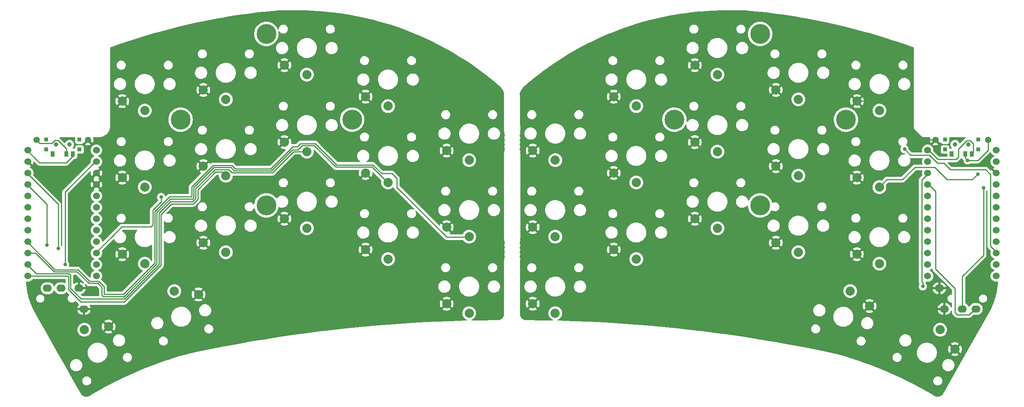
<source format=gbr>
%TF.GenerationSoftware,KiCad,Pcbnew,(6.0.0-0)*%
%TF.CreationDate,2022-02-08T15:13:43+01:00*%
%TF.ProjectId,sweepv2.1,73776565-7076-4322-9e31-2e6b69636164,rev?*%
%TF.SameCoordinates,Original*%
%TF.FileFunction,Copper,L2,Bot*%
%TF.FilePolarity,Positive*%
%FSLAX46Y46*%
G04 Gerber Fmt 4.6, Leading zero omitted, Abs format (unit mm)*
G04 Created by KiCad (PCBNEW (6.0.0-0)) date 2022-02-08 15:13:43*
%MOMM*%
%LPD*%
G01*
G04 APERTURE LIST*
%TA.AperFunction,ComponentPad*%
%ADD10C,2.032000*%
%TD*%
%TA.AperFunction,ComponentPad*%
%ADD11C,1.524000*%
%TD*%
%TA.AperFunction,ComponentPad*%
%ADD12O,2.000000X1.600000*%
%TD*%
%TA.AperFunction,ComponentPad*%
%ADD13C,4.400000*%
%TD*%
%TA.AperFunction,ComponentPad*%
%ADD14C,1.397000*%
%TD*%
%TA.AperFunction,WasherPad*%
%ADD15C,1.000000*%
%TD*%
%TA.AperFunction,SMDPad,CuDef*%
%ADD16R,0.900000X0.900000*%
%TD*%
%TA.AperFunction,SMDPad,CuDef*%
%ADD17R,0.900000X1.250000*%
%TD*%
%TA.AperFunction,ViaPad*%
%ADD18C,0.800000*%
%TD*%
%TA.AperFunction,Conductor*%
%ADD19C,0.250000*%
%TD*%
G04 APERTURE END LIST*
D10*
%TO.P,SW15,1*%
%TO.N,Switch12*%
X157856000Y-77274000D03*
%TO.P,SW15,2*%
%TO.N,gnd*%
X152856000Y-75174000D03*
%TD*%
%TO.P,SW21_r1,1*%
%TO.N,Switch16_r*%
X55250968Y-84383038D03*
%TO.P,SW21_r1,2*%
%TO.N,gnd*%
X60624117Y-85117387D03*
%TD*%
D11*
%TO.P,U1,1*%
%TO.N,Switch10*%
X237789400Y-53086000D03*
%TO.P,U1,2*%
%TO.N,Switch18*%
X237789400Y-55626000D03*
%TO.P,U1,3*%
%TO.N,gnd*%
X237789400Y-58166000D03*
%TO.P,U1,4*%
X237789400Y-60706000D03*
%TO.P,U1,5*%
%TO.N,Switch11*%
X237789400Y-63246000D03*
%TO.P,U1,6*%
%TO.N,Switch12*%
X237789400Y-65786000D03*
%TO.P,U1,7*%
%TO.N,Switch13*%
X237789400Y-68326000D03*
%TO.P,U1,8*%
%TO.N,Switch14*%
X237789400Y-70866000D03*
%TO.P,U1,9*%
%TO.N,Switch15*%
X237789400Y-73406000D03*
%TO.P,U1,10*%
%TO.N,Switch1*%
X237789400Y-75946000D03*
%TO.P,U1,11*%
%TO.N,Switch16*%
X237789400Y-78486000D03*
%TO.P,U1,12*%
%TO.N,Switch17*%
X237789400Y-81026000D03*
%TO.P,U1,13*%
%TO.N,Switch9*%
X222569400Y-81026000D03*
%TO.P,U1,14*%
%TO.N,Switch8*%
X222569400Y-78486000D03*
%TO.P,U1,15*%
%TO.N,Switch7*%
X222569400Y-75946000D03*
%TO.P,U1,16*%
%TO.N,Switch6*%
X222569400Y-73406000D03*
%TO.P,U1,17*%
%TO.N,Switch2*%
X222569400Y-70866000D03*
%TO.P,U1,18*%
%TO.N,Switch3*%
X222569400Y-68326000D03*
%TO.P,U1,19*%
%TO.N,Switch4*%
X222569400Y-65786000D03*
%TO.P,U1,20*%
%TO.N,Switch5*%
X222569400Y-63246000D03*
%TO.P,U1,21*%
%TO.N,vcc*%
X222569400Y-60706000D03*
%TO.P,U1,22*%
%TO.N,reset*%
X222569400Y-58166000D03*
%TO.P,U1,23*%
%TO.N,gnd*%
X222569400Y-55626000D03*
%TO.P,U1,24*%
%TO.N,raw*%
X222569400Y-53086000D03*
%TD*%
D12*
%TO.P,J2,R1*%
%TO.N,Switch18*%
X230274000Y-88352000D03*
%TO.P,J2,R2*%
%TO.N,vcc*%
X233274000Y-88352000D03*
%TO.P,J2,S*%
%TO.N,gnd*%
X225174000Y-83752000D03*
%TO.P,J2,T*%
X226274000Y-88352000D03*
%TD*%
D10*
%TO.P,SW16,1*%
%TO.N,Switch13*%
X175856000Y-70416000D03*
%TO.P,SW16,2*%
%TO.N,gnd*%
X170856000Y-68316000D03*
%TD*%
%TO.P,SW20,1*%
%TO.N,Switch17*%
X225336000Y-92972450D03*
%TO.P,SW20,2*%
%TO.N,gnd*%
X228616127Y-97291103D03*
%TD*%
%TO.P,SW21,1*%
%TO.N,Switch16*%
X205353032Y-84383038D03*
%TO.P,SW21,2*%
%TO.N,gnd*%
X209639142Y-87705577D03*
%TD*%
%TO.P,SW17,1*%
%TO.N,Switch14*%
X193856000Y-75750000D03*
%TO.P,SW17,2*%
%TO.N,gnd*%
X188856000Y-73650000D03*
%TD*%
%TO.P,SW18,1*%
%TO.N,Switch15*%
X211836000Y-78290000D03*
%TO.P,SW18,2*%
%TO.N,gnd*%
X206836000Y-76190000D03*
%TD*%
%TO.P,SW4,1*%
%TO.N,Switch3*%
X175856000Y-36282000D03*
%TO.P,SW4,2*%
%TO.N,gnd*%
X170856000Y-34182000D03*
%TD*%
%TO.P,SW3,1*%
%TO.N,Switch2*%
X157856000Y-43282000D03*
%TO.P,SW3,2*%
%TO.N,gnd*%
X152856000Y-41182000D03*
%TD*%
%TO.P,SW9,1*%
%TO.N,Switch7*%
X157856000Y-60256000D03*
%TO.P,SW9,2*%
%TO.N,gnd*%
X152856000Y-58156000D03*
%TD*%
%TO.P,SW14,1*%
%TO.N,Switch11*%
X139856000Y-89282000D03*
%TO.P,SW14,2*%
%TO.N,gnd*%
X134856000Y-87182000D03*
%TD*%
%TO.P,SW12,1*%
%TO.N,Switch10*%
X211836000Y-61272000D03*
%TO.P,SW12,2*%
%TO.N,gnd*%
X206836000Y-59172000D03*
%TD*%
%TO.P,SW11,1*%
%TO.N,Switch9*%
X193856000Y-58732000D03*
%TO.P,SW11,2*%
%TO.N,gnd*%
X188856000Y-56632000D03*
%TD*%
%TO.P,SW8,1*%
%TO.N,Switch6*%
X139856000Y-72282000D03*
%TO.P,SW8,2*%
%TO.N,gnd*%
X134856000Y-70182000D03*
%TD*%
%TO.P,SW6,1*%
%TO.N,Switch5*%
X211856000Y-44282000D03*
%TO.P,SW6,2*%
%TO.N,gnd*%
X206856000Y-42182000D03*
%TD*%
%TO.P,SW5,1*%
%TO.N,Switch4*%
X193856000Y-41782000D03*
%TO.P,SW5,2*%
%TO.N,gnd*%
X188856000Y-39682000D03*
%TD*%
%TO.P,SW2,1*%
%TO.N,Switch1*%
X139856000Y-55282000D03*
%TO.P,SW2,2*%
%TO.N,gnd*%
X134856000Y-53182000D03*
%TD*%
%TO.P,SW10,1*%
%TO.N,Switch8*%
X175856000Y-53398000D03*
%TO.P,SW10,2*%
%TO.N,gnd*%
X170856000Y-51298000D03*
%TD*%
D13*
%TO.P,REF\u002A\u002A,1*%
%TO.N,N/C*%
X166306000Y-46282000D03*
X204406000Y-46282000D03*
X185356000Y-65332000D03*
X185356000Y-27232000D03*
%TD*%
D14*
%TO.P,Bat+r1,1*%
%TO.N,BT+_r*%
X235966000Y-50800000D03*
%TD*%
%TO.P,BatGND1,1*%
%TO.N,gnd*%
X224282000Y-50800000D03*
%TD*%
D11*
%TO.P,U2,1*%
%TO.N,Switch10_r*%
X37937400Y-53086000D03*
%TO.P,U2,2*%
%TO.N,Switch18_r*%
X37937400Y-55626000D03*
%TO.P,U2,3*%
%TO.N,gnd*%
X37937400Y-58166000D03*
%TO.P,U2,4*%
X37937400Y-60706000D03*
%TO.P,U2,5*%
%TO.N,Switch11_r*%
X37937400Y-63246000D03*
%TO.P,U2,6*%
%TO.N,Switch12_r*%
X37937400Y-65786000D03*
%TO.P,U2,7*%
%TO.N,Switch13_r*%
X37937400Y-68326000D03*
%TO.P,U2,8*%
%TO.N,Switch14_r*%
X37937400Y-70866000D03*
%TO.P,U2,9*%
%TO.N,Switch15_r*%
X37937400Y-73406000D03*
%TO.P,U2,10*%
%TO.N,Switch1_r*%
X37937400Y-75946000D03*
%TO.P,U2,11*%
%TO.N,Switch16_r*%
X37937400Y-78486000D03*
%TO.P,U2,12*%
%TO.N,Switch17_r*%
X37937400Y-81026000D03*
%TO.P,U2,13*%
%TO.N,Switch9_r*%
X22717400Y-81026000D03*
%TO.P,U2,14*%
%TO.N,Switch8_r*%
X22717400Y-78486000D03*
%TO.P,U2,15*%
%TO.N,Switch7_r*%
X22717400Y-75946000D03*
%TO.P,U2,16*%
%TO.N,Switch6_r*%
X22717400Y-73406000D03*
%TO.P,U2,17*%
%TO.N,Switch2_r*%
X22717400Y-70866000D03*
%TO.P,U2,18*%
%TO.N,Switch3_r*%
X22717400Y-68326000D03*
%TO.P,U2,19*%
%TO.N,Switch4_r*%
X22717400Y-65786000D03*
%TO.P,U2,20*%
%TO.N,Switch5_r*%
X22717400Y-63246000D03*
%TO.P,U2,21*%
%TO.N,vcc*%
X22717400Y-60706000D03*
%TO.P,U2,22*%
%TO.N,reset_r*%
X22717400Y-58166000D03*
%TO.P,U2,23*%
%TO.N,gnd*%
X22717400Y-55626000D03*
%TO.P,U2,24*%
%TO.N,raw*%
X22717400Y-53086000D03*
%TD*%
D12*
%TO.P,J1,R1*%
%TO.N,Switch18_r*%
X30076000Y-83752000D03*
%TO.P,J1,R2*%
%TO.N,vcc*%
X27076000Y-83752000D03*
%TO.P,J1,S*%
%TO.N,gnd*%
X35176000Y-88352000D03*
%TO.P,J1,T*%
X34076000Y-83752000D03*
%TD*%
D10*
%TO.P,SW17_r1,1*%
%TO.N,Switch15_r*%
X48686000Y-78290000D03*
%TO.P,SW17_r1,2*%
%TO.N,gnd*%
X43686000Y-76190000D03*
%TD*%
%TO.P,SW11_r1,1*%
%TO.N,Switch9_r*%
X66700000Y-58732000D03*
%TO.P,SW11_r1,2*%
%TO.N,gnd*%
X61700000Y-56632000D03*
%TD*%
%TO.P,SW15_r1,1*%
%TO.N,Switch13_r*%
X84688000Y-70416000D03*
%TO.P,SW15_r1,2*%
%TO.N,gnd*%
X79688000Y-68316000D03*
%TD*%
%TO.P,SW18_r1,1*%
%TO.N,Switch12_r*%
X102714000Y-77274000D03*
%TO.P,SW18_r1,2*%
%TO.N,gnd*%
X97714000Y-75174000D03*
%TD*%
%TO.P,SW6_r1,1*%
%TO.N,Switch5_r*%
X48686000Y-44282000D03*
%TO.P,SW6_r1,2*%
%TO.N,gnd*%
X43686000Y-42182000D03*
%TD*%
%TO.P,SW5_r1,1*%
%TO.N,Switch4_r*%
X66700000Y-41782000D03*
%TO.P,SW5_r1,2*%
%TO.N,gnd*%
X61700000Y-39682000D03*
%TD*%
%TO.P,SW2_r1,1*%
%TO.N,Switch1_r*%
X120732000Y-55282000D03*
%TO.P,SW2_r1,2*%
%TO.N,gnd*%
X115732000Y-53182000D03*
%TD*%
%TO.P,SW16_r1,1*%
%TO.N,Switch14_r*%
X66700000Y-75750000D03*
%TO.P,SW16_r1,2*%
%TO.N,gnd*%
X61700000Y-73650000D03*
%TD*%
%TO.P,SW4_r1,1*%
%TO.N,Switch3_r*%
X84688000Y-36282000D03*
%TO.P,SW4_r1,2*%
%TO.N,gnd*%
X79688000Y-34182000D03*
%TD*%
%TO.P,SW13_r1,1*%
%TO.N,Switch11_r*%
X120732000Y-89282000D03*
%TO.P,SW13_r1,2*%
%TO.N,gnd*%
X115732000Y-87182000D03*
%TD*%
%TO.P,SW12_r1,1*%
%TO.N,Switch10_r*%
X48686000Y-61272000D03*
%TO.P,SW12_r1,2*%
%TO.N,gnd*%
X43686000Y-59172000D03*
%TD*%
%TO.P,SW3_r1,1*%
%TO.N,Switch2_r*%
X102714000Y-43282000D03*
%TO.P,SW3_r1,2*%
%TO.N,gnd*%
X97714000Y-41182000D03*
%TD*%
%TO.P,SW8_r1,1*%
%TO.N,Switch7_r*%
X102714000Y-60256000D03*
%TO.P,SW8_r1,2*%
%TO.N,gnd*%
X97714000Y-58156000D03*
%TD*%
%TO.P,SW9_r1,1*%
%TO.N,Switch8_r*%
X84688000Y-53398000D03*
%TO.P,SW9_r1,2*%
%TO.N,gnd*%
X79688000Y-51298000D03*
%TD*%
%TO.P,SW20_r1,1*%
%TO.N,Switch17_r*%
X35268000Y-92972450D03*
%TO.P,SW20_r1,2*%
%TO.N,gnd*%
X40648127Y-92291103D03*
%TD*%
%TO.P,SW7_r1,1*%
%TO.N,Switch6_r*%
X120732000Y-72282000D03*
%TO.P,SW7_r1,2*%
%TO.N,gnd*%
X115732000Y-70182000D03*
%TD*%
D13*
%TO.P,REF\u002A\u002A,1*%
%TO.N,N/C*%
X94742000Y-46282000D03*
X75692000Y-65332000D03*
X56642000Y-46282000D03*
X75692000Y-27232000D03*
%TD*%
D14*
%TO.P,BatGND4,1*%
%TO.N,gnd*%
X36068000Y-50800000D03*
%TD*%
%TO.P,Bat+1,1*%
%TO.N,BT+*%
X24638000Y-50800000D03*
%TD*%
D15*
%TO.P,SW_POWERR1,*%
%TO.N,*%
X228624000Y-51816000D03*
X231624000Y-51816000D03*
D16*
%TO.P,SW_POWERR1,0*%
%TO.N,N/C*%
X226424000Y-50716000D03*
X226424000Y-52916000D03*
X233824000Y-52916000D03*
X233824000Y-50716000D03*
D17*
%TO.P,SW_POWERR1,1*%
%TO.N,Net-(SW_POWERR1-Pad1)*%
X227874000Y-53891000D03*
%TO.P,SW_POWERR1,2*%
%TO.N,BT+_r*%
X230874000Y-53891000D03*
%TO.P,SW_POWERR1,3*%
%TO.N,raw*%
X232374000Y-53891000D03*
%TD*%
D15*
%TO.P,SW_POWER1,*%
%TO.N,*%
X31980000Y-51816000D03*
X28980000Y-51816000D03*
D16*
%TO.P,SW_POWER1,0*%
%TO.N,N/C*%
X26780000Y-52916000D03*
X34180000Y-50716000D03*
X34180000Y-52916000D03*
X26780000Y-50716000D03*
D17*
%TO.P,SW_POWER1,1*%
%TO.N,Net-(SW_POWER1-Pad1)*%
X28230000Y-53891000D03*
%TO.P,SW_POWER1,2*%
%TO.N,BT+*%
X31230000Y-53891000D03*
%TO.P,SW_POWER1,3*%
%TO.N,raw*%
X32730000Y-53891000D03*
%TD*%
D18*
%TO.N,vcc*%
X26924000Y-74168000D03*
%TO.N,Switch18*%
X234950000Y-61468000D03*
%TO.N,reset*%
X221488000Y-83312000D03*
%TO.N,Switch1*%
X217424000Y-52832000D03*
%TO.N,Switch10*%
X233680000Y-58420000D03*
%TO.N,BT+_r*%
X231437000Y-55329000D03*
%TO.N,Switch18_r*%
X30988000Y-78486000D03*
%TO.N,reset_r*%
X29464000Y-74930000D03*
%TO.N,Switch1_r*%
X52324000Y-63500000D03*
%TD*%
D19*
%TO.N,BT+*%
X25360999Y-51522999D02*
X28051999Y-51522999D01*
X24638000Y-50800000D02*
X25360999Y-51522999D01*
X29046501Y-50890501D02*
X29373499Y-50890501D01*
X28738499Y-50836499D02*
X28992499Y-50836499D01*
X31230000Y-52747002D02*
X31230000Y-53891000D01*
X28051999Y-51522999D02*
X28738499Y-50836499D01*
X29373499Y-50890501D02*
X31230000Y-52747002D01*
X28992499Y-50836499D02*
X29046501Y-50890501D01*
%TO.N,gnd*%
X213159159Y-42182000D02*
X206856000Y-42182000D01*
X221777159Y-50800000D02*
X213159159Y-42182000D01*
X226254000Y-88332000D02*
X226274000Y-88352000D01*
X226244000Y-88322000D02*
X226274000Y-88352000D01*
X224282000Y-50800000D02*
X221777159Y-50800000D01*
%TO.N,vcc*%
X228600000Y-83820000D02*
X228600000Y-89154000D01*
X233254000Y-88332000D02*
X233274000Y-88352000D01*
X224282000Y-79502000D02*
X224282000Y-62218600D01*
X228600000Y-83820000D02*
X224282000Y-79502000D01*
X224282000Y-62218600D02*
X222769400Y-60706000D01*
X229108000Y-89662000D02*
X231764000Y-89662000D01*
X228600000Y-89154000D02*
X229108000Y-89662000D01*
X233274000Y-88152000D02*
X232341000Y-89085000D01*
X231764000Y-89662000D02*
X232341000Y-89085000D01*
X26924000Y-74168000D02*
X26924000Y-74422000D01*
X26924000Y-65112600D02*
X26924000Y-74168000D01*
X22517400Y-60706000D02*
X26924000Y-65112600D01*
%TO.N,Switch18*%
X230274000Y-81130000D02*
X234950000Y-76454000D01*
X230274000Y-88152000D02*
X230274000Y-81130000D01*
X234950000Y-61468000D02*
X234950000Y-61468000D01*
X234950000Y-76454000D02*
X234950000Y-61468000D01*
%TO.N,reset*%
X221488000Y-82550000D02*
X221234000Y-82296000D01*
X221488000Y-83312000D02*
X221488000Y-82550000D01*
X221234000Y-59701400D02*
X221234000Y-82296000D01*
X222769400Y-58166000D02*
X221234000Y-59701400D01*
%TO.N,Switch1*%
X237989400Y-75946000D02*
X236469700Y-74426300D01*
X236469700Y-58424300D02*
X235445100Y-57399700D01*
X236469700Y-74426300D02*
X236469700Y-58424300D01*
X224711081Y-55958919D02*
X222925163Y-54173001D01*
X218765001Y-54173001D02*
X217424000Y-52832000D01*
X235445100Y-57399700D02*
X227579700Y-57399700D01*
X227579700Y-57399700D02*
X226138919Y-55958919D01*
X226138919Y-55958919D02*
X224711081Y-55958919D01*
X222925163Y-54173001D02*
X218765001Y-54173001D01*
%TO.N,Switch10*%
X232481001Y-59618999D02*
X233680000Y-58420000D01*
X233680000Y-58420000D02*
X233680000Y-58420000D01*
X211836000Y-61272000D02*
X213489001Y-59618999D01*
X219710000Y-56896000D02*
X224170002Y-56896000D01*
X216987001Y-59618999D02*
X219710000Y-56896000D01*
X226893001Y-59618999D02*
X232481001Y-59618999D01*
X224170002Y-56896000D02*
X226893001Y-59618999D01*
X213489001Y-59618999D02*
X216987001Y-59618999D01*
%TO.N,raw*%
X232664000Y-51634998D02*
X232020001Y-50990999D01*
X229374499Y-54597501D02*
X228854000Y-55118000D01*
X232020001Y-50990999D02*
X231227999Y-50990999D01*
X232664000Y-53601000D02*
X232664000Y-51634998D01*
X229374499Y-52844499D02*
X229374499Y-54597501D01*
X226568000Y-55118000D02*
X224801400Y-55118000D01*
X224801400Y-55118000D02*
X222769400Y-53086000D01*
X232374000Y-53891000D02*
X232664000Y-53601000D01*
X231227999Y-50990999D02*
X229374499Y-52844499D01*
X228854000Y-55118000D02*
X226568000Y-55118000D01*
X22517400Y-53086000D02*
X24339700Y-54908300D01*
X25311400Y-55880000D02*
X26924000Y-55880000D01*
X32730000Y-54392000D02*
X32730000Y-53891000D01*
X31242000Y-55880000D02*
X32730000Y-54392000D01*
X24339700Y-54908300D02*
X25311400Y-55880000D01*
X26924000Y-55880000D02*
X31242000Y-55880000D01*
%TO.N,BT+_r*%
X231480000Y-55372000D02*
X231437000Y-55329000D01*
X230874000Y-54766000D02*
X230874000Y-53891000D01*
X235966000Y-53086000D02*
X233680000Y-55372000D01*
X233680000Y-55372000D02*
X231480000Y-55372000D01*
X235966000Y-50800000D02*
X235966000Y-53086000D01*
X231437000Y-55329000D02*
X230874000Y-54766000D01*
%TO.N,Switch18_r*%
X30988000Y-62375400D02*
X30988000Y-78486000D01*
X37737400Y-55626000D02*
X30988000Y-62375400D01*
X30988000Y-78486000D02*
X30988000Y-78486000D01*
%TO.N,reset_r*%
X29464000Y-74930000D02*
X29464000Y-74930000D01*
X29464000Y-65112600D02*
X29464000Y-74930000D01*
X22517400Y-58166000D02*
X29464000Y-65112600D01*
%TO.N,Switch9_r*%
X64390410Y-57912000D02*
X65882000Y-57912000D01*
X54610000Y-65024000D02*
X59438818Y-65024000D01*
X22517400Y-81026000D02*
X31750000Y-81026000D01*
X31750000Y-84064390D02*
X34462611Y-86777001D01*
X59438818Y-65024000D02*
X60454709Y-64008109D01*
X44174911Y-86777001D02*
X52278362Y-78673550D01*
X60454710Y-61847700D02*
X64390410Y-57912000D01*
X31750000Y-81026000D02*
X31750000Y-84064390D01*
X65882000Y-57912000D02*
X66702000Y-58732000D01*
X34462611Y-86777001D02*
X44174911Y-86777001D01*
X52278362Y-78673550D02*
X52278362Y-67355638D01*
X52278362Y-67355638D02*
X54610000Y-65024000D01*
X60454709Y-64008109D02*
X60454710Y-61847700D01*
%TO.N,Switch1_r*%
X50478324Y-69663676D02*
X50478324Y-66361676D01*
X43688000Y-70104000D02*
X50038000Y-70104000D01*
X50038000Y-70104000D02*
X50478324Y-69663676D01*
X52324000Y-64516000D02*
X52324000Y-63500000D01*
X41601700Y-72081700D02*
X37737400Y-75946000D01*
X50478324Y-66361676D02*
X52324000Y-64516000D01*
X43579400Y-70104000D02*
X41601700Y-72081700D01*
X41910000Y-71773400D02*
X41601700Y-72081700D01*
X43688000Y-70104000D02*
X43579400Y-70104000D01*
%TO.N,Switch6_r*%
X101254205Y-58257795D02*
X99361399Y-56364989D01*
X43952682Y-85090000D02*
X39624000Y-85090000D01*
X91291399Y-56364989D02*
X86533399Y-51606989D01*
X39624000Y-83367766D02*
X39624000Y-85090000D01*
X86533399Y-51606989D02*
X83267011Y-51606989D01*
X68746709Y-57188299D02*
X68029946Y-56471536D01*
X63847146Y-56471536D02*
X59104682Y-61214000D01*
X28742401Y-79631001D02*
X22517400Y-73406000D01*
X115765318Y-72390000D02*
X104618659Y-61243341D01*
X33855237Y-79631003D02*
X28742401Y-79631001D01*
X99361399Y-56364989D02*
X91291399Y-56364989D01*
X54179318Y-63422682D02*
X50928334Y-66673666D01*
X68029946Y-56471536D02*
X63847146Y-56471536D01*
X50928334Y-66673666D02*
X50928334Y-78114348D01*
X36421117Y-82196883D02*
X33855237Y-79631003D01*
X36421117Y-82196883D02*
X38453117Y-82196883D01*
X59104682Y-61214000D02*
X59104682Y-63422682D01*
X104648000Y-59365590D02*
X104648000Y-61214000D01*
X59104682Y-63422682D02*
X54179318Y-63422682D01*
X101254205Y-58257795D02*
X103540205Y-58257795D01*
X76669701Y-57188299D02*
X68746709Y-57188299D01*
X120650000Y-72390000D02*
X115765318Y-72390000D01*
X50928334Y-78114348D02*
X43952682Y-85090000D01*
X104648000Y-61214000D02*
X104618659Y-61243341D01*
X103540205Y-58257795D02*
X104648000Y-59365590D01*
X38453117Y-82196883D02*
X39624000Y-83367766D01*
X83267011Y-51606989D02*
X82550000Y-52324000D01*
X81534000Y-52324000D02*
X76669701Y-57188299D01*
X82550000Y-52324000D02*
X81534000Y-52324000D01*
%TO.N,Switch7_r*%
X51378343Y-66860067D02*
X54365718Y-63872692D01*
X81546420Y-52947990D02*
X81217205Y-53277205D01*
X81217205Y-53277205D02*
X77090410Y-57404000D01*
X39173990Y-83554166D02*
X39173990Y-85276400D01*
X59554692Y-61400400D02*
X64033546Y-56921546D01*
X59528465Y-63635309D02*
X59554691Y-63635309D01*
X64033546Y-56921546D02*
X67843546Y-56921546D01*
X99174999Y-56814999D02*
X91104999Y-56814999D01*
X91104999Y-56814999D02*
X86346999Y-52056999D01*
X83579001Y-52056999D02*
X82688010Y-52947990D01*
X102616000Y-60256000D02*
X99174999Y-56814999D01*
X86346999Y-52056999D02*
X83579001Y-52056999D01*
X68560309Y-57638309D02*
X76856101Y-57638309D01*
X28556001Y-80081011D02*
X33668836Y-80081012D01*
X43965112Y-85598000D02*
X44023102Y-85655990D01*
X44023102Y-85655990D02*
X51378343Y-78300749D01*
X39495590Y-85598000D02*
X43965112Y-85598000D01*
X36234717Y-82646893D02*
X38266717Y-82646893D01*
X22517400Y-75946000D02*
X24420990Y-75946000D01*
X59554691Y-63635309D02*
X59554692Y-61400400D01*
X82688010Y-52947990D02*
X81546420Y-52947990D01*
X39173990Y-85276400D02*
X39495590Y-85598000D01*
X51378343Y-78300749D02*
X51378343Y-66860067D01*
X54365718Y-63872692D02*
X59291082Y-63872692D01*
X33668836Y-80081012D02*
X36234717Y-82646893D01*
X38266717Y-82646893D02*
X39173990Y-83554166D01*
X24420990Y-75946000D02*
X28556001Y-80081011D01*
X59291082Y-63872692D02*
X59528465Y-63635309D01*
X67843546Y-56921546D02*
X68560309Y-57638309D01*
X76856101Y-57638309D02*
X77280205Y-57214205D01*
%TO.N,Switch8_r*%
X32200010Y-80839600D02*
X32200010Y-83877990D01*
X68043001Y-58088319D02*
X77042501Y-58088319D01*
X32315990Y-83877990D02*
X34544001Y-86105999D01*
X60004700Y-63821708D02*
X60004701Y-61661299D01*
X64275001Y-57390999D02*
X67345681Y-57390999D01*
X32200010Y-83877990D02*
X32315990Y-83877990D01*
X31891431Y-80531021D02*
X32200010Y-80839600D01*
X22517400Y-78486000D02*
X24562421Y-80531021D01*
X51828352Y-78487150D02*
X51828352Y-67046468D01*
X24562421Y-80531021D02*
X31891431Y-80531021D01*
X51828352Y-67046468D02*
X54358820Y-64516000D01*
X60004701Y-61661299D02*
X64275001Y-57390999D01*
X34544001Y-86105999D02*
X44209503Y-86105999D01*
X67345681Y-57390999D02*
X68043001Y-58088319D01*
X77042501Y-58088319D02*
X81732820Y-53398000D01*
X54358820Y-64516000D02*
X59310408Y-64516000D01*
X44209503Y-86105999D02*
X51828352Y-78487150D01*
X81732820Y-53398000D02*
X84836000Y-53398000D01*
X59310408Y-64516000D02*
X60004700Y-63821708D01*
%TD*%
%TA.AperFunction,Conductor*%
%TO.N,gnd*%
G36*
X182009028Y-22011348D02*
G01*
X182010230Y-22011463D01*
X182018959Y-22013576D01*
X182035910Y-22012779D01*
X182048309Y-22012196D01*
X182065666Y-22012577D01*
X182707242Y-22071065D01*
X184272597Y-22213768D01*
X184274469Y-22213954D01*
X185346726Y-22328734D01*
X186516846Y-22453991D01*
X186518815Y-22454217D01*
X188757220Y-22729500D01*
X188759185Y-22729758D01*
X190992870Y-23040195D01*
X190994830Y-23040483D01*
X193223408Y-23386018D01*
X193225364Y-23386337D01*
X194309762Y-23571979D01*
X195448204Y-23766873D01*
X195450110Y-23767214D01*
X195492072Y-23775079D01*
X197666833Y-24182690D01*
X197668777Y-24183071D01*
X199237127Y-24502633D01*
X199878544Y-24633326D01*
X199880446Y-24633729D01*
X202082882Y-25118688D01*
X202084813Y-25119129D01*
X204279432Y-25638685D01*
X204281278Y-25639137D01*
X205149766Y-25859224D01*
X206467410Y-26193133D01*
X206469327Y-26193635D01*
X208646436Y-26781933D01*
X208648345Y-26782465D01*
X209520862Y-27033024D01*
X210816006Y-27404950D01*
X210817792Y-27405478D01*
X212296017Y-27855261D01*
X212975339Y-28061960D01*
X212977230Y-28062551D01*
X215124243Y-28752902D01*
X215126125Y-28753524D01*
X217261917Y-29477523D01*
X217263788Y-29478174D01*
X219325555Y-30213428D01*
X219335207Y-30217444D01*
X219341895Y-30221905D01*
X219350458Y-30224590D01*
X219358558Y-30228463D01*
X219358358Y-30228881D01*
X219377745Y-30238005D01*
X219392144Y-30247356D01*
X219419021Y-30270837D01*
X219440220Y-30295469D01*
X219459437Y-30325549D01*
X219468896Y-30346372D01*
X219472876Y-30355135D01*
X219482886Y-30389398D01*
X219484989Y-30404096D01*
X219486250Y-30423479D01*
X219486240Y-30424276D01*
X219484859Y-30433148D01*
X219486023Y-30442049D01*
X219486023Y-30442052D01*
X219488981Y-30464669D01*
X219490045Y-30481007D01*
X219490028Y-36948236D01*
X219490001Y-47721878D01*
X219488910Y-47738422D01*
X219484805Y-47769414D01*
X219485091Y-47781951D01*
X219485949Y-47786741D01*
X219485977Y-47787019D01*
X219487312Y-47796785D01*
X219513935Y-48076985D01*
X219514292Y-48080740D01*
X219578100Y-48374042D01*
X219579332Y-48377596D01*
X219579334Y-48377603D01*
X219675182Y-48654092D01*
X219675186Y-48654101D01*
X219676415Y-48657647D01*
X219807835Y-48927511D01*
X219970486Y-49179785D01*
X219972891Y-49182687D01*
X219972896Y-49182693D01*
X220049616Y-49275242D01*
X220162048Y-49410873D01*
X220164782Y-49413467D01*
X220164786Y-49413471D01*
X220354780Y-49593747D01*
X220379791Y-49617479D01*
X220620608Y-49796656D01*
X220881066Y-49945851D01*
X220884523Y-49947315D01*
X220884524Y-49947316D01*
X221153979Y-50061464D01*
X221153983Y-50061465D01*
X221157452Y-50062935D01*
X221161070Y-50063980D01*
X221161078Y-50063983D01*
X221386235Y-50129025D01*
X221445824Y-50146239D01*
X221742069Y-50194575D01*
X221745813Y-50194733D01*
X221745820Y-50194734D01*
X221906074Y-50201509D01*
X222009706Y-50205890D01*
X222023109Y-50207178D01*
X222023835Y-50207287D01*
X222029438Y-50208129D01*
X222035784Y-50208096D01*
X222037104Y-50208089D01*
X222037108Y-50208089D01*
X222041978Y-50208063D01*
X222046792Y-50207287D01*
X222046796Y-50207287D01*
X222064021Y-50204512D01*
X222084040Y-50202907D01*
X222238051Y-50202879D01*
X223032960Y-50202734D01*
X223101084Y-50222724D01*
X223147587Y-50276371D01*
X223157704Y-50346643D01*
X223153315Y-50366098D01*
X223098524Y-50542553D01*
X223096130Y-50553817D01*
X223071425Y-50762547D01*
X223071124Y-50774048D01*
X223084871Y-50983779D01*
X223086672Y-50995149D01*
X223138409Y-51198863D01*
X223142250Y-51209710D01*
X223230247Y-51400592D01*
X223235996Y-51410549D01*
X223257112Y-51440427D01*
X223267701Y-51448815D01*
X223281000Y-51441788D01*
X224192905Y-50529884D01*
X224255217Y-50495859D01*
X224326033Y-50500924D01*
X224371095Y-50529884D01*
X225284609Y-51443398D01*
X225296987Y-51450156D01*
X225303566Y-51445231D01*
X225313378Y-51427711D01*
X225364115Y-51378049D01*
X225433647Y-51363701D01*
X225499898Y-51389223D01*
X225524139Y-51413711D01*
X225610739Y-51529261D01*
X225727295Y-51616615D01*
X225863684Y-51667745D01*
X225925866Y-51674500D01*
X226922134Y-51674500D01*
X226984316Y-51667745D01*
X227120705Y-51616615D01*
X227237261Y-51529261D01*
X227324615Y-51412705D01*
X227375745Y-51276316D01*
X227382500Y-51214134D01*
X227382500Y-50327913D01*
X227402502Y-50259792D01*
X227456158Y-50213299D01*
X227508477Y-50201913D01*
X230850320Y-50201300D01*
X230918444Y-50221290D01*
X230964947Y-50274937D01*
X230975064Y-50345209D01*
X230945583Y-50409795D01*
X230919795Y-50430639D01*
X230920382Y-50431447D01*
X230884612Y-50457435D01*
X230874692Y-50463951D01*
X230843464Y-50482419D01*
X230843461Y-50482421D01*
X230836637Y-50486457D01*
X230822316Y-50500778D01*
X230807283Y-50513618D01*
X230790892Y-50525527D01*
X230765370Y-50556378D01*
X230762701Y-50559604D01*
X230754711Y-50568383D01*
X229786855Y-51536239D01*
X229724543Y-51570265D01*
X229653728Y-51565200D01*
X229596892Y-51522653D01*
X229577138Y-51483561D01*
X229573477Y-51471435D01*
X229560916Y-51429831D01*
X229468066Y-51255204D01*
X229390256Y-51159800D01*
X229346960Y-51106713D01*
X229346957Y-51106710D01*
X229343065Y-51101938D01*
X229331519Y-51092386D01*
X229195425Y-50979799D01*
X229195421Y-50979797D01*
X229190675Y-50975870D01*
X229016701Y-50881802D01*
X228827768Y-50823318D01*
X228821643Y-50822674D01*
X228821642Y-50822674D01*
X228637204Y-50803289D01*
X228637202Y-50803289D01*
X228631075Y-50802645D01*
X228548576Y-50810153D01*
X228440251Y-50820011D01*
X228440248Y-50820012D01*
X228434112Y-50820570D01*
X228428206Y-50822308D01*
X228428202Y-50822309D01*
X228345104Y-50846766D01*
X228244381Y-50876410D01*
X228238923Y-50879263D01*
X228238919Y-50879265D01*
X228170271Y-50915154D01*
X228069110Y-50968040D01*
X227914975Y-51091968D01*
X227911011Y-51096692D01*
X227895929Y-51114666D01*
X227787846Y-51243474D01*
X227784879Y-51248872D01*
X227784875Y-51248877D01*
X227729731Y-51349185D01*
X227692567Y-51416787D01*
X227690706Y-51422654D01*
X227690705Y-51422656D01*
X227637405Y-51590680D01*
X227632765Y-51605306D01*
X227610719Y-51801851D01*
X227612203Y-51819523D01*
X227626073Y-51984700D01*
X227627268Y-51998934D01*
X227640020Y-52043406D01*
X227679693Y-52181761D01*
X227681783Y-52189050D01*
X227691177Y-52207328D01*
X227735211Y-52293008D01*
X227772187Y-52364956D01*
X227895035Y-52519953D01*
X227899729Y-52523948D01*
X227899733Y-52523952D01*
X227913356Y-52535546D01*
X227952270Y-52594928D01*
X227952901Y-52665922D01*
X227915050Y-52725987D01*
X227850734Y-52756053D01*
X227831694Y-52757500D01*
X227508500Y-52757500D01*
X227440379Y-52737498D01*
X227393886Y-52683842D01*
X227382500Y-52631500D01*
X227382500Y-52417866D01*
X227375745Y-52355684D01*
X227324615Y-52219295D01*
X227237261Y-52102739D01*
X227120705Y-52015385D01*
X226984316Y-51964255D01*
X226922134Y-51957500D01*
X225925866Y-51957500D01*
X225863684Y-51964255D01*
X225727295Y-52015385D01*
X225610739Y-52102739D01*
X225523385Y-52219295D01*
X225472255Y-52355684D01*
X225465500Y-52417866D01*
X225465500Y-53414134D01*
X225472255Y-53476316D01*
X225523385Y-53612705D01*
X225610739Y-53729261D01*
X225727295Y-53816615D01*
X225863684Y-53867745D01*
X225925866Y-53874500D01*
X226789500Y-53874500D01*
X226857621Y-53894502D01*
X226904114Y-53948158D01*
X226915500Y-54000500D01*
X226915500Y-54358500D01*
X226895498Y-54426621D01*
X226841842Y-54473114D01*
X226789500Y-54484500D01*
X225115994Y-54484500D01*
X225047873Y-54464498D01*
X225026899Y-54447595D01*
X223871863Y-53292558D01*
X223837837Y-53230246D01*
X223835437Y-53192485D01*
X223844753Y-53086000D01*
X223825378Y-52864537D01*
X223773687Y-52671625D01*
X223769263Y-52655114D01*
X223769262Y-52655112D01*
X223767840Y-52649804D01*
X223765517Y-52644822D01*
X223676214Y-52453311D01*
X223676211Y-52453306D01*
X223673888Y-52448324D01*
X223670731Y-52443815D01*
X223549536Y-52270730D01*
X223549534Y-52270727D01*
X223546377Y-52266219D01*
X223389181Y-52109023D01*
X223384673Y-52105866D01*
X223384670Y-52105864D01*
X223299696Y-52046365D01*
X223207077Y-51981512D01*
X223202095Y-51979189D01*
X223202090Y-51979186D01*
X223010578Y-51889883D01*
X223010577Y-51889882D01*
X223005596Y-51887560D01*
X223000288Y-51886138D01*
X223000286Y-51886137D01*
X222913064Y-51862766D01*
X222790863Y-51830022D01*
X222588454Y-51812314D01*
X223634046Y-51812314D01*
X223643928Y-51824803D01*
X223699041Y-51861627D01*
X223709146Y-51867114D01*
X223902267Y-51950086D01*
X223913210Y-51953641D01*
X224118209Y-52000028D01*
X224129618Y-52001530D01*
X224339645Y-52009781D01*
X224351129Y-52009179D01*
X224559145Y-51979019D01*
X224570328Y-51976334D01*
X224769362Y-51908771D01*
X224779865Y-51904095D01*
X224922404Y-51824270D01*
X224932266Y-51814194D01*
X224929311Y-51806522D01*
X224294811Y-51172021D01*
X224280868Y-51164408D01*
X224279034Y-51164539D01*
X224272420Y-51168790D01*
X223640239Y-51800972D01*
X223634046Y-51812314D01*
X222588454Y-51812314D01*
X222569400Y-51810647D01*
X222347937Y-51830022D01*
X222225736Y-51862766D01*
X222138514Y-51886137D01*
X222138512Y-51886138D01*
X222133204Y-51887560D01*
X222128223Y-51889882D01*
X222128222Y-51889883D01*
X221936711Y-51979186D01*
X221936706Y-51979189D01*
X221931724Y-51981512D01*
X221927217Y-51984668D01*
X221927215Y-51984669D01*
X221754130Y-52105864D01*
X221754127Y-52105866D01*
X221749619Y-52109023D01*
X221592423Y-52266219D01*
X221589266Y-52270727D01*
X221589264Y-52270730D01*
X221468069Y-52443815D01*
X221464912Y-52448324D01*
X221462589Y-52453306D01*
X221462586Y-52453311D01*
X221373283Y-52644822D01*
X221370960Y-52649804D01*
X221369538Y-52655112D01*
X221369537Y-52655114D01*
X221365113Y-52671625D01*
X221313422Y-52864537D01*
X221294047Y-53086000D01*
X221313422Y-53307463D01*
X221331391Y-53374521D01*
X221333097Y-53380889D01*
X221331407Y-53451866D01*
X221291613Y-53510662D01*
X221226349Y-53538610D01*
X221211390Y-53539501D01*
X219079595Y-53539501D01*
X219011474Y-53519499D01*
X218990500Y-53502596D01*
X218371122Y-52883218D01*
X218337096Y-52820906D01*
X218334907Y-52807293D01*
X218332164Y-52781189D01*
X218323879Y-52702364D01*
X218318232Y-52648635D01*
X218318232Y-52648633D01*
X218317542Y-52642072D01*
X218258527Y-52460444D01*
X218243457Y-52434341D01*
X218206184Y-52369783D01*
X218163040Y-52295056D01*
X218157603Y-52289017D01*
X218039675Y-52158045D01*
X218039674Y-52158044D01*
X218035253Y-52153134D01*
X217907338Y-52060198D01*
X217886094Y-52044763D01*
X217886093Y-52044762D01*
X217880752Y-52040882D01*
X217874724Y-52038198D01*
X217874722Y-52038197D01*
X217857838Y-52030680D01*
X217803742Y-51984700D01*
X217783093Y-51916772D01*
X217802445Y-51848464D01*
X217809527Y-51838347D01*
X217858686Y-51774971D01*
X217911661Y-51706676D01*
X218001696Y-51523701D01*
X218003543Y-51516611D01*
X218051490Y-51332541D01*
X218051490Y-51332538D01*
X218053100Y-51326359D01*
X218058950Y-51214736D01*
X218063438Y-51129094D01*
X218063438Y-51129090D01*
X218063772Y-51122712D01*
X218033278Y-50921078D01*
X218013414Y-50867088D01*
X217965067Y-50735684D01*
X217965066Y-50735683D01*
X217962863Y-50729694D01*
X217884210Y-50602840D01*
X217858764Y-50561800D01*
X217858763Y-50561799D01*
X217855402Y-50556378D01*
X217842329Y-50542553D01*
X217719671Y-50412846D01*
X217715286Y-50408209D01*
X217704427Y-50400605D01*
X217553472Y-50294906D01*
X217553471Y-50294905D01*
X217548239Y-50291242D01*
X217378677Y-50217866D01*
X217366940Y-50212787D01*
X217366939Y-50212787D01*
X217361084Y-50210253D01*
X217286800Y-50194734D01*
X217166212Y-50169541D01*
X217166208Y-50169541D01*
X217161467Y-50168550D01*
X217156630Y-50168297D01*
X217156626Y-50168296D01*
X217156560Y-50168293D01*
X217154788Y-50168200D01*
X217005033Y-50168200D01*
X216932387Y-50175579D01*
X216859466Y-50182986D01*
X216859465Y-50182986D01*
X216853117Y-50183631D01*
X216658522Y-50244614D01*
X216480163Y-50343479D01*
X216325327Y-50476190D01*
X216200339Y-50637324D01*
X216110304Y-50820299D01*
X216108695Y-50826477D01*
X216108694Y-50826479D01*
X216060546Y-51011323D01*
X216058900Y-51017641D01*
X216057492Y-51044517D01*
X216048603Y-51214134D01*
X216048228Y-51221288D01*
X216078722Y-51422922D01*
X216080928Y-51428917D01*
X216080928Y-51428918D01*
X216145690Y-51604936D01*
X216149137Y-51614306D01*
X216219722Y-51728148D01*
X216247169Y-51772414D01*
X216256598Y-51787622D01*
X216260979Y-51792255D01*
X216260980Y-51792256D01*
X216378729Y-51916772D01*
X216396714Y-51935791D01*
X216401944Y-51939453D01*
X216401945Y-51939454D01*
X216544948Y-52039585D01*
X216563761Y-52052758D01*
X216616918Y-52075761D01*
X216647047Y-52088799D01*
X216701621Y-52134210D01*
X216722981Y-52201917D01*
X216704345Y-52270424D01*
X216690644Y-52288743D01*
X216684960Y-52295056D01*
X216641816Y-52369783D01*
X216604544Y-52434341D01*
X216589473Y-52460444D01*
X216530458Y-52642072D01*
X216529768Y-52648633D01*
X216529768Y-52648635D01*
X216517806Y-52762447D01*
X216510496Y-52832000D01*
X216511186Y-52838565D01*
X216528520Y-53003486D01*
X216530458Y-53021928D01*
X216589473Y-53203556D01*
X216592776Y-53209278D01*
X216592777Y-53209279D01*
X216605683Y-53231632D01*
X216684960Y-53368944D01*
X216689378Y-53373851D01*
X216689379Y-53373852D01*
X216808325Y-53505955D01*
X216812747Y-53510866D01*
X216967248Y-53623118D01*
X216973276Y-53625802D01*
X216973278Y-53625803D01*
X217135681Y-53698109D01*
X217141712Y-53700794D01*
X217225901Y-53718689D01*
X217322056Y-53739128D01*
X217322061Y-53739128D01*
X217328513Y-53740500D01*
X217384405Y-53740500D01*
X217452526Y-53760502D01*
X217473500Y-53777405D01*
X217493600Y-53797505D01*
X217527626Y-53859817D01*
X217522561Y-53930632D01*
X217480014Y-53987468D01*
X217413494Y-54012279D01*
X217404505Y-54012600D01*
X217278075Y-54012600D01*
X217227634Y-54016880D01*
X217111438Y-54026739D01*
X217111434Y-54026740D01*
X217106127Y-54027190D01*
X217100972Y-54028528D01*
X217100966Y-54028529D01*
X216887997Y-54083805D01*
X216887993Y-54083806D01*
X216882828Y-54085147D01*
X216877962Y-54087339D01*
X216877959Y-54087340D01*
X216682315Y-54175471D01*
X216672485Y-54179899D01*
X216668065Y-54182875D01*
X216668061Y-54182877D01*
X216630350Y-54208266D01*
X216481115Y-54308738D01*
X216314188Y-54467978D01*
X216311000Y-54472263D01*
X216183546Y-54643568D01*
X216176479Y-54653066D01*
X216174064Y-54657816D01*
X216119377Y-54765378D01*
X216071923Y-54858712D01*
X216050300Y-54928349D01*
X216005095Y-55073930D01*
X216005094Y-55073936D01*
X216003511Y-55079033D01*
X215991165Y-55172186D01*
X215977264Y-55277070D01*
X215973200Y-55307732D01*
X215973400Y-55313062D01*
X215973400Y-55313063D01*
X215977249Y-55415586D01*
X215981854Y-55538268D01*
X216029228Y-55764050D01*
X216031186Y-55769009D01*
X216031187Y-55769011D01*
X216062927Y-55849380D01*
X216113967Y-55978622D01*
X216193011Y-56108883D01*
X216229958Y-56169769D01*
X216233647Y-56175849D01*
X216237144Y-56179879D01*
X216377053Y-56341110D01*
X216384847Y-56350092D01*
X216409396Y-56370221D01*
X216559115Y-56492984D01*
X216559121Y-56492988D01*
X216563243Y-56496368D01*
X216763735Y-56610494D01*
X216768751Y-56612315D01*
X216768756Y-56612317D01*
X216975575Y-56687389D01*
X216975579Y-56687390D01*
X216980590Y-56689209D01*
X216985839Y-56690158D01*
X216985842Y-56690159D01*
X217203523Y-56729522D01*
X217203530Y-56729523D01*
X217207607Y-56730260D01*
X217225344Y-56731096D01*
X217230292Y-56731330D01*
X217230299Y-56731330D01*
X217231780Y-56731400D01*
X217393925Y-56731400D01*
X217460881Y-56725719D01*
X217560562Y-56717261D01*
X217560566Y-56717260D01*
X217565873Y-56716810D01*
X217571028Y-56715472D01*
X217571034Y-56715471D01*
X217784003Y-56660195D01*
X217784007Y-56660194D01*
X217789172Y-56658853D01*
X217794038Y-56656661D01*
X217794041Y-56656660D01*
X217994649Y-56566293D01*
X217999515Y-56564101D01*
X218003935Y-56561125D01*
X218003939Y-56561123D01*
X218139471Y-56469876D01*
X218190885Y-56435262D01*
X218357812Y-56276022D01*
X218440475Y-56164919D01*
X218492337Y-56095214D01*
X218492339Y-56095211D01*
X218495521Y-56090934D01*
X218551860Y-55980124D01*
X218597658Y-55890046D01*
X218597658Y-55890045D01*
X218600077Y-55885288D01*
X218639523Y-55758251D01*
X218666905Y-55670070D01*
X218666906Y-55670064D01*
X218668489Y-55664967D01*
X218686903Y-55526035D01*
X218698100Y-55441553D01*
X218698100Y-55441548D01*
X218698800Y-55436268D01*
X218698274Y-55422240D01*
X218692184Y-55260022D01*
X218690146Y-55205732D01*
X218642772Y-54979950D01*
X218640813Y-54974989D01*
X218640066Y-54972500D01*
X218639646Y-54901505D01*
X218677677Y-54841553D01*
X218748892Y-54810848D01*
X218788962Y-54807060D01*
X218800820Y-54806501D01*
X221352783Y-54806501D01*
X221420904Y-54826503D01*
X221467397Y-54880159D01*
X221477501Y-54950433D01*
X221464442Y-54988153D01*
X221465347Y-54988575D01*
X221373755Y-55184993D01*
X221370009Y-55195285D01*
X221315341Y-55399309D01*
X221313438Y-55410104D01*
X221295028Y-55620525D01*
X221295028Y-55631475D01*
X221313438Y-55841896D01*
X221315341Y-55852691D01*
X221370009Y-56056715D01*
X221373755Y-56067008D01*
X221381330Y-56083252D01*
X221391990Y-56153444D01*
X221363009Y-56218256D01*
X221303589Y-56257111D01*
X221267134Y-56262500D01*
X219788767Y-56262500D01*
X219777584Y-56261973D01*
X219770091Y-56260298D01*
X219762165Y-56260547D01*
X219762164Y-56260547D01*
X219702014Y-56262438D01*
X219698055Y-56262500D01*
X219670144Y-56262500D01*
X219666210Y-56262997D01*
X219666209Y-56262997D01*
X219666144Y-56263005D01*
X219654307Y-56263938D01*
X219622490Y-56264938D01*
X219618029Y-56265078D01*
X219610110Y-56265327D01*
X219592454Y-56270456D01*
X219590658Y-56270978D01*
X219571306Y-56274986D01*
X219568758Y-56275308D01*
X219551203Y-56277526D01*
X219543834Y-56280443D01*
X219543832Y-56280444D01*
X219510097Y-56293800D01*
X219498869Y-56297645D01*
X219456407Y-56309982D01*
X219449584Y-56314017D01*
X219449582Y-56314018D01*
X219438972Y-56320293D01*
X219421224Y-56328988D01*
X219402383Y-56336448D01*
X219395967Y-56341110D01*
X219395966Y-56341110D01*
X219366613Y-56362436D01*
X219356693Y-56368952D01*
X219325465Y-56387420D01*
X219325462Y-56387422D01*
X219318638Y-56391458D01*
X219304317Y-56405779D01*
X219289284Y-56418619D01*
X219272893Y-56430528D01*
X219252063Y-56455707D01*
X219244702Y-56464605D01*
X219236712Y-56473384D01*
X216761501Y-58948594D01*
X216699189Y-58982620D01*
X216672406Y-58985499D01*
X213567764Y-58985499D01*
X213556580Y-58984972D01*
X213549092Y-58983298D01*
X213541169Y-58983547D01*
X213481034Y-58985437D01*
X213477076Y-58985499D01*
X213449145Y-58985499D01*
X213445230Y-58985994D01*
X213445226Y-58985994D01*
X213445168Y-58986002D01*
X213445139Y-58986005D01*
X213433297Y-58986938D01*
X213389111Y-58988326D01*
X213371745Y-58993371D01*
X213369659Y-58993977D01*
X213350307Y-58997985D01*
X213338069Y-58999531D01*
X213338067Y-58999532D01*
X213330204Y-59000525D01*
X213289087Y-59016805D01*
X213277886Y-59020640D01*
X213235407Y-59032981D01*
X213228588Y-59037014D01*
X213228583Y-59037016D01*
X213217972Y-59043292D01*
X213200222Y-59051989D01*
X213181384Y-59059447D01*
X213174968Y-59064108D01*
X213174967Y-59064109D01*
X213145626Y-59085427D01*
X213135702Y-59091946D01*
X213104461Y-59110421D01*
X213104456Y-59110425D01*
X213097638Y-59114457D01*
X213083314Y-59128781D01*
X213068282Y-59141620D01*
X213051894Y-59153527D01*
X213031281Y-59178444D01*
X213023713Y-59187592D01*
X213015723Y-59196372D01*
X212427685Y-59784410D01*
X212365373Y-59818436D01*
X212309042Y-59815595D01*
X212308553Y-59817631D01*
X212080035Y-59762768D01*
X212080029Y-59762767D01*
X212075222Y-59761613D01*
X211836000Y-59742786D01*
X211596778Y-59761613D01*
X211591971Y-59762767D01*
X211591965Y-59762768D01*
X211465230Y-59793195D01*
X211363447Y-59817631D01*
X211358876Y-59819524D01*
X211358874Y-59819525D01*
X211146323Y-59907566D01*
X211146321Y-59907567D01*
X211141751Y-59909460D01*
X210937151Y-60034840D01*
X210933384Y-60038057D01*
X210933383Y-60038058D01*
X210839864Y-60117930D01*
X210754682Y-60190682D01*
X210739141Y-60208878D01*
X210605556Y-60365288D01*
X210598840Y-60373151D01*
X210473460Y-60577751D01*
X210471567Y-60582321D01*
X210471566Y-60582323D01*
X210383792Y-60794230D01*
X210381631Y-60799447D01*
X210370544Y-60845628D01*
X210326768Y-61027965D01*
X210326767Y-61027971D01*
X210325613Y-61032778D01*
X210306786Y-61272000D01*
X210325613Y-61511222D01*
X210326767Y-61516029D01*
X210326768Y-61516035D01*
X210358288Y-61647324D01*
X210381631Y-61744553D01*
X210383524Y-61749124D01*
X210383525Y-61749126D01*
X210470119Y-61958182D01*
X210473460Y-61966249D01*
X210598840Y-62170849D01*
X210602057Y-62174616D01*
X210602058Y-62174617D01*
X210679990Y-62265864D01*
X210754682Y-62353318D01*
X210758444Y-62356531D01*
X210854908Y-62438918D01*
X210937151Y-62509160D01*
X211141751Y-62634540D01*
X211146321Y-62636433D01*
X211146323Y-62636434D01*
X211352211Y-62721715D01*
X211363447Y-62726369D01*
X211383999Y-62731303D01*
X211591965Y-62781232D01*
X211591971Y-62781233D01*
X211596778Y-62782387D01*
X211836000Y-62801214D01*
X212075222Y-62782387D01*
X212080029Y-62781233D01*
X212080035Y-62781232D01*
X212288001Y-62731303D01*
X212308553Y-62726369D01*
X212319789Y-62721715D01*
X212525677Y-62636434D01*
X212525679Y-62636433D01*
X212530249Y-62634540D01*
X212734849Y-62509160D01*
X212817093Y-62438918D01*
X212913556Y-62356531D01*
X212917318Y-62353318D01*
X212992010Y-62265864D01*
X213069942Y-62174617D01*
X213069943Y-62174616D01*
X213073160Y-62170849D01*
X213198540Y-61966249D01*
X213201882Y-61958182D01*
X213288475Y-61749126D01*
X213288476Y-61749124D01*
X213290369Y-61744553D01*
X213313712Y-61647324D01*
X213345232Y-61516035D01*
X213345233Y-61516029D01*
X213346387Y-61511222D01*
X213365214Y-61272000D01*
X213346387Y-61032778D01*
X213345233Y-61027971D01*
X213345232Y-61027965D01*
X213290369Y-60799447D01*
X213292592Y-60798913D01*
X213290813Y-60737422D01*
X213323590Y-60680314D01*
X213714500Y-60289404D01*
X213776812Y-60255378D01*
X213803595Y-60252499D01*
X216908234Y-60252499D01*
X216919417Y-60253026D01*
X216926910Y-60254701D01*
X216934836Y-60254452D01*
X216934837Y-60254452D01*
X216994987Y-60252561D01*
X216998946Y-60252499D01*
X217026857Y-60252499D01*
X217030792Y-60252002D01*
X217030857Y-60251994D01*
X217042694Y-60251061D01*
X217074952Y-60250047D01*
X217078971Y-60249921D01*
X217086890Y-60249672D01*
X217106344Y-60244020D01*
X217125701Y-60240012D01*
X217137931Y-60238467D01*
X217137932Y-60238467D01*
X217145798Y-60237473D01*
X217153169Y-60234554D01*
X217153171Y-60234554D01*
X217186913Y-60221195D01*
X217198143Y-60217350D01*
X217232984Y-60207228D01*
X217232985Y-60207228D01*
X217240594Y-60205017D01*
X217247413Y-60200984D01*
X217247418Y-60200982D01*
X217258029Y-60194706D01*
X217275777Y-60186011D01*
X217294618Y-60178551D01*
X217330388Y-60152563D01*
X217340308Y-60146047D01*
X217371536Y-60127579D01*
X217371539Y-60127577D01*
X217378363Y-60123541D01*
X217392684Y-60109220D01*
X217407718Y-60096379D01*
X217417695Y-60089130D01*
X217424108Y-60084471D01*
X217452299Y-60050394D01*
X217460289Y-60041615D01*
X219935500Y-57566405D01*
X219997812Y-57532379D01*
X220024595Y-57529500D01*
X221266583Y-57529500D01*
X221334704Y-57549502D01*
X221381197Y-57603158D01*
X221391301Y-57673432D01*
X221380777Y-57708751D01*
X221375254Y-57720596D01*
X221370960Y-57729804D01*
X221313422Y-57944537D01*
X221294047Y-58166000D01*
X221313422Y-58387463D01*
X221339394Y-58484391D01*
X221366151Y-58584250D01*
X221364461Y-58655226D01*
X221333539Y-58705956D01*
X220841747Y-59197748D01*
X220833461Y-59205288D01*
X220826982Y-59209400D01*
X220821557Y-59215177D01*
X220780357Y-59259051D01*
X220777602Y-59261893D01*
X220757865Y-59281630D01*
X220755385Y-59284827D01*
X220747682Y-59293847D01*
X220717414Y-59326079D01*
X220713595Y-59333025D01*
X220713593Y-59333028D01*
X220707652Y-59343834D01*
X220696801Y-59360353D01*
X220684386Y-59376359D01*
X220681241Y-59383628D01*
X220681238Y-59383632D01*
X220666826Y-59416937D01*
X220661609Y-59427587D01*
X220640305Y-59466340D01*
X220638334Y-59474015D01*
X220638334Y-59474016D01*
X220635267Y-59485962D01*
X220628863Y-59504666D01*
X220620819Y-59523255D01*
X220619580Y-59531078D01*
X220619577Y-59531088D01*
X220613901Y-59566924D01*
X220611495Y-59578544D01*
X220606083Y-59599623D01*
X220600500Y-59621370D01*
X220600500Y-59641624D01*
X220598949Y-59661334D01*
X220595780Y-59681343D01*
X220596526Y-59689235D01*
X220599941Y-59725361D01*
X220600500Y-59737219D01*
X220600500Y-82217233D01*
X220599973Y-82228416D01*
X220598298Y-82235909D01*
X220598547Y-82243835D01*
X220598547Y-82243836D01*
X220600438Y-82303986D01*
X220600500Y-82307945D01*
X220600500Y-82335856D01*
X220600997Y-82339790D01*
X220600997Y-82339791D01*
X220601005Y-82339856D01*
X220601938Y-82351693D01*
X220603327Y-82395889D01*
X220608978Y-82415339D01*
X220612987Y-82434700D01*
X220615526Y-82454797D01*
X220618445Y-82462168D01*
X220618445Y-82462170D01*
X220631804Y-82495912D01*
X220635649Y-82507142D01*
X220638721Y-82517716D01*
X220647982Y-82549593D01*
X220652015Y-82556412D01*
X220652017Y-82556417D01*
X220658293Y-82567028D01*
X220666988Y-82584776D01*
X220674448Y-82603617D01*
X220679110Y-82610033D01*
X220679110Y-82610034D01*
X220700436Y-82639387D01*
X220706952Y-82649307D01*
X220727465Y-82683992D01*
X220744925Y-82752808D01*
X220728131Y-82811132D01*
X220660938Y-82927514D01*
X220653473Y-82940444D01*
X220594458Y-83122072D01*
X220593768Y-83128633D01*
X220593768Y-83128635D01*
X220578025Y-83278421D01*
X220574496Y-83312000D01*
X220575186Y-83318565D01*
X220593688Y-83494599D01*
X220594458Y-83501928D01*
X220653473Y-83683556D01*
X220656776Y-83689278D01*
X220656777Y-83689279D01*
X220679419Y-83728495D01*
X220748960Y-83848944D01*
X220753378Y-83853851D01*
X220753379Y-83853852D01*
X220871827Y-83985402D01*
X220876747Y-83990866D01*
X221031248Y-84103118D01*
X221037276Y-84105802D01*
X221037278Y-84105803D01*
X221199681Y-84178109D01*
X221205712Y-84180794D01*
X221299113Y-84200647D01*
X221386056Y-84219128D01*
X221386061Y-84219128D01*
X221392513Y-84220500D01*
X221583487Y-84220500D01*
X221589939Y-84219128D01*
X221589944Y-84219128D01*
X221676887Y-84200647D01*
X221770288Y-84180794D01*
X221776319Y-84178109D01*
X221938722Y-84105803D01*
X221938724Y-84105802D01*
X221944752Y-84103118D01*
X222061188Y-84018522D01*
X223691273Y-84018522D01*
X223738764Y-84195761D01*
X223742510Y-84206053D01*
X223834586Y-84403511D01*
X223840069Y-84413007D01*
X223965028Y-84591467D01*
X223972084Y-84599875D01*
X224126125Y-84753916D01*
X224134533Y-84760972D01*
X224312993Y-84885931D01*
X224322489Y-84891414D01*
X224519947Y-84983490D01*
X224530239Y-84987236D01*
X224740688Y-85043625D01*
X224751481Y-85045528D01*
X224905330Y-85058988D01*
X224917124Y-85055525D01*
X224918329Y-85054135D01*
X224920000Y-85046452D01*
X224920000Y-85041885D01*
X225428000Y-85041885D01*
X225432475Y-85057124D01*
X225433865Y-85058329D01*
X225438553Y-85059348D01*
X225596519Y-85045528D01*
X225607312Y-85043625D01*
X225817761Y-84987236D01*
X225828053Y-84983490D01*
X226025511Y-84891414D01*
X226035007Y-84885931D01*
X226213467Y-84760972D01*
X226221875Y-84753916D01*
X226375916Y-84599875D01*
X226382972Y-84591467D01*
X226507931Y-84413007D01*
X226513414Y-84403511D01*
X226605490Y-84206053D01*
X226609236Y-84195761D01*
X226655394Y-84023497D01*
X226655058Y-84009401D01*
X226647116Y-84006000D01*
X225446115Y-84006000D01*
X225430876Y-84010475D01*
X225429671Y-84011865D01*
X225428000Y-84019548D01*
X225428000Y-85041885D01*
X224920000Y-85041885D01*
X224920000Y-84024115D01*
X224915525Y-84008876D01*
X224914135Y-84007671D01*
X224906452Y-84006000D01*
X223706033Y-84006000D01*
X223692502Y-84009973D01*
X223691273Y-84018522D01*
X222061188Y-84018522D01*
X222099253Y-83990866D01*
X222104173Y-83985402D01*
X222222621Y-83853852D01*
X222222622Y-83853851D01*
X222227040Y-83848944D01*
X222296581Y-83728495D01*
X222319223Y-83689279D01*
X222319224Y-83689278D01*
X222322527Y-83683556D01*
X222381542Y-83501928D01*
X222382313Y-83494599D01*
X222383794Y-83480503D01*
X223692606Y-83480503D01*
X223692942Y-83494599D01*
X223700884Y-83498000D01*
X224901885Y-83498000D01*
X224917124Y-83493525D01*
X224918329Y-83492135D01*
X224920000Y-83484452D01*
X224920000Y-83479885D01*
X225428000Y-83479885D01*
X225432475Y-83495124D01*
X225433865Y-83496329D01*
X225441548Y-83498000D01*
X226641967Y-83498000D01*
X226655498Y-83494027D01*
X226656727Y-83485478D01*
X226609236Y-83308239D01*
X226605490Y-83297947D01*
X226513414Y-83100489D01*
X226507931Y-83090993D01*
X226382972Y-82912533D01*
X226375916Y-82904125D01*
X226221875Y-82750084D01*
X226213467Y-82743028D01*
X226035007Y-82618069D01*
X226025511Y-82612586D01*
X225828053Y-82520510D01*
X225817761Y-82516764D01*
X225607312Y-82460375D01*
X225596519Y-82458472D01*
X225442670Y-82445012D01*
X225430876Y-82448475D01*
X225429671Y-82449865D01*
X225428000Y-82457548D01*
X225428000Y-83479885D01*
X224920000Y-83479885D01*
X224920000Y-82462115D01*
X224915525Y-82446876D01*
X224914135Y-82445671D01*
X224909447Y-82444652D01*
X224751481Y-82458472D01*
X224740688Y-82460375D01*
X224530239Y-82516764D01*
X224519947Y-82520510D01*
X224322489Y-82612586D01*
X224312993Y-82618069D01*
X224134533Y-82743028D01*
X224126125Y-82750084D01*
X223972084Y-82904125D01*
X223965028Y-82912533D01*
X223840069Y-83090993D01*
X223834586Y-83100489D01*
X223742510Y-83297947D01*
X223738764Y-83308239D01*
X223692606Y-83480503D01*
X222383794Y-83480503D01*
X222400814Y-83318565D01*
X222401504Y-83312000D01*
X222397975Y-83278421D01*
X222382232Y-83128635D01*
X222382232Y-83128633D01*
X222381542Y-83122072D01*
X222322527Y-82940444D01*
X222313962Y-82925608D01*
X222278365Y-82863954D01*
X222227040Y-82775056D01*
X222204555Y-82750084D01*
X222155515Y-82695619D01*
X222124797Y-82631612D01*
X222124068Y-82610079D01*
X222123702Y-82610091D01*
X222121562Y-82542014D01*
X222121500Y-82538055D01*
X222121500Y-82510144D01*
X222120995Y-82506144D01*
X222120062Y-82494301D01*
X222119365Y-82472106D01*
X222118673Y-82450110D01*
X222113022Y-82430658D01*
X222109014Y-82411304D01*
X222107234Y-82397217D01*
X222118539Y-82327127D01*
X222165943Y-82274274D01*
X222234396Y-82255440D01*
X222264851Y-82259715D01*
X222347937Y-82281978D01*
X222569400Y-82301353D01*
X222790863Y-82281978D01*
X222950463Y-82239213D01*
X223000286Y-82225863D01*
X223000288Y-82225862D01*
X223005596Y-82224440D01*
X223010578Y-82222117D01*
X223202090Y-82132814D01*
X223202095Y-82132811D01*
X223207077Y-82130488D01*
X223340964Y-82036739D01*
X223384670Y-82006136D01*
X223384673Y-82006134D01*
X223389181Y-82002977D01*
X223546377Y-81845781D01*
X223559991Y-81826339D01*
X223670731Y-81668185D01*
X223670732Y-81668183D01*
X223673888Y-81663676D01*
X223676211Y-81658694D01*
X223676214Y-81658689D01*
X223765517Y-81467178D01*
X223765518Y-81467177D01*
X223767840Y-81462196D01*
X223772557Y-81444594D01*
X223793320Y-81367104D01*
X223825378Y-81247463D01*
X223844753Y-81026000D01*
X223825378Y-80804537D01*
X223767840Y-80589804D01*
X223765517Y-80584822D01*
X223676214Y-80393311D01*
X223676211Y-80393306D01*
X223673888Y-80388324D01*
X223546377Y-80206219D01*
X223389181Y-80049023D01*
X223384673Y-80045866D01*
X223384670Y-80045864D01*
X223272466Y-79967298D01*
X223207077Y-79921512D01*
X223202095Y-79919189D01*
X223202090Y-79919186D01*
X223097027Y-79870195D01*
X223043742Y-79823278D01*
X223024281Y-79755001D01*
X223044823Y-79687041D01*
X223097027Y-79641805D01*
X223202090Y-79592814D01*
X223202095Y-79592811D01*
X223207077Y-79590488D01*
X223330493Y-79504071D01*
X223384670Y-79466136D01*
X223384673Y-79466134D01*
X223389181Y-79462977D01*
X223433219Y-79418939D01*
X223495531Y-79384913D01*
X223566346Y-79389978D01*
X223623182Y-79432525D01*
X223648252Y-79504071D01*
X223648438Y-79509982D01*
X223648500Y-79513945D01*
X223648500Y-79541856D01*
X223648997Y-79545790D01*
X223648997Y-79545791D01*
X223649005Y-79545856D01*
X223649938Y-79557693D01*
X223651327Y-79601889D01*
X223656978Y-79621339D01*
X223660987Y-79640700D01*
X223663526Y-79660797D01*
X223666445Y-79668168D01*
X223666445Y-79668170D01*
X223679804Y-79701912D01*
X223683649Y-79713142D01*
X223692171Y-79742475D01*
X223695982Y-79755593D01*
X223700015Y-79762412D01*
X223700017Y-79762417D01*
X223706293Y-79773028D01*
X223714988Y-79790776D01*
X223722448Y-79809617D01*
X223727110Y-79816033D01*
X223727110Y-79816034D01*
X223748436Y-79845387D01*
X223754952Y-79855307D01*
X223777458Y-79893362D01*
X223791779Y-79907683D01*
X223804619Y-79922716D01*
X223816528Y-79939107D01*
X223849619Y-79966482D01*
X223850605Y-79967298D01*
X223859384Y-79975288D01*
X227929595Y-84045499D01*
X227963621Y-84107811D01*
X227966500Y-84134594D01*
X227966500Y-85017500D01*
X227946498Y-85085621D01*
X227892842Y-85132114D01*
X227840500Y-85143500D01*
X227826390Y-85143500D01*
X227743889Y-85152171D01*
X227690635Y-85157768D01*
X227690633Y-85157768D01*
X227684072Y-85158458D01*
X227502444Y-85217473D01*
X227337056Y-85312960D01*
X227195134Y-85440747D01*
X227082882Y-85595248D01*
X227080198Y-85601276D01*
X227080197Y-85601278D01*
X227024243Y-85726953D01*
X227005206Y-85769712D01*
X226985353Y-85863112D01*
X226971604Y-85927797D01*
X226965500Y-85956513D01*
X226965500Y-86147487D01*
X226966872Y-86153939D01*
X226966872Y-86153944D01*
X226975662Y-86195297D01*
X227005206Y-86334288D01*
X227007891Y-86340318D01*
X227007891Y-86340319D01*
X227075670Y-86492553D01*
X227082882Y-86508752D01*
X227195134Y-86663253D01*
X227337056Y-86791040D01*
X227502444Y-86886527D01*
X227684072Y-86945542D01*
X227690633Y-86946232D01*
X227690635Y-86946232D01*
X227743889Y-86951829D01*
X227826390Y-86960500D01*
X227840500Y-86960500D01*
X227908621Y-86980502D01*
X227955114Y-87034158D01*
X227966500Y-87086500D01*
X227966500Y-87911296D01*
X227946498Y-87979417D01*
X227892842Y-88025910D01*
X227822568Y-88036014D01*
X227757988Y-88006520D01*
X227718793Y-87943907D01*
X227709236Y-87908239D01*
X227705490Y-87897947D01*
X227613414Y-87700489D01*
X227607931Y-87690993D01*
X227482972Y-87512533D01*
X227475916Y-87504125D01*
X227321875Y-87350084D01*
X227313467Y-87343028D01*
X227135007Y-87218069D01*
X227125511Y-87212586D01*
X226928053Y-87120510D01*
X226917761Y-87116764D01*
X226707312Y-87060375D01*
X226696519Y-87058472D01*
X226542670Y-87045012D01*
X226530876Y-87048475D01*
X226529671Y-87049865D01*
X226528000Y-87057548D01*
X226528000Y-89641885D01*
X226532475Y-89657124D01*
X226533865Y-89658329D01*
X226538553Y-89659348D01*
X226696519Y-89645528D01*
X226707312Y-89643625D01*
X226917761Y-89587236D01*
X226928053Y-89583490D01*
X227125511Y-89491414D01*
X227135007Y-89485931D01*
X227313467Y-89360972D01*
X227321875Y-89353916D01*
X227475916Y-89199875D01*
X227482972Y-89191467D01*
X227607931Y-89013007D01*
X227613414Y-89003511D01*
X227705490Y-88806053D01*
X227709236Y-88795761D01*
X227718793Y-88760093D01*
X227755745Y-88699470D01*
X227819605Y-88668449D01*
X227890100Y-88676877D01*
X227944847Y-88722080D01*
X227966500Y-88792704D01*
X227966500Y-89075233D01*
X227965973Y-89086416D01*
X227964298Y-89093909D01*
X227964547Y-89101835D01*
X227964547Y-89101836D01*
X227966438Y-89161986D01*
X227966500Y-89165945D01*
X227966500Y-89193856D01*
X227966997Y-89197790D01*
X227966997Y-89197791D01*
X227967005Y-89197856D01*
X227967938Y-89209693D01*
X227969327Y-89253889D01*
X227974978Y-89273339D01*
X227978987Y-89292700D01*
X227981526Y-89312797D01*
X227984445Y-89320168D01*
X227984445Y-89320170D01*
X227997804Y-89353912D01*
X228001649Y-89365142D01*
X228013982Y-89407593D01*
X228018015Y-89414412D01*
X228018017Y-89414417D01*
X228024293Y-89425028D01*
X228032988Y-89442776D01*
X228040448Y-89461617D01*
X228045110Y-89468033D01*
X228045110Y-89468034D01*
X228066436Y-89497387D01*
X228072952Y-89507307D01*
X228089827Y-89535840D01*
X228095458Y-89545362D01*
X228109779Y-89559683D01*
X228122619Y-89574716D01*
X228134528Y-89591107D01*
X228140634Y-89596158D01*
X228168605Y-89619298D01*
X228177384Y-89627288D01*
X228604343Y-90054247D01*
X228611887Y-90062537D01*
X228616000Y-90069018D01*
X228621777Y-90074443D01*
X228665667Y-90115658D01*
X228668509Y-90118413D01*
X228688230Y-90138134D01*
X228691425Y-90140612D01*
X228700447Y-90148318D01*
X228732679Y-90178586D01*
X228739628Y-90182406D01*
X228750432Y-90188346D01*
X228766956Y-90199199D01*
X228782959Y-90211613D01*
X228823543Y-90229176D01*
X228834173Y-90234383D01*
X228872940Y-90255695D01*
X228880617Y-90257666D01*
X228880622Y-90257668D01*
X228892558Y-90260732D01*
X228911266Y-90267137D01*
X228929855Y-90275181D01*
X228937680Y-90276420D01*
X228937682Y-90276421D01*
X228973519Y-90282097D01*
X228985140Y-90284504D01*
X229016959Y-90292673D01*
X229027970Y-90295500D01*
X229048231Y-90295500D01*
X229067940Y-90297051D01*
X229087943Y-90300219D01*
X229095835Y-90299473D01*
X229101062Y-90298979D01*
X229131954Y-90296059D01*
X229143811Y-90295500D01*
X231685233Y-90295500D01*
X231696416Y-90296027D01*
X231703909Y-90297702D01*
X231711835Y-90297453D01*
X231711836Y-90297453D01*
X231771986Y-90295562D01*
X231775945Y-90295500D01*
X231803856Y-90295500D01*
X231807791Y-90295003D01*
X231807856Y-90294995D01*
X231819693Y-90294062D01*
X231851951Y-90293048D01*
X231855970Y-90292922D01*
X231863889Y-90292673D01*
X231883343Y-90287021D01*
X231902700Y-90283013D01*
X231914930Y-90281468D01*
X231914931Y-90281468D01*
X231922797Y-90280474D01*
X231930168Y-90277555D01*
X231930170Y-90277555D01*
X231963912Y-90264196D01*
X231975142Y-90260351D01*
X232009983Y-90250229D01*
X232009984Y-90250229D01*
X232017593Y-90248018D01*
X232024412Y-90243985D01*
X232024417Y-90243983D01*
X232035028Y-90237707D01*
X232052776Y-90229012D01*
X232071617Y-90221552D01*
X232091987Y-90206753D01*
X232107387Y-90195564D01*
X232117307Y-90189048D01*
X232148535Y-90170580D01*
X232148538Y-90170578D01*
X232155362Y-90166542D01*
X232169683Y-90152221D01*
X232184717Y-90139380D01*
X232186432Y-90138134D01*
X232201107Y-90127472D01*
X232229298Y-90093395D01*
X232237288Y-90084616D01*
X232660752Y-89661152D01*
X232723064Y-89627126D01*
X232782459Y-89628541D01*
X232840591Y-89644118D01*
X232840602Y-89644120D01*
X232845913Y-89645543D01*
X232924729Y-89652438D01*
X233014149Y-89660262D01*
X233014156Y-89660262D01*
X233016873Y-89660500D01*
X233531127Y-89660500D01*
X233533844Y-89660262D01*
X233533851Y-89660262D01*
X233603880Y-89654135D01*
X233702087Y-89645543D01*
X233707400Y-89644119D01*
X233707402Y-89644119D01*
X233917933Y-89587707D01*
X233917935Y-89587706D01*
X233923243Y-89586284D01*
X233929235Y-89583490D01*
X234125762Y-89491849D01*
X234125767Y-89491846D01*
X234130749Y-89489523D01*
X234284723Y-89381709D01*
X234313789Y-89361357D01*
X234313792Y-89361355D01*
X234318300Y-89358198D01*
X234480198Y-89196300D01*
X234494034Y-89176541D01*
X234569584Y-89068644D01*
X234611523Y-89008749D01*
X234613846Y-89003767D01*
X234613849Y-89003762D01*
X234705961Y-88806225D01*
X234705961Y-88806224D01*
X234708284Y-88801243D01*
X234723565Y-88744216D01*
X234766119Y-88585402D01*
X234766119Y-88585400D01*
X234767543Y-88580087D01*
X234787498Y-88352000D01*
X234767543Y-88123913D01*
X234757244Y-88085478D01*
X234709707Y-87908067D01*
X234709706Y-87908065D01*
X234708284Y-87902757D01*
X234694687Y-87873597D01*
X234613849Y-87700238D01*
X234613846Y-87700233D01*
X234611523Y-87695251D01*
X234510370Y-87550790D01*
X234483357Y-87512211D01*
X234483355Y-87512208D01*
X234480198Y-87507700D01*
X234318300Y-87345802D01*
X234313792Y-87342645D01*
X234313789Y-87342643D01*
X234226529Y-87281543D01*
X234130749Y-87214477D01*
X234125767Y-87212154D01*
X234125762Y-87212151D01*
X233928225Y-87120039D01*
X233928224Y-87120039D01*
X233923243Y-87117716D01*
X233917935Y-87116294D01*
X233917933Y-87116293D01*
X233707402Y-87059881D01*
X233707400Y-87059881D01*
X233702087Y-87058457D01*
X233602520Y-87049746D01*
X233533851Y-87043738D01*
X233533844Y-87043738D01*
X233531127Y-87043500D01*
X233016873Y-87043500D01*
X233014156Y-87043738D01*
X233014149Y-87043738D01*
X232945480Y-87049746D01*
X232845913Y-87058457D01*
X232840600Y-87059881D01*
X232840598Y-87059881D01*
X232630067Y-87116293D01*
X232630065Y-87116294D01*
X232624757Y-87117716D01*
X232619776Y-87120039D01*
X232619775Y-87120039D01*
X232422238Y-87212151D01*
X232422233Y-87212154D01*
X232417251Y-87214477D01*
X232321471Y-87281543D01*
X232234211Y-87342643D01*
X232234208Y-87342645D01*
X232229700Y-87345802D01*
X232067802Y-87507700D01*
X232064645Y-87512208D01*
X232064643Y-87512211D01*
X232037630Y-87550790D01*
X231936477Y-87695251D01*
X231888195Y-87798793D01*
X231841278Y-87852078D01*
X231773001Y-87871539D01*
X231705041Y-87850997D01*
X231659805Y-87798793D01*
X231611523Y-87695251D01*
X231510370Y-87550790D01*
X231483357Y-87512211D01*
X231483355Y-87512208D01*
X231480198Y-87507700D01*
X231318300Y-87345802D01*
X231313792Y-87342645D01*
X231313789Y-87342643D01*
X231226529Y-87281543D01*
X231130749Y-87214477D01*
X231125761Y-87212151D01*
X231125758Y-87212149D01*
X230980251Y-87144299D01*
X230926965Y-87097382D01*
X230907500Y-87030104D01*
X230907500Y-86147487D01*
X233965500Y-86147487D01*
X233966872Y-86153939D01*
X233966872Y-86153944D01*
X233975662Y-86195297D01*
X234005206Y-86334288D01*
X234007891Y-86340318D01*
X234007891Y-86340319D01*
X234075670Y-86492553D01*
X234082882Y-86508752D01*
X234195134Y-86663253D01*
X234337056Y-86791040D01*
X234502444Y-86886527D01*
X234684072Y-86945542D01*
X234690633Y-86946232D01*
X234690635Y-86946232D01*
X234743889Y-86951829D01*
X234826390Y-86960500D01*
X234921610Y-86960500D01*
X235004111Y-86951829D01*
X235057365Y-86946232D01*
X235057367Y-86946232D01*
X235063928Y-86945542D01*
X235245556Y-86886527D01*
X235410944Y-86791040D01*
X235552866Y-86663253D01*
X235665118Y-86508752D01*
X235672331Y-86492553D01*
X235740109Y-86340319D01*
X235740109Y-86340318D01*
X235742794Y-86334288D01*
X235772338Y-86195297D01*
X235781128Y-86153944D01*
X235781128Y-86153939D01*
X235782500Y-86147487D01*
X235782500Y-85956513D01*
X235776397Y-85927797D01*
X235762647Y-85863112D01*
X235742794Y-85769712D01*
X235723757Y-85726953D01*
X235667803Y-85601278D01*
X235667802Y-85601276D01*
X235665118Y-85595248D01*
X235552866Y-85440747D01*
X235410944Y-85312960D01*
X235245556Y-85217473D01*
X235063928Y-85158458D01*
X235057367Y-85157768D01*
X235057365Y-85157768D01*
X235004111Y-85152171D01*
X234921610Y-85143500D01*
X234826390Y-85143500D01*
X234743889Y-85152171D01*
X234690635Y-85157768D01*
X234690633Y-85157768D01*
X234684072Y-85158458D01*
X234502444Y-85217473D01*
X234337056Y-85312960D01*
X234195134Y-85440747D01*
X234082882Y-85595248D01*
X234080198Y-85601276D01*
X234080197Y-85601278D01*
X234024243Y-85726953D01*
X234005206Y-85769712D01*
X233985353Y-85863112D01*
X233971604Y-85927797D01*
X233965500Y-85956513D01*
X233965500Y-86147487D01*
X230907500Y-86147487D01*
X230907500Y-81444594D01*
X230927502Y-81376473D01*
X230944405Y-81355499D01*
X235342247Y-76957657D01*
X235350537Y-76950113D01*
X235357018Y-76946000D01*
X235403659Y-76896332D01*
X235406413Y-76893491D01*
X235426135Y-76873769D01*
X235428612Y-76870576D01*
X235436317Y-76861555D01*
X235458882Y-76837525D01*
X235466586Y-76829321D01*
X235470407Y-76822371D01*
X235476346Y-76811568D01*
X235487202Y-76795041D01*
X235494757Y-76785302D01*
X235494758Y-76785300D01*
X235499614Y-76779040D01*
X235517174Y-76738460D01*
X235522391Y-76727812D01*
X235539875Y-76696009D01*
X235539876Y-76696007D01*
X235543695Y-76689060D01*
X235548733Y-76669437D01*
X235555137Y-76650734D01*
X235560033Y-76639420D01*
X235560033Y-76639419D01*
X235563181Y-76632145D01*
X235564420Y-76624322D01*
X235564423Y-76624312D01*
X235570099Y-76588476D01*
X235572505Y-76576856D01*
X235581528Y-76541711D01*
X235581528Y-76541710D01*
X235583500Y-76534030D01*
X235583500Y-76513776D01*
X235585051Y-76494065D01*
X235586980Y-76481886D01*
X235588220Y-76474057D01*
X235584059Y-76430038D01*
X235583500Y-76418181D01*
X235583500Y-74415977D01*
X235591275Y-74389497D01*
X235585799Y-74378899D01*
X235583500Y-74354937D01*
X235583500Y-62170524D01*
X235603502Y-62102403D01*
X235615884Y-62086192D01*
X235616587Y-62085411D01*
X235677043Y-62048188D01*
X235748027Y-62049559D01*
X235807000Y-62089089D01*
X235835241Y-62154227D01*
X235836200Y-62169747D01*
X235836200Y-74347533D01*
X235835673Y-74358716D01*
X235833998Y-74366209D01*
X235834084Y-74368944D01*
X235829830Y-74379598D01*
X235830396Y-74380479D01*
X235835438Y-74412018D01*
X235836138Y-74434286D01*
X235836200Y-74438245D01*
X235836200Y-74466156D01*
X235836697Y-74470090D01*
X235836697Y-74470091D01*
X235836705Y-74470156D01*
X235837638Y-74481993D01*
X235839027Y-74526189D01*
X235843289Y-74540859D01*
X235844678Y-74545639D01*
X235848687Y-74565000D01*
X235851226Y-74585097D01*
X235854145Y-74592468D01*
X235854145Y-74592470D01*
X235867504Y-74626212D01*
X235871349Y-74637442D01*
X235879912Y-74666917D01*
X235883682Y-74679893D01*
X235887715Y-74686712D01*
X235887717Y-74686717D01*
X235893993Y-74697328D01*
X235902688Y-74715076D01*
X235910148Y-74733917D01*
X235914810Y-74740333D01*
X235914810Y-74740334D01*
X235936136Y-74769687D01*
X235942652Y-74779607D01*
X235960308Y-74809461D01*
X235965158Y-74817662D01*
X235979479Y-74831983D01*
X235992319Y-74847016D01*
X236004228Y-74863407D01*
X236023669Y-74879490D01*
X236038305Y-74891598D01*
X236047084Y-74899588D01*
X236553539Y-75406043D01*
X236587565Y-75468355D01*
X236586151Y-75527749D01*
X236559565Y-75626971D01*
X236533422Y-75724537D01*
X236514047Y-75946000D01*
X236533422Y-76167463D01*
X236549409Y-76227126D01*
X236588063Y-76371383D01*
X236590960Y-76382196D01*
X236593282Y-76387177D01*
X236593283Y-76387178D01*
X236681113Y-76575528D01*
X236684912Y-76583676D01*
X236688068Y-76588183D01*
X236688069Y-76588185D01*
X236807358Y-76758547D01*
X236812423Y-76765781D01*
X236969619Y-76922977D01*
X236974127Y-76926134D01*
X236974130Y-76926136D01*
X237033701Y-76967848D01*
X237151723Y-77050488D01*
X237156705Y-77052811D01*
X237156710Y-77052814D01*
X237261773Y-77101805D01*
X237315058Y-77148722D01*
X237334519Y-77216999D01*
X237313977Y-77284959D01*
X237261773Y-77330195D01*
X237156711Y-77379186D01*
X237156706Y-77379189D01*
X237151724Y-77381512D01*
X237147217Y-77384668D01*
X237147215Y-77384669D01*
X236974130Y-77505864D01*
X236974127Y-77505866D01*
X236969619Y-77509023D01*
X236812423Y-77666219D01*
X236809266Y-77670727D01*
X236809264Y-77670730D01*
X236715455Y-77804704D01*
X236684912Y-77848324D01*
X236682589Y-77853306D01*
X236682586Y-77853311D01*
X236621726Y-77983826D01*
X236590960Y-78049804D01*
X236533422Y-78264537D01*
X236514047Y-78486000D01*
X236533422Y-78707463D01*
X236558975Y-78802826D01*
X236589181Y-78915555D01*
X236590960Y-78922196D01*
X236593282Y-78927177D01*
X236593283Y-78927178D01*
X236682586Y-79118689D01*
X236682589Y-79118694D01*
X236684912Y-79123676D01*
X236688068Y-79128183D01*
X236688069Y-79128185D01*
X236761115Y-79232505D01*
X236812423Y-79305781D01*
X236969619Y-79462977D01*
X236974127Y-79466134D01*
X236974130Y-79466136D01*
X237028307Y-79504071D01*
X237151723Y-79590488D01*
X237156705Y-79592811D01*
X237156710Y-79592814D01*
X237261773Y-79641805D01*
X237315058Y-79688722D01*
X237334519Y-79756999D01*
X237313977Y-79824959D01*
X237261773Y-79870195D01*
X237156711Y-79919186D01*
X237156706Y-79919189D01*
X237151724Y-79921512D01*
X237147217Y-79924668D01*
X237147215Y-79924669D01*
X236974130Y-80045864D01*
X236974127Y-80045866D01*
X236969619Y-80049023D01*
X236812423Y-80206219D01*
X236684912Y-80388324D01*
X236682589Y-80393306D01*
X236682586Y-80393311D01*
X236593283Y-80584822D01*
X236590960Y-80589804D01*
X236533422Y-80804537D01*
X236514047Y-81026000D01*
X236533422Y-81247463D01*
X236565480Y-81367104D01*
X236586244Y-81444594D01*
X236590960Y-81462196D01*
X236593282Y-81467177D01*
X236593283Y-81467178D01*
X236682586Y-81658689D01*
X236682589Y-81658694D01*
X236684912Y-81663676D01*
X236688068Y-81668183D01*
X236688069Y-81668185D01*
X236798810Y-81826339D01*
X236812423Y-81845781D01*
X236969619Y-82002977D01*
X236974127Y-82006134D01*
X236974130Y-82006136D01*
X237017836Y-82036739D01*
X237151723Y-82130488D01*
X237156705Y-82132811D01*
X237156710Y-82132814D01*
X237348222Y-82222117D01*
X237353204Y-82224440D01*
X237358512Y-82225862D01*
X237358514Y-82225863D01*
X237408337Y-82239213D01*
X237567937Y-82281978D01*
X237789400Y-82301353D01*
X237794875Y-82300874D01*
X238005390Y-82282457D01*
X238005392Y-82282457D01*
X238010863Y-82281978D01*
X238012117Y-82281642D01*
X238081386Y-82289365D01*
X238136491Y-82334132D01*
X238158645Y-82401583D01*
X238158349Y-82415107D01*
X238114203Y-82997505D01*
X238113643Y-83003181D01*
X238025501Y-83728495D01*
X238024685Y-83734140D01*
X237903806Y-84454733D01*
X237902735Y-84460336D01*
X237749370Y-85174710D01*
X237748047Y-85180258D01*
X237562505Y-85886968D01*
X237560932Y-85892451D01*
X237343595Y-86590046D01*
X237341786Y-86595422D01*
X237093079Y-87282526D01*
X237091043Y-87287775D01*
X236848478Y-87873597D01*
X236811511Y-87962876D01*
X236809210Y-87968095D01*
X236517612Y-88590975D01*
X236506419Y-88610240D01*
X236496357Y-88624486D01*
X236493444Y-88632980D01*
X236493443Y-88632981D01*
X236491649Y-88638211D01*
X236482162Y-88659319D01*
X230186321Y-99800073D01*
X226253935Y-106758595D01*
X226035773Y-107144641D01*
X226022845Y-107162886D01*
X226021548Y-107164883D01*
X226015645Y-107171634D01*
X226009223Y-107185492D01*
X225996280Y-107207335D01*
X225897584Y-107341032D01*
X225897581Y-107341036D01*
X225885808Y-107354793D01*
X225751199Y-107490933D01*
X225737581Y-107502857D01*
X225584836Y-107618307D01*
X225569676Y-107628140D01*
X225401950Y-107720511D01*
X225385513Y-107728078D01*
X225206309Y-107795444D01*
X225206306Y-107795445D01*
X225188943Y-107800582D01*
X225001929Y-107841567D01*
X224984010Y-107844162D01*
X224853774Y-107853545D01*
X224793055Y-107857919D01*
X224774954Y-107857919D01*
X224679474Y-107851041D01*
X224583998Y-107844163D01*
X224566079Y-107841568D01*
X224490328Y-107824968D01*
X224379064Y-107800585D01*
X224361709Y-107795450D01*
X224182498Y-107728083D01*
X224166053Y-107720512D01*
X224166041Y-107720505D01*
X224026707Y-107643771D01*
X224012499Y-107633701D01*
X224005173Y-107628821D01*
X223998482Y-107622836D01*
X223993425Y-107620422D01*
X223991964Y-107619360D01*
X223988260Y-107616202D01*
X223977579Y-107609631D01*
X223973095Y-107607750D01*
X223968764Y-107605527D01*
X223968883Y-107605296D01*
X223962553Y-107602131D01*
X222521641Y-106758595D01*
X222521127Y-106758294D01*
X221244209Y-106043716D01*
X221049487Y-105934747D01*
X221049460Y-105934732D01*
X221048961Y-105934453D01*
X219561063Y-105139377D01*
X218080647Y-104384913D01*
X218068250Y-104378595D01*
X223798881Y-104378595D01*
X223829375Y-104580229D01*
X223899790Y-104771613D01*
X224007251Y-104944929D01*
X224147367Y-105093098D01*
X224152597Y-105096760D01*
X224152598Y-105096761D01*
X224309181Y-105206401D01*
X224314414Y-105210065D01*
X224501569Y-105291054D01*
X224507817Y-105292359D01*
X224507816Y-105292359D01*
X224696441Y-105331766D01*
X224696445Y-105331766D01*
X224701186Y-105332757D01*
X224706023Y-105333010D01*
X224706027Y-105333011D01*
X224706093Y-105333014D01*
X224707865Y-105333107D01*
X224857620Y-105333107D01*
X224930266Y-105325728D01*
X225003187Y-105318321D01*
X225003188Y-105318321D01*
X225009536Y-105317676D01*
X225204131Y-105256693D01*
X225382490Y-105157828D01*
X225537326Y-105025117D01*
X225662314Y-104863983D01*
X225752349Y-104681008D01*
X225753959Y-104674828D01*
X225802143Y-104489848D01*
X225802143Y-104489845D01*
X225803753Y-104483666D01*
X225809533Y-104373368D01*
X225814091Y-104286401D01*
X225814091Y-104286397D01*
X225814425Y-104280019D01*
X225783931Y-104078385D01*
X225713516Y-103887001D01*
X225606055Y-103713685D01*
X225465939Y-103565516D01*
X225369078Y-103497693D01*
X225304125Y-103452213D01*
X225304124Y-103452212D01*
X225298892Y-103448549D01*
X225111737Y-103367560D01*
X225061280Y-103357019D01*
X224916865Y-103326848D01*
X224916861Y-103326848D01*
X224912120Y-103325857D01*
X224907283Y-103325604D01*
X224907279Y-103325603D01*
X224907213Y-103325600D01*
X224905441Y-103325507D01*
X224755686Y-103325507D01*
X224683040Y-103332886D01*
X224610119Y-103340293D01*
X224610118Y-103340293D01*
X224603770Y-103340938D01*
X224409175Y-103401921D01*
X224230816Y-103500786D01*
X224075980Y-103633497D01*
X223950992Y-103794631D01*
X223860957Y-103977606D01*
X223859348Y-103983784D01*
X223859347Y-103983786D01*
X223836268Y-104072389D01*
X223809553Y-104174948D01*
X223798881Y-104378595D01*
X218068250Y-104378595D01*
X218058576Y-104373665D01*
X218058567Y-104373660D01*
X218057993Y-104373368D01*
X216540321Y-103636714D01*
X215574374Y-103190842D01*
X215009140Y-102929935D01*
X215009100Y-102929917D01*
X215008619Y-102929695D01*
X215008098Y-102929467D01*
X215008072Y-102929455D01*
X213464030Y-102252824D01*
X213463979Y-102252802D01*
X213463465Y-102252577D01*
X213462934Y-102252357D01*
X213462900Y-102252342D01*
X211906026Y-101605857D01*
X211905969Y-101605834D01*
X211905444Y-101605616D01*
X211904865Y-101605389D01*
X211904846Y-101605381D01*
X210335748Y-100989293D01*
X210335734Y-100989288D01*
X210335144Y-100989056D01*
X210334545Y-100988834D01*
X209737575Y-100767732D01*
X225786340Y-100767732D01*
X225794994Y-100998268D01*
X225842368Y-101224050D01*
X225927107Y-101438622D01*
X226046787Y-101635849D01*
X226050284Y-101639879D01*
X226136908Y-101739704D01*
X226197987Y-101810092D01*
X226202118Y-101813479D01*
X226372255Y-101952984D01*
X226372261Y-101952988D01*
X226376383Y-101956368D01*
X226576875Y-102070494D01*
X226581891Y-102072315D01*
X226581896Y-102072317D01*
X226788715Y-102147389D01*
X226788719Y-102147390D01*
X226793730Y-102149209D01*
X226798979Y-102150158D01*
X226798982Y-102150159D01*
X227016663Y-102189522D01*
X227016670Y-102189523D01*
X227020747Y-102190260D01*
X227038484Y-102191096D01*
X227043432Y-102191330D01*
X227043439Y-102191330D01*
X227044920Y-102191400D01*
X227207065Y-102191400D01*
X227274021Y-102185719D01*
X227373702Y-102177261D01*
X227373706Y-102177260D01*
X227379013Y-102176810D01*
X227384168Y-102175472D01*
X227384174Y-102175471D01*
X227597143Y-102120195D01*
X227597147Y-102120194D01*
X227602312Y-102118853D01*
X227607178Y-102116661D01*
X227607181Y-102116660D01*
X227807789Y-102026293D01*
X227812655Y-102024101D01*
X227817075Y-102021125D01*
X227817079Y-102021123D01*
X227918288Y-101952984D01*
X228004025Y-101895262D01*
X228170952Y-101736022D01*
X228267977Y-101605616D01*
X228305477Y-101555214D01*
X228305479Y-101555211D01*
X228308661Y-101550934D01*
X228363445Y-101443183D01*
X228410798Y-101350046D01*
X228410798Y-101350045D01*
X228413217Y-101345288D01*
X228452483Y-101218831D01*
X228480045Y-101130070D01*
X228480046Y-101130064D01*
X228481629Y-101124967D01*
X228511940Y-100896268D01*
X228503286Y-100665732D01*
X228455912Y-100439950D01*
X228371173Y-100225378D01*
X228264257Y-100049185D01*
X228254262Y-100032714D01*
X228254261Y-100032713D01*
X228251493Y-100028151D01*
X228164568Y-99927978D01*
X228103793Y-99857941D01*
X228103791Y-99857939D01*
X228100293Y-99853908D01*
X228034637Y-99800073D01*
X227926025Y-99711016D01*
X227926019Y-99711012D01*
X227921897Y-99707632D01*
X227721405Y-99593506D01*
X227716389Y-99591685D01*
X227716384Y-99591683D01*
X227509565Y-99516611D01*
X227509561Y-99516610D01*
X227504550Y-99514791D01*
X227499301Y-99513842D01*
X227499298Y-99513841D01*
X227281617Y-99474478D01*
X227281610Y-99474477D01*
X227277533Y-99473740D01*
X227259796Y-99472904D01*
X227254848Y-99472670D01*
X227254841Y-99472670D01*
X227253360Y-99472600D01*
X227091215Y-99472600D01*
X227024259Y-99478281D01*
X226924578Y-99486739D01*
X226924574Y-99486740D01*
X226919267Y-99487190D01*
X226914112Y-99488528D01*
X226914106Y-99488529D01*
X226701137Y-99543805D01*
X226701133Y-99543806D01*
X226695968Y-99545147D01*
X226691102Y-99547339D01*
X226691099Y-99547340D01*
X226669575Y-99557036D01*
X226485625Y-99639899D01*
X226481205Y-99642875D01*
X226481201Y-99642877D01*
X226472074Y-99649022D01*
X226294255Y-99768738D01*
X226127328Y-99927978D01*
X226117698Y-99940921D01*
X226000590Y-100098321D01*
X225989619Y-100113066D01*
X225987204Y-100117816D01*
X225892035Y-100305000D01*
X225885063Y-100318712D01*
X225858916Y-100402920D01*
X225818235Y-100533930D01*
X225818234Y-100533936D01*
X225816651Y-100539033D01*
X225786340Y-100767732D01*
X209737575Y-100767732D01*
X208753743Y-100403346D01*
X208753717Y-100403337D01*
X208753159Y-100403130D01*
X208264474Y-100232859D01*
X207160643Y-99848254D01*
X207160603Y-99848240D01*
X207160085Y-99848060D01*
X207159600Y-99847901D01*
X207159560Y-99847888D01*
X206438428Y-99612240D01*
X205556524Y-99324055D01*
X205555996Y-99323894D01*
X205555981Y-99323889D01*
X205014740Y-99158595D01*
X214757575Y-99158595D01*
X214788069Y-99360229D01*
X214790275Y-99366224D01*
X214790275Y-99366225D01*
X214829833Y-99473740D01*
X214858484Y-99551613D01*
X214936685Y-99677737D01*
X214957319Y-99711016D01*
X214965945Y-99724929D01*
X215106061Y-99873098D01*
X215111291Y-99876760D01*
X215111292Y-99876761D01*
X215267875Y-99986401D01*
X215273108Y-99990065D01*
X215460263Y-100071054D01*
X215466511Y-100072359D01*
X215466510Y-100072359D01*
X215655135Y-100111766D01*
X215655139Y-100111766D01*
X215659880Y-100112757D01*
X215664717Y-100113010D01*
X215664721Y-100113011D01*
X215664787Y-100113014D01*
X215666559Y-100113107D01*
X215816314Y-100113107D01*
X215888960Y-100105728D01*
X215961881Y-100098321D01*
X215961882Y-100098321D01*
X215968230Y-100097676D01*
X216162825Y-100036693D01*
X216341184Y-99937828D01*
X216496020Y-99805117D01*
X216621008Y-99643983D01*
X216711043Y-99461008D01*
X216722608Y-99416610D01*
X216760837Y-99269848D01*
X216760837Y-99269845D01*
X216762447Y-99263666D01*
X216773119Y-99060019D01*
X216742625Y-98858385D01*
X216672210Y-98667001D01*
X216564749Y-98493685D01*
X216424633Y-98345516D01*
X216397013Y-98326176D01*
X216262819Y-98232213D01*
X216262818Y-98232212D01*
X216257586Y-98228549D01*
X216110391Y-98164852D01*
X216076287Y-98150094D01*
X216076286Y-98150094D01*
X216070431Y-98147560D01*
X215979959Y-98128659D01*
X220158514Y-98128659D01*
X220158877Y-98132807D01*
X220158877Y-98132811D01*
X220178951Y-98362256D01*
X220184252Y-98422849D01*
X220185162Y-98426921D01*
X220185163Y-98426926D01*
X220240165Y-98672991D01*
X220248672Y-98711050D01*
X220350644Y-98988199D01*
X220488374Y-99249427D01*
X220529830Y-99307761D01*
X220657019Y-99486735D01*
X220657022Y-99486739D01*
X220659443Y-99490145D01*
X220662287Y-99493195D01*
X220662292Y-99493201D01*
X220754128Y-99591683D01*
X220860846Y-99706124D01*
X221089045Y-99893568D01*
X221340029Y-100049185D01*
X221343846Y-100050901D01*
X221343849Y-100050902D01*
X221391593Y-100072359D01*
X221609390Y-100170241D01*
X221892395Y-100254608D01*
X221896515Y-100255261D01*
X221896517Y-100255261D01*
X222180592Y-100300255D01*
X222180598Y-100300256D01*
X222184073Y-100300806D01*
X222208632Y-100301921D01*
X222275017Y-100304936D01*
X222275038Y-100304936D01*
X222276437Y-100305000D01*
X222460901Y-100305000D01*
X222680664Y-100290403D01*
X222684763Y-100289577D01*
X222684767Y-100289576D01*
X222858190Y-100254608D01*
X222970151Y-100232033D01*
X223249375Y-100135888D01*
X223419089Y-100050902D01*
X223509695Y-100005530D01*
X223509697Y-100005529D01*
X223513431Y-100003659D01*
X223757678Y-99837668D01*
X223788864Y-99809785D01*
X223974712Y-99643617D01*
X223977827Y-99640832D01*
X224016125Y-99596149D01*
X224167289Y-99419784D01*
X224167292Y-99419780D01*
X224170009Y-99416610D01*
X224172283Y-99413108D01*
X224172287Y-99413103D01*
X224328570Y-99172449D01*
X224328573Y-99172444D01*
X224330849Y-99168939D01*
X224457519Y-98902172D01*
X224469550Y-98864702D01*
X224546515Y-98624983D01*
X224546515Y-98624982D01*
X224547795Y-98620996D01*
X224563195Y-98535409D01*
X227736651Y-98535409D01*
X227742378Y-98543059D01*
X227917886Y-98650610D01*
X227926680Y-98655091D01*
X228139156Y-98743101D01*
X228148541Y-98746150D01*
X228372171Y-98799840D01*
X228381918Y-98801383D01*
X228611197Y-98819428D01*
X228621057Y-98819428D01*
X228850336Y-98801383D01*
X228860083Y-98799840D01*
X229083713Y-98746150D01*
X229093098Y-98743101D01*
X229305574Y-98655091D01*
X229314368Y-98650610D01*
X229486210Y-98545306D01*
X229495670Y-98534850D01*
X229491886Y-98526072D01*
X228628939Y-97663125D01*
X228614995Y-97655511D01*
X228613162Y-97655642D01*
X228606547Y-97659893D01*
X227743411Y-98523029D01*
X227736651Y-98535409D01*
X224563195Y-98535409D01*
X224570702Y-98493685D01*
X224599351Y-98334459D01*
X224599352Y-98334454D01*
X224600090Y-98330350D01*
X224602153Y-98284937D01*
X224613297Y-98039511D01*
X224613297Y-98039506D01*
X224613486Y-98035341D01*
X224608693Y-97980550D01*
X224588112Y-97745312D01*
X224587748Y-97741151D01*
X224586837Y-97737074D01*
X224524240Y-97457028D01*
X224524238Y-97457021D01*
X224523328Y-97452950D01*
X224465593Y-97296033D01*
X227087802Y-97296033D01*
X227105847Y-97525312D01*
X227107390Y-97535059D01*
X227161080Y-97758689D01*
X227164129Y-97768074D01*
X227252139Y-97980550D01*
X227256620Y-97989344D01*
X227361924Y-98161186D01*
X227372380Y-98170646D01*
X227381158Y-98166862D01*
X228244105Y-97303915D01*
X228250483Y-97292235D01*
X228980535Y-97292235D01*
X228980666Y-97294068D01*
X228984917Y-97300683D01*
X229848053Y-98163819D01*
X229860433Y-98170579D01*
X229868083Y-98164852D01*
X229975634Y-97989344D01*
X229980115Y-97980550D01*
X230068125Y-97768074D01*
X230071174Y-97758689D01*
X230124864Y-97535059D01*
X230126407Y-97525312D01*
X230144452Y-97296033D01*
X230144452Y-97286173D01*
X230126407Y-97056894D01*
X230124864Y-97047147D01*
X230071174Y-96823517D01*
X230068125Y-96814132D01*
X229980115Y-96601656D01*
X229975634Y-96592862D01*
X229870330Y-96421020D01*
X229859874Y-96411560D01*
X229851096Y-96415344D01*
X228988149Y-97278291D01*
X228980535Y-97292235D01*
X228250483Y-97292235D01*
X228251719Y-97289971D01*
X228251588Y-97288138D01*
X228247337Y-97281523D01*
X227384201Y-96418387D01*
X227371821Y-96411627D01*
X227364171Y-96417354D01*
X227256620Y-96592862D01*
X227252139Y-96601656D01*
X227164129Y-96814132D01*
X227161080Y-96823517D01*
X227107390Y-97047147D01*
X227105847Y-97056894D01*
X227087802Y-97286173D01*
X227087802Y-97296033D01*
X224465593Y-97296033D01*
X224421356Y-97175801D01*
X224283626Y-96914573D01*
X224218916Y-96823517D01*
X224114981Y-96677265D01*
X224114976Y-96677259D01*
X224112557Y-96673855D01*
X224109713Y-96670805D01*
X224109708Y-96670799D01*
X223914000Y-96460928D01*
X223911154Y-96457876D01*
X223682955Y-96270432D01*
X223431971Y-96114815D01*
X223281868Y-96047356D01*
X227736584Y-96047356D01*
X227740368Y-96056134D01*
X228603315Y-96919081D01*
X228617259Y-96926695D01*
X228619092Y-96926564D01*
X228625707Y-96922313D01*
X229488843Y-96059177D01*
X229495603Y-96046797D01*
X229489876Y-96039147D01*
X229314368Y-95931596D01*
X229305574Y-95927115D01*
X229093098Y-95839105D01*
X229083713Y-95836056D01*
X228860083Y-95782366D01*
X228850336Y-95780823D01*
X228621057Y-95762778D01*
X228611197Y-95762778D01*
X228381918Y-95780823D01*
X228372171Y-95782366D01*
X228148541Y-95836056D01*
X228139156Y-95839105D01*
X227926680Y-95927115D01*
X227917886Y-95931596D01*
X227746044Y-96036900D01*
X227736584Y-96047356D01*
X223281868Y-96047356D01*
X223162610Y-95993759D01*
X222879605Y-95909392D01*
X222875485Y-95908739D01*
X222875483Y-95908739D01*
X222591408Y-95863745D01*
X222591402Y-95863744D01*
X222587927Y-95863194D01*
X222563368Y-95862079D01*
X222496983Y-95859064D01*
X222496962Y-95859064D01*
X222495563Y-95859000D01*
X222311099Y-95859000D01*
X222091336Y-95873597D01*
X222087237Y-95874423D01*
X222087233Y-95874424D01*
X221944639Y-95903176D01*
X221801849Y-95931967D01*
X221522625Y-96028112D01*
X221388147Y-96095453D01*
X221307479Y-96135849D01*
X221258569Y-96160341D01*
X221014322Y-96326332D01*
X220794173Y-96523168D01*
X220791456Y-96526338D01*
X220791455Y-96526339D01*
X220662096Y-96677265D01*
X220601991Y-96747390D01*
X220599717Y-96750892D01*
X220599713Y-96750897D01*
X220443430Y-96991551D01*
X220441151Y-96995061D01*
X220314481Y-97261828D01*
X220313202Y-97265811D01*
X220313201Y-97265814D01*
X220254378Y-97449025D01*
X220224205Y-97543004D01*
X220223464Y-97547123D01*
X220189287Y-97737074D01*
X220171910Y-97833650D01*
X220171721Y-97837817D01*
X220171720Y-97837824D01*
X220158778Y-98122847D01*
X220158514Y-98128659D01*
X215979959Y-98128659D01*
X215959999Y-98124489D01*
X215875559Y-98106848D01*
X215875555Y-98106848D01*
X215870814Y-98105857D01*
X215865977Y-98105604D01*
X215865973Y-98105603D01*
X215865907Y-98105600D01*
X215864135Y-98105507D01*
X215714380Y-98105507D01*
X215641734Y-98112886D01*
X215568813Y-98120293D01*
X215568812Y-98120293D01*
X215562464Y-98120938D01*
X215367869Y-98181921D01*
X215189510Y-98280786D01*
X215034674Y-98413497D01*
X214909686Y-98574631D01*
X214819651Y-98757606D01*
X214818042Y-98763784D01*
X214818041Y-98763786D01*
X214794962Y-98852389D01*
X214768247Y-98954948D01*
X214757575Y-99158595D01*
X205014740Y-99158595D01*
X203943607Y-98831473D01*
X203943604Y-98831472D01*
X203943083Y-98831313D01*
X202345804Y-98377250D01*
X202336856Y-98374317D01*
X202332719Y-98372400D01*
X202320665Y-98368941D01*
X202317517Y-98368545D01*
X202309958Y-98366587D01*
X202307010Y-98365403D01*
X202294794Y-98362574D01*
X202291313Y-98362319D01*
X202287434Y-98361612D01*
X201174865Y-98124489D01*
X198906365Y-97641001D01*
X195510545Y-96955065D01*
X194055348Y-96677261D01*
X192107845Y-96305473D01*
X192107756Y-96305457D01*
X192107596Y-96305426D01*
X192107405Y-96305392D01*
X192107342Y-96305380D01*
X188968613Y-95740846D01*
X188697904Y-95692156D01*
X188697676Y-95692118D01*
X188697616Y-95692107D01*
X187792152Y-95539212D01*
X206773321Y-95539212D01*
X206803815Y-95740846D01*
X206806021Y-95746841D01*
X206806021Y-95746842D01*
X206852556Y-95873320D01*
X206874230Y-95932230D01*
X206981691Y-96105546D01*
X206986072Y-96110179D01*
X206986073Y-96110180D01*
X207105076Y-96236022D01*
X207121807Y-96253715D01*
X207127037Y-96257377D01*
X207127038Y-96257378D01*
X207283621Y-96367018D01*
X207288854Y-96370682D01*
X207476009Y-96451671D01*
X207498492Y-96456368D01*
X207670881Y-96492383D01*
X207670885Y-96492383D01*
X207675626Y-96493374D01*
X207680463Y-96493627D01*
X207680467Y-96493628D01*
X207680533Y-96493631D01*
X207682305Y-96493724D01*
X207832060Y-96493724D01*
X207904706Y-96486345D01*
X207977627Y-96478938D01*
X207977628Y-96478938D01*
X207983976Y-96478293D01*
X208178571Y-96417310D01*
X208356930Y-96318445D01*
X208511766Y-96185734D01*
X208636754Y-96024600D01*
X208726789Y-95841625D01*
X208747327Y-95762778D01*
X208776583Y-95650465D01*
X208776583Y-95650462D01*
X208778193Y-95644283D01*
X208784034Y-95532830D01*
X208788531Y-95447018D01*
X208788531Y-95447014D01*
X208788865Y-95440636D01*
X208762716Y-95267732D01*
X216260060Y-95267732D01*
X216268714Y-95498268D01*
X216316088Y-95724050D01*
X216318046Y-95729009D01*
X216318047Y-95729011D01*
X216338509Y-95780823D01*
X216400827Y-95938622D01*
X216471577Y-96055214D01*
X216509083Y-96117022D01*
X216520507Y-96135849D01*
X216524004Y-96139879D01*
X216667699Y-96305473D01*
X216671707Y-96310092D01*
X216691513Y-96326332D01*
X216845975Y-96452984D01*
X216845981Y-96452988D01*
X216850103Y-96456368D01*
X217050595Y-96570494D01*
X217055611Y-96572315D01*
X217055616Y-96572317D01*
X217262435Y-96647389D01*
X217262439Y-96647390D01*
X217267450Y-96649209D01*
X217272699Y-96650158D01*
X217272702Y-96650159D01*
X217490383Y-96689522D01*
X217490390Y-96689523D01*
X217494467Y-96690260D01*
X217512204Y-96691096D01*
X217517152Y-96691330D01*
X217517159Y-96691330D01*
X217518640Y-96691400D01*
X217680785Y-96691400D01*
X217747741Y-96685719D01*
X217847422Y-96677261D01*
X217847426Y-96677260D01*
X217852733Y-96676810D01*
X217857888Y-96675472D01*
X217857894Y-96675471D01*
X218070863Y-96620195D01*
X218070867Y-96620194D01*
X218076032Y-96618853D01*
X218080898Y-96616661D01*
X218080901Y-96616660D01*
X218281509Y-96526293D01*
X218286375Y-96524101D01*
X218290795Y-96521125D01*
X218290799Y-96521123D01*
X218397722Y-96449137D01*
X218477745Y-96395262D01*
X218644672Y-96236022D01*
X218722598Y-96131286D01*
X218779197Y-96055214D01*
X218779199Y-96055211D01*
X218782381Y-96050934D01*
X218837165Y-95943183D01*
X218884518Y-95850046D01*
X218884518Y-95850045D01*
X218886937Y-95845288D01*
X218934501Y-95692108D01*
X218953765Y-95630070D01*
X218953766Y-95630064D01*
X218955349Y-95624967D01*
X218985660Y-95396268D01*
X218977006Y-95165732D01*
X218929632Y-94939950D01*
X218905848Y-94879724D01*
X218881753Y-94818712D01*
X218844893Y-94725378D01*
X218747959Y-94565636D01*
X218727982Y-94532714D01*
X218727981Y-94532713D01*
X218725213Y-94528151D01*
X218635638Y-94424925D01*
X218577513Y-94357941D01*
X218577511Y-94357939D01*
X218574013Y-94353908D01*
X218531878Y-94319360D01*
X218399745Y-94211016D01*
X218399739Y-94211012D01*
X218395617Y-94207632D01*
X218195125Y-94093506D01*
X218190109Y-94091685D01*
X218190104Y-94091683D01*
X217983285Y-94016611D01*
X217983281Y-94016610D01*
X217978270Y-94014791D01*
X217973021Y-94013842D01*
X217973018Y-94013841D01*
X217755337Y-93974478D01*
X217755330Y-93974477D01*
X217751253Y-93973740D01*
X217733516Y-93972904D01*
X217728568Y-93972670D01*
X217728561Y-93972670D01*
X217727080Y-93972600D01*
X217564935Y-93972600D01*
X217497979Y-93978281D01*
X217398298Y-93986739D01*
X217398294Y-93986740D01*
X217392987Y-93987190D01*
X217387832Y-93988528D01*
X217387826Y-93988529D01*
X217174857Y-94043805D01*
X217174853Y-94043806D01*
X217169688Y-94045147D01*
X217164822Y-94047339D01*
X217164819Y-94047340D01*
X217111652Y-94071290D01*
X216959345Y-94139899D01*
X216954925Y-94142875D01*
X216954921Y-94142877D01*
X216862660Y-94204992D01*
X216767975Y-94268738D01*
X216601048Y-94427978D01*
X216597860Y-94432263D01*
X216468128Y-94606630D01*
X216463339Y-94613066D01*
X216460924Y-94617816D01*
X216406237Y-94725378D01*
X216358783Y-94818712D01*
X216342961Y-94869668D01*
X216291955Y-95033930D01*
X216291954Y-95033936D01*
X216290371Y-95039033D01*
X216280267Y-95115266D01*
X216263031Y-95245319D01*
X216260060Y-95267732D01*
X208762716Y-95267732D01*
X208758371Y-95239002D01*
X208712868Y-95115328D01*
X208690160Y-95053608D01*
X208690159Y-95053607D01*
X208687956Y-95047618D01*
X208580495Y-94874302D01*
X208440379Y-94726133D01*
X208343518Y-94658310D01*
X208278565Y-94612830D01*
X208278564Y-94612829D01*
X208273332Y-94609166D01*
X208142565Y-94552578D01*
X208092033Y-94530711D01*
X208092032Y-94530711D01*
X208086177Y-94528177D01*
X208035720Y-94517636D01*
X207891305Y-94487465D01*
X207891301Y-94487465D01*
X207886560Y-94486474D01*
X207881723Y-94486221D01*
X207881719Y-94486220D01*
X207881653Y-94486217D01*
X207879881Y-94486124D01*
X207730126Y-94486124D01*
X207657480Y-94493503D01*
X207584559Y-94500910D01*
X207584558Y-94500910D01*
X207578210Y-94501555D01*
X207383615Y-94562538D01*
X207205256Y-94661403D01*
X207050420Y-94794114D01*
X206925432Y-94955248D01*
X206835397Y-95138223D01*
X206833788Y-95144401D01*
X206833787Y-95144403D01*
X206800274Y-95273063D01*
X206783993Y-95335565D01*
X206783659Y-95341944D01*
X206775467Y-95498268D01*
X206773321Y-95539212D01*
X187792152Y-95539212D01*
X186816937Y-95374539D01*
X185281858Y-95115328D01*
X185281509Y-95115273D01*
X185281467Y-95115266D01*
X181860117Y-94575047D01*
X181860064Y-94575039D01*
X181859849Y-94575005D01*
X178432266Y-94071249D01*
X176250192Y-93774313D01*
X174999875Y-93604170D01*
X174999845Y-93604166D01*
X174999499Y-93604119D01*
X172705060Y-93316808D01*
X171562198Y-93173698D01*
X171562165Y-93173694D01*
X171561941Y-93173666D01*
X171561707Y-93173639D01*
X171561680Y-93173636D01*
X168620027Y-92837141D01*
X196689055Y-92837141D01*
X196719549Y-93038775D01*
X196721755Y-93044770D01*
X196721755Y-93044771D01*
X196769191Y-93173698D01*
X196789964Y-93230159D01*
X196897425Y-93403475D01*
X196901806Y-93408108D01*
X196901807Y-93408109D01*
X196932145Y-93440191D01*
X197037541Y-93551644D01*
X197042771Y-93555306D01*
X197042772Y-93555307D01*
X197178880Y-93650610D01*
X197204588Y-93668611D01*
X197305180Y-93712141D01*
X197383771Y-93746150D01*
X197391743Y-93749600D01*
X197397991Y-93750905D01*
X197397990Y-93750905D01*
X197586615Y-93790312D01*
X197586619Y-93790312D01*
X197591360Y-93791303D01*
X197596197Y-93791556D01*
X197596201Y-93791557D01*
X197596267Y-93791560D01*
X197598039Y-93791653D01*
X197747794Y-93791653D01*
X197820440Y-93784274D01*
X197893361Y-93776867D01*
X197893362Y-93776867D01*
X197899710Y-93776222D01*
X198094305Y-93715239D01*
X198272664Y-93616374D01*
X198427500Y-93483663D01*
X198552488Y-93322529D01*
X198642523Y-93139554D01*
X198647720Y-93119602D01*
X198686051Y-92972450D01*
X223806786Y-92972450D01*
X223825613Y-93211672D01*
X223826767Y-93216479D01*
X223826768Y-93216485D01*
X223828613Y-93224169D01*
X223881631Y-93445003D01*
X223883524Y-93449574D01*
X223883525Y-93449576D01*
X223947539Y-93604119D01*
X223973460Y-93666699D01*
X224098840Y-93871299D01*
X224102057Y-93875066D01*
X224102058Y-93875067D01*
X224185418Y-93972670D01*
X224254682Y-94053768D01*
X224258444Y-94056981D01*
X224410738Y-94187051D01*
X224437151Y-94209610D01*
X224641751Y-94334990D01*
X224646321Y-94336883D01*
X224646323Y-94336884D01*
X224858874Y-94424925D01*
X224863447Y-94426819D01*
X224945037Y-94446407D01*
X225091965Y-94481682D01*
X225091971Y-94481683D01*
X225096778Y-94482837D01*
X225336000Y-94501664D01*
X225575222Y-94482837D01*
X225580029Y-94481683D01*
X225580035Y-94481682D01*
X225726963Y-94446407D01*
X225808553Y-94426819D01*
X225813126Y-94424925D01*
X226025677Y-94336884D01*
X226025679Y-94336883D01*
X226030249Y-94334990D01*
X226234849Y-94209610D01*
X226261263Y-94187051D01*
X226413556Y-94056981D01*
X226417318Y-94053768D01*
X226486582Y-93972670D01*
X226569942Y-93875067D01*
X226569943Y-93875066D01*
X226573160Y-93871299D01*
X226698540Y-93666699D01*
X226724462Y-93604119D01*
X226788475Y-93449576D01*
X226788476Y-93449574D01*
X226790369Y-93445003D01*
X226843387Y-93224169D01*
X226845232Y-93216485D01*
X226845233Y-93216479D01*
X226846387Y-93211672D01*
X226865214Y-92972450D01*
X226846387Y-92733228D01*
X226845233Y-92728421D01*
X226845232Y-92728415D01*
X226798811Y-92535059D01*
X226790369Y-92499897D01*
X226785020Y-92486984D01*
X226700434Y-92282773D01*
X226700433Y-92282771D01*
X226698540Y-92278201D01*
X226573160Y-92073601D01*
X226553774Y-92050902D01*
X226420531Y-91894894D01*
X226417318Y-91891132D01*
X226293514Y-91785394D01*
X226238617Y-91738508D01*
X226238616Y-91738507D01*
X226234849Y-91735290D01*
X226030249Y-91609910D01*
X226025679Y-91608017D01*
X226025677Y-91608016D01*
X225813126Y-91519975D01*
X225813124Y-91519974D01*
X225808553Y-91518081D01*
X225692192Y-91490145D01*
X225580035Y-91463218D01*
X225580029Y-91463217D01*
X225575222Y-91462063D01*
X225336000Y-91443236D01*
X225096778Y-91462063D01*
X225091971Y-91463217D01*
X225091965Y-91463218D01*
X224979808Y-91490145D01*
X224863447Y-91518081D01*
X224858876Y-91519974D01*
X224858874Y-91519975D01*
X224646323Y-91608016D01*
X224646321Y-91608017D01*
X224641751Y-91609910D01*
X224437151Y-91735290D01*
X224433384Y-91738507D01*
X224433383Y-91738508D01*
X224378486Y-91785394D01*
X224254682Y-91891132D01*
X224251469Y-91894894D01*
X224118227Y-92050902D01*
X224098840Y-92073601D01*
X223973460Y-92278201D01*
X223971567Y-92282771D01*
X223971566Y-92282773D01*
X223886980Y-92486984D01*
X223881631Y-92499897D01*
X223873189Y-92535059D01*
X223826768Y-92728415D01*
X223826767Y-92728421D01*
X223825613Y-92733228D01*
X223806786Y-92972450D01*
X198686051Y-92972450D01*
X198692317Y-92948394D01*
X198692317Y-92948391D01*
X198693927Y-92942212D01*
X198699768Y-92830759D01*
X198704265Y-92744947D01*
X198704265Y-92744943D01*
X198704599Y-92738565D01*
X198674105Y-92536931D01*
X198632197Y-92423027D01*
X198605894Y-92351537D01*
X198605893Y-92351536D01*
X198603690Y-92345547D01*
X198496229Y-92172231D01*
X198356113Y-92024062D01*
X198341301Y-92013690D01*
X198194299Y-91910759D01*
X198194298Y-91910758D01*
X198189066Y-91907095D01*
X198001911Y-91826106D01*
X197944596Y-91814132D01*
X197807039Y-91785394D01*
X197807035Y-91785394D01*
X197802294Y-91784403D01*
X197797457Y-91784150D01*
X197797453Y-91784149D01*
X197797387Y-91784146D01*
X197795615Y-91784053D01*
X197645860Y-91784053D01*
X197573214Y-91791432D01*
X197500293Y-91798839D01*
X197500292Y-91798839D01*
X197493944Y-91799484D01*
X197299349Y-91860467D01*
X197120990Y-91959332D01*
X196966154Y-92092043D01*
X196841166Y-92253177D01*
X196823061Y-92289971D01*
X196757608Y-92422990D01*
X196751131Y-92436152D01*
X196749522Y-92442330D01*
X196749521Y-92442332D01*
X196701552Y-92626489D01*
X196699727Y-92633494D01*
X196698344Y-92659893D01*
X196691517Y-92790165D01*
X196689055Y-92837141D01*
X168620027Y-92837141D01*
X168120358Y-92779984D01*
X168120356Y-92779984D01*
X168119982Y-92779941D01*
X164674016Y-92422989D01*
X164673771Y-92422966D01*
X164673708Y-92422960D01*
X161224685Y-92102872D01*
X161224667Y-92102870D01*
X161224436Y-92102849D01*
X157771633Y-91819558D01*
X157771330Y-91819536D01*
X157771312Y-91819535D01*
X154316273Y-91573168D01*
X154316234Y-91573165D01*
X154316003Y-91573149D01*
X152178018Y-91443624D01*
X150858337Y-91363674D01*
X150858312Y-91363673D01*
X150857939Y-91363650D01*
X150857671Y-91363637D01*
X150857624Y-91363634D01*
X147398182Y-91191102D01*
X147398136Y-91191100D01*
X147397835Y-91191085D01*
X143936086Y-91055473D01*
X140473087Y-90956829D01*
X140448551Y-90956392D01*
X140429348Y-90956050D01*
X140361594Y-90934838D01*
X140316064Y-90880363D01*
X140307214Y-90809920D01*
X140337852Y-90745875D01*
X140383372Y-90713662D01*
X140496517Y-90666796D01*
X140545677Y-90646434D01*
X140545679Y-90646433D01*
X140550249Y-90644540D01*
X140754849Y-90519160D01*
X140789315Y-90489724D01*
X140933556Y-90366531D01*
X140937318Y-90363318D01*
X141010566Y-90277555D01*
X141089942Y-90184617D01*
X141089943Y-90184616D01*
X141093160Y-90180849D01*
X141125142Y-90128659D01*
X201598514Y-90128659D01*
X201598877Y-90132807D01*
X201598877Y-90132811D01*
X201613116Y-90295562D01*
X201624252Y-90422849D01*
X201625162Y-90426921D01*
X201625163Y-90426926D01*
X201684368Y-90691793D01*
X201688672Y-90711050D01*
X201690115Y-90714973D01*
X201690116Y-90714975D01*
X201697988Y-90736369D01*
X201790644Y-90988199D01*
X201792591Y-90991892D01*
X201792592Y-90991894D01*
X201826121Y-91055487D01*
X201928374Y-91249427D01*
X201930794Y-91252832D01*
X202097019Y-91486735D01*
X202097024Y-91486741D01*
X202099443Y-91490145D01*
X202102287Y-91493195D01*
X202102292Y-91493201D01*
X202256873Y-91658969D01*
X202300846Y-91706124D01*
X202529045Y-91893568D01*
X202780029Y-92049185D01*
X203049390Y-92170241D01*
X203185128Y-92210706D01*
X203327595Y-92253177D01*
X203332395Y-92254608D01*
X203336515Y-92255261D01*
X203336517Y-92255261D01*
X203620592Y-92300255D01*
X203620598Y-92300256D01*
X203624073Y-92300806D01*
X203648632Y-92301921D01*
X203715017Y-92304936D01*
X203715038Y-92304936D01*
X203716437Y-92305000D01*
X203900901Y-92305000D01*
X204120664Y-92290403D01*
X204124763Y-92289577D01*
X204124767Y-92289576D01*
X204267361Y-92260824D01*
X204410151Y-92232033D01*
X204689375Y-92135888D01*
X204859089Y-92050902D01*
X204949695Y-92005530D01*
X204949697Y-92005529D01*
X204953431Y-92003659D01*
X205197678Y-91837668D01*
X205210610Y-91826106D01*
X205414712Y-91643617D01*
X205417827Y-91640832D01*
X205442112Y-91612498D01*
X205588901Y-91441237D01*
X207775792Y-91441237D01*
X207784446Y-91671773D01*
X207831820Y-91897555D01*
X207833778Y-91902514D01*
X207833779Y-91902516D01*
X207856217Y-91959332D01*
X207916559Y-92112127D01*
X207987309Y-92228719D01*
X208032939Y-92303915D01*
X208036239Y-92309354D01*
X208039736Y-92313384D01*
X208126360Y-92413209D01*
X208187439Y-92483597D01*
X208191570Y-92486984D01*
X208361707Y-92626489D01*
X208361713Y-92626493D01*
X208365835Y-92629873D01*
X208566327Y-92743999D01*
X208571343Y-92745820D01*
X208571348Y-92745822D01*
X208778167Y-92820894D01*
X208778171Y-92820895D01*
X208783182Y-92822714D01*
X208788431Y-92823663D01*
X208788434Y-92823664D01*
X209006115Y-92863027D01*
X209006122Y-92863028D01*
X209010199Y-92863765D01*
X209027936Y-92864601D01*
X209032884Y-92864835D01*
X209032891Y-92864835D01*
X209034372Y-92864905D01*
X209196517Y-92864905D01*
X209263473Y-92859224D01*
X209363154Y-92850766D01*
X209363158Y-92850765D01*
X209368465Y-92850315D01*
X209373620Y-92848977D01*
X209373626Y-92848976D01*
X209586595Y-92793700D01*
X209586599Y-92793699D01*
X209591764Y-92792358D01*
X209596630Y-92790166D01*
X209596633Y-92790165D01*
X209797241Y-92699798D01*
X209802107Y-92697606D01*
X209806527Y-92694630D01*
X209806531Y-92694628D01*
X209959608Y-92591569D01*
X209993477Y-92568767D01*
X210160404Y-92409527D01*
X210238222Y-92304936D01*
X210294929Y-92228719D01*
X210294931Y-92228716D01*
X210298113Y-92224439D01*
X210352897Y-92116688D01*
X210400250Y-92023551D01*
X210400250Y-92023550D01*
X210402669Y-92018793D01*
X210442204Y-91891472D01*
X210469497Y-91803575D01*
X210469498Y-91803569D01*
X210471081Y-91798472D01*
X210491974Y-91640832D01*
X210500692Y-91575058D01*
X210500692Y-91575053D01*
X210501392Y-91569773D01*
X210492738Y-91339237D01*
X210445364Y-91113455D01*
X210423929Y-91059177D01*
X210395898Y-90988199D01*
X210360625Y-90898883D01*
X210247112Y-90711819D01*
X210243714Y-90706219D01*
X210243713Y-90706218D01*
X210240945Y-90701656D01*
X210193026Y-90646434D01*
X210093245Y-90531446D01*
X210093243Y-90531444D01*
X210089745Y-90527413D01*
X210043011Y-90489093D01*
X209915477Y-90384521D01*
X209915471Y-90384517D01*
X209911349Y-90381137D01*
X209710857Y-90267011D01*
X209705841Y-90265190D01*
X209705836Y-90265188D01*
X209499017Y-90190116D01*
X209499013Y-90190115D01*
X209494002Y-90188296D01*
X209488753Y-90187347D01*
X209488750Y-90187346D01*
X209271069Y-90147983D01*
X209271062Y-90147982D01*
X209266985Y-90147245D01*
X209249248Y-90146409D01*
X209244300Y-90146175D01*
X209244293Y-90146175D01*
X209242812Y-90146105D01*
X209080667Y-90146105D01*
X209013711Y-90151786D01*
X208914030Y-90160244D01*
X208914026Y-90160245D01*
X208908719Y-90160695D01*
X208903564Y-90162033D01*
X208903558Y-90162034D01*
X208690589Y-90217310D01*
X208690585Y-90217311D01*
X208685420Y-90218652D01*
X208680554Y-90220844D01*
X208680551Y-90220845D01*
X208506003Y-90299473D01*
X208475077Y-90313404D01*
X208470657Y-90316380D01*
X208470653Y-90316382D01*
X208396165Y-90366531D01*
X208283707Y-90442243D01*
X208116780Y-90601483D01*
X208113592Y-90605768D01*
X207983348Y-90780823D01*
X207979071Y-90786571D01*
X207976656Y-90791321D01*
X207905017Y-90932225D01*
X207874515Y-90992217D01*
X207854869Y-91055487D01*
X207807687Y-91207435D01*
X207807686Y-91207441D01*
X207806103Y-91212538D01*
X207801214Y-91249427D01*
X207779224Y-91415344D01*
X207775792Y-91441237D01*
X205588901Y-91441237D01*
X205607289Y-91419784D01*
X205607292Y-91419780D01*
X205610009Y-91416610D01*
X205612283Y-91413108D01*
X205612287Y-91413103D01*
X205768570Y-91172449D01*
X205768573Y-91172444D01*
X205770849Y-91168939D01*
X205897519Y-90902172D01*
X205899767Y-90895172D01*
X205986515Y-90624983D01*
X205986515Y-90624982D01*
X205987795Y-90620996D01*
X206009213Y-90501961D01*
X206039351Y-90334459D01*
X206039352Y-90334454D01*
X206040090Y-90330350D01*
X206040297Y-90325809D01*
X206053297Y-90039511D01*
X206053297Y-90039506D01*
X206053486Y-90035341D01*
X206051796Y-90016017D01*
X206029321Y-89759126D01*
X206027748Y-89741151D01*
X206025718Y-89732070D01*
X205964240Y-89457028D01*
X205964238Y-89457021D01*
X205963328Y-89452950D01*
X205949151Y-89414417D01*
X205892393Y-89260156D01*
X205861356Y-89175801D01*
X205808333Y-89075233D01*
X205770518Y-89003511D01*
X205742243Y-88949883D01*
X208759666Y-88949883D01*
X208765393Y-88957533D01*
X208940901Y-89065084D01*
X208949695Y-89069565D01*
X209162171Y-89157575D01*
X209171556Y-89160624D01*
X209395186Y-89214314D01*
X209404933Y-89215857D01*
X209634212Y-89233902D01*
X209644072Y-89233902D01*
X209873351Y-89215857D01*
X209883098Y-89214314D01*
X210106728Y-89160624D01*
X210116113Y-89157575D01*
X210328589Y-89069565D01*
X210337383Y-89065084D01*
X210509225Y-88959780D01*
X210518685Y-88949324D01*
X210514901Y-88940546D01*
X210192877Y-88618522D01*
X224791273Y-88618522D01*
X224838764Y-88795761D01*
X224842510Y-88806053D01*
X224934586Y-89003511D01*
X224940069Y-89013007D01*
X225065028Y-89191467D01*
X225072084Y-89199875D01*
X225226125Y-89353916D01*
X225234533Y-89360972D01*
X225412993Y-89485931D01*
X225422489Y-89491414D01*
X225619947Y-89583490D01*
X225630239Y-89587236D01*
X225840688Y-89643625D01*
X225851481Y-89645528D01*
X226005330Y-89658988D01*
X226017124Y-89655525D01*
X226018329Y-89654135D01*
X226020000Y-89646452D01*
X226020000Y-88624115D01*
X226015525Y-88608876D01*
X226014135Y-88607671D01*
X226006452Y-88606000D01*
X224806033Y-88606000D01*
X224792502Y-88609973D01*
X224791273Y-88618522D01*
X210192877Y-88618522D01*
X209651954Y-88077599D01*
X209638010Y-88069985D01*
X209636177Y-88070116D01*
X209629562Y-88074367D01*
X208766426Y-88937503D01*
X208759666Y-88949883D01*
X205742243Y-88949883D01*
X205723626Y-88914573D01*
X205663510Y-88829981D01*
X205554981Y-88677265D01*
X205554976Y-88677259D01*
X205552557Y-88673855D01*
X205549713Y-88670805D01*
X205549708Y-88670799D01*
X205353996Y-88460924D01*
X205351154Y-88457876D01*
X205122955Y-88270432D01*
X204871971Y-88114815D01*
X204826989Y-88094599D01*
X204781970Y-88074367D01*
X204602610Y-87993759D01*
X204420805Y-87939561D01*
X204323604Y-87910584D01*
X204323602Y-87910584D01*
X204319605Y-87909392D01*
X204315485Y-87908739D01*
X204315483Y-87908739D01*
X204031408Y-87863745D01*
X204031402Y-87863744D01*
X204027927Y-87863194D01*
X204003368Y-87862079D01*
X203936983Y-87859064D01*
X203936962Y-87859064D01*
X203935563Y-87859000D01*
X203751099Y-87859000D01*
X203531336Y-87873597D01*
X203527237Y-87874423D01*
X203527233Y-87874424D01*
X203386716Y-87902757D01*
X203241849Y-87931967D01*
X202962625Y-88028112D01*
X202858002Y-88080503D01*
X202718601Y-88150310D01*
X202698569Y-88160341D01*
X202454322Y-88326332D01*
X202234173Y-88523168D01*
X202231456Y-88526338D01*
X202231455Y-88526339D01*
X202073760Y-88710325D01*
X202041991Y-88747390D01*
X202039717Y-88750892D01*
X202039713Y-88750897D01*
X201883430Y-88991551D01*
X201881151Y-88995061D01*
X201879357Y-88998839D01*
X201879356Y-88998841D01*
X201854805Y-89050545D01*
X201754481Y-89261828D01*
X201753202Y-89265811D01*
X201753201Y-89265814D01*
X201666505Y-89535840D01*
X201664205Y-89543004D01*
X201656162Y-89587707D01*
X201626142Y-89754553D01*
X201611910Y-89833650D01*
X201611721Y-89837817D01*
X201611720Y-89837824D01*
X201600115Y-90093395D01*
X201598514Y-90128659D01*
X141125142Y-90128659D01*
X141218540Y-89976249D01*
X141227686Y-89954170D01*
X141308475Y-89759126D01*
X141308476Y-89759124D01*
X141310369Y-89754553D01*
X141338690Y-89636587D01*
X141365232Y-89526035D01*
X141365233Y-89526029D01*
X141366387Y-89521222D01*
X141385214Y-89282000D01*
X141366387Y-89042778D01*
X141365233Y-89037971D01*
X141365232Y-89037965D01*
X141311524Y-88814259D01*
X141310369Y-88809447D01*
X141306971Y-88801243D01*
X141221223Y-88594227D01*
X197150608Y-88594227D01*
X197150808Y-88599557D01*
X197150808Y-88599558D01*
X197153051Y-88659319D01*
X197159262Y-88824763D01*
X197206636Y-89050545D01*
X197208594Y-89055504D01*
X197208595Y-89055506D01*
X197223761Y-89093909D01*
X197291375Y-89265117D01*
X197362125Y-89381709D01*
X197405355Y-89452950D01*
X197411055Y-89462344D01*
X197414552Y-89466374D01*
X197554186Y-89627288D01*
X197562255Y-89636587D01*
X197587302Y-89657124D01*
X197736523Y-89779479D01*
X197736529Y-89779483D01*
X197740651Y-89782863D01*
X197941143Y-89896989D01*
X197946159Y-89898810D01*
X197946164Y-89898812D01*
X198152983Y-89973884D01*
X198152987Y-89973885D01*
X198157998Y-89975704D01*
X198163247Y-89976653D01*
X198163250Y-89976654D01*
X198380931Y-90016017D01*
X198380938Y-90016018D01*
X198385015Y-90016755D01*
X198402752Y-90017591D01*
X198407700Y-90017825D01*
X198407707Y-90017825D01*
X198409188Y-90017895D01*
X198571333Y-90017895D01*
X198638289Y-90012214D01*
X198737970Y-90003756D01*
X198737974Y-90003755D01*
X198743281Y-90003305D01*
X198748436Y-90001967D01*
X198748442Y-90001966D01*
X198961411Y-89946690D01*
X198961415Y-89946689D01*
X198966580Y-89945348D01*
X198971446Y-89943156D01*
X198971449Y-89943155D01*
X199172057Y-89852788D01*
X199176923Y-89850596D01*
X199181343Y-89847620D01*
X199181347Y-89847618D01*
X199312787Y-89759126D01*
X199368293Y-89721757D01*
X199535220Y-89562517D01*
X199589529Y-89489523D01*
X199669745Y-89381709D01*
X199669747Y-89381706D01*
X199672929Y-89377429D01*
X199729677Y-89265814D01*
X199775066Y-89176541D01*
X199775066Y-89176540D01*
X199777485Y-89171783D01*
X199816751Y-89045326D01*
X199844313Y-88956565D01*
X199844314Y-88956559D01*
X199845897Y-88951462D01*
X199863396Y-88819432D01*
X199875508Y-88728048D01*
X199875508Y-88728043D01*
X199876208Y-88722763D01*
X199873651Y-88654633D01*
X199869404Y-88541507D01*
X199867554Y-88492227D01*
X199820180Y-88266445D01*
X199795695Y-88204444D01*
X199772301Y-88145207D01*
X199735441Y-88051873D01*
X199615761Y-87854646D01*
X199528836Y-87754473D01*
X199490684Y-87710507D01*
X208110817Y-87710507D01*
X208128862Y-87939786D01*
X208130405Y-87949533D01*
X208184095Y-88173163D01*
X208187144Y-88182548D01*
X208275154Y-88395024D01*
X208279635Y-88403818D01*
X208384939Y-88575660D01*
X208395395Y-88585120D01*
X208404173Y-88581336D01*
X209267120Y-87718389D01*
X209273498Y-87706709D01*
X210003550Y-87706709D01*
X210003681Y-87708542D01*
X210007932Y-87715157D01*
X210871068Y-88578293D01*
X210883448Y-88585053D01*
X210891098Y-88579326D01*
X210998649Y-88403818D01*
X211003130Y-88395024D01*
X211091140Y-88182548D01*
X211094189Y-88173163D01*
X211116435Y-88080503D01*
X224792606Y-88080503D01*
X224792942Y-88094599D01*
X224800884Y-88098000D01*
X226001885Y-88098000D01*
X226017124Y-88093525D01*
X226018329Y-88092135D01*
X226020000Y-88084452D01*
X226020000Y-87062115D01*
X226015525Y-87046876D01*
X226014135Y-87045671D01*
X226009447Y-87044652D01*
X225851481Y-87058472D01*
X225840688Y-87060375D01*
X225630239Y-87116764D01*
X225619947Y-87120510D01*
X225422489Y-87212586D01*
X225412993Y-87218069D01*
X225234533Y-87343028D01*
X225226125Y-87350084D01*
X225072084Y-87504125D01*
X225065028Y-87512533D01*
X224940069Y-87690993D01*
X224934586Y-87700489D01*
X224842510Y-87897947D01*
X224838764Y-87908239D01*
X224792606Y-88080503D01*
X211116435Y-88080503D01*
X211147879Y-87949533D01*
X211149422Y-87939786D01*
X211167467Y-87710507D01*
X211167467Y-87700647D01*
X211149422Y-87471368D01*
X211147879Y-87461621D01*
X211094189Y-87237991D01*
X211091140Y-87228606D01*
X211003130Y-87016130D01*
X210998649Y-87007336D01*
X210893345Y-86835494D01*
X210882889Y-86826034D01*
X210874111Y-86829818D01*
X210011164Y-87692765D01*
X210003550Y-87706709D01*
X209273498Y-87706709D01*
X209274734Y-87704445D01*
X209274603Y-87702612D01*
X209270352Y-87695997D01*
X208407216Y-86832861D01*
X208394836Y-86826101D01*
X208387186Y-86831828D01*
X208279635Y-87007336D01*
X208275154Y-87016130D01*
X208187144Y-87228606D01*
X208184095Y-87237991D01*
X208130405Y-87461621D01*
X208128862Y-87471368D01*
X208110817Y-87700647D01*
X208110817Y-87710507D01*
X199490684Y-87710507D01*
X199468061Y-87684436D01*
X199468059Y-87684434D01*
X199464561Y-87680403D01*
X199377201Y-87608772D01*
X199290293Y-87537511D01*
X199290287Y-87537507D01*
X199286165Y-87534127D01*
X199085673Y-87420001D01*
X199080657Y-87418180D01*
X199080652Y-87418178D01*
X198873833Y-87343106D01*
X198873829Y-87343105D01*
X198868818Y-87341286D01*
X198863569Y-87340337D01*
X198863566Y-87340336D01*
X198645885Y-87300973D01*
X198645878Y-87300972D01*
X198641801Y-87300235D01*
X198624064Y-87299399D01*
X198619116Y-87299165D01*
X198619109Y-87299165D01*
X198617628Y-87299095D01*
X198455483Y-87299095D01*
X198388527Y-87304776D01*
X198288846Y-87313234D01*
X198288842Y-87313235D01*
X198283535Y-87313685D01*
X198278380Y-87315023D01*
X198278374Y-87315024D01*
X198065405Y-87370300D01*
X198065401Y-87370301D01*
X198060236Y-87371642D01*
X198055370Y-87373834D01*
X198055367Y-87373835D01*
X197923539Y-87433219D01*
X197849893Y-87466394D01*
X197845473Y-87469370D01*
X197845469Y-87469372D01*
X197788539Y-87507700D01*
X197658523Y-87595233D01*
X197491596Y-87754473D01*
X197488408Y-87758758D01*
X197360152Y-87931141D01*
X197353887Y-87939561D01*
X197351472Y-87944311D01*
X197275608Y-88093525D01*
X197249331Y-88145207D01*
X197215125Y-88255367D01*
X197182503Y-88360425D01*
X197182502Y-88360431D01*
X197180919Y-88365528D01*
X197174101Y-88416969D01*
X197151778Y-88585402D01*
X197150608Y-88594227D01*
X141221223Y-88594227D01*
X141220434Y-88592323D01*
X141220433Y-88592321D01*
X141218540Y-88587751D01*
X141093160Y-88383151D01*
X141082629Y-88370820D01*
X140940531Y-88204444D01*
X140937318Y-88200682D01*
X140887894Y-88158470D01*
X140758617Y-88048058D01*
X140758616Y-88048057D01*
X140754849Y-88044840D01*
X140550249Y-87919460D01*
X140545679Y-87917567D01*
X140545677Y-87917566D01*
X140333126Y-87829525D01*
X140333124Y-87829524D01*
X140328553Y-87827631D01*
X140246963Y-87808043D01*
X140100035Y-87772768D01*
X140100029Y-87772767D01*
X140095222Y-87771613D01*
X139856000Y-87752786D01*
X139616778Y-87771613D01*
X139611971Y-87772767D01*
X139611965Y-87772768D01*
X139465037Y-87808043D01*
X139383447Y-87827631D01*
X139378876Y-87829524D01*
X139378874Y-87829525D01*
X139166323Y-87917566D01*
X139166321Y-87917567D01*
X139161751Y-87919460D01*
X138957151Y-88044840D01*
X138953384Y-88048057D01*
X138953383Y-88048058D01*
X138824106Y-88158470D01*
X138774682Y-88200682D01*
X138771469Y-88204444D01*
X138629372Y-88370820D01*
X138618840Y-88383151D01*
X138493460Y-88587751D01*
X138491567Y-88592321D01*
X138491566Y-88592323D01*
X138405029Y-88801243D01*
X138401631Y-88809447D01*
X138400476Y-88814259D01*
X138346768Y-89037965D01*
X138346767Y-89037971D01*
X138345613Y-89042778D01*
X138326786Y-89282000D01*
X138345613Y-89521222D01*
X138346767Y-89526029D01*
X138346768Y-89526035D01*
X138373310Y-89636587D01*
X138401631Y-89754553D01*
X138403524Y-89759124D01*
X138403525Y-89759126D01*
X138484315Y-89954170D01*
X138493460Y-89976249D01*
X138618840Y-90180849D01*
X138622057Y-90184616D01*
X138622058Y-90184617D01*
X138701434Y-90277555D01*
X138774682Y-90363318D01*
X138778444Y-90366531D01*
X138922686Y-90489724D01*
X138957151Y-90519160D01*
X139161751Y-90644540D01*
X139166321Y-90646433D01*
X139166323Y-90646434D01*
X139262022Y-90686073D01*
X139275831Y-90691793D01*
X139276929Y-90692248D01*
X139332210Y-90736796D01*
X139354631Y-90804159D01*
X139337073Y-90872951D01*
X139285111Y-90921329D01*
X139226468Y-90934637D01*
X138106416Y-90914698D01*
X137009574Y-90895172D01*
X137009556Y-90895172D01*
X137009231Y-90895166D01*
X133564282Y-90870626D01*
X133559271Y-90870380D01*
X133557454Y-90870071D01*
X133552588Y-90870003D01*
X133552587Y-90870003D01*
X133551027Y-90869981D01*
X133544916Y-90869896D01*
X133540095Y-90870578D01*
X133539775Y-90870598D01*
X133534808Y-90869977D01*
X133520469Y-90872293D01*
X133494561Y-90873770D01*
X133313487Y-90865394D01*
X133294410Y-90863044D01*
X133156864Y-90835317D01*
X133092657Y-90822373D01*
X133074173Y-90817152D01*
X132880955Y-90746265D01*
X132863468Y-90738288D01*
X132683283Y-90638836D01*
X132667211Y-90628290D01*
X132504256Y-90502591D01*
X132489976Y-90489724D01*
X132389775Y-90384521D01*
X132348034Y-90340696D01*
X132335879Y-90325809D01*
X132335282Y-90324951D01*
X132218261Y-90156931D01*
X132208511Y-90140367D01*
X132117945Y-89955553D01*
X132110828Y-89937697D01*
X132049434Y-89741275D01*
X132045115Y-89722545D01*
X132019038Y-89550279D01*
X132018446Y-89533290D01*
X132018333Y-89533297D01*
X132017780Y-89524343D01*
X132018503Y-89515393D01*
X132016624Y-89506304D01*
X132014015Y-89480768D01*
X132014238Y-88426306D01*
X133976524Y-88426306D01*
X133982251Y-88433956D01*
X134157759Y-88541507D01*
X134166553Y-88545988D01*
X134379029Y-88633998D01*
X134388414Y-88637047D01*
X134612044Y-88690737D01*
X134621791Y-88692280D01*
X134851070Y-88710325D01*
X134860930Y-88710325D01*
X135090209Y-88692280D01*
X135099956Y-88690737D01*
X135323586Y-88637047D01*
X135332971Y-88633998D01*
X135545447Y-88545988D01*
X135554241Y-88541507D01*
X135726083Y-88436203D01*
X135735543Y-88425747D01*
X135731759Y-88416969D01*
X134868812Y-87554022D01*
X134854868Y-87546408D01*
X134853035Y-87546539D01*
X134846420Y-87550790D01*
X133983284Y-88413926D01*
X133976524Y-88426306D01*
X132014238Y-88426306D01*
X132014500Y-87186930D01*
X133327675Y-87186930D01*
X133345720Y-87416209D01*
X133347263Y-87425956D01*
X133400953Y-87649586D01*
X133404002Y-87658971D01*
X133492012Y-87871447D01*
X133496493Y-87880241D01*
X133601797Y-88052083D01*
X133612253Y-88061543D01*
X133621031Y-88057759D01*
X134483978Y-87194812D01*
X134490356Y-87183132D01*
X135220408Y-87183132D01*
X135220539Y-87184965D01*
X135224790Y-87191580D01*
X136087926Y-88054716D01*
X136100306Y-88061476D01*
X136107956Y-88055749D01*
X136215507Y-87880241D01*
X136219988Y-87871447D01*
X136307998Y-87658971D01*
X136311047Y-87649586D01*
X136364737Y-87425956D01*
X136366280Y-87416209D01*
X136384325Y-87186930D01*
X136384325Y-87177070D01*
X136366280Y-86947791D01*
X136364737Y-86938044D01*
X136311047Y-86714414D01*
X136307998Y-86705029D01*
X136219988Y-86492553D01*
X136215507Y-86483759D01*
X136202069Y-86461830D01*
X208759599Y-86461830D01*
X208763383Y-86470608D01*
X209626330Y-87333555D01*
X209640274Y-87341169D01*
X209642107Y-87341038D01*
X209648722Y-87336787D01*
X210511858Y-86473651D01*
X210518618Y-86461271D01*
X210512891Y-86453621D01*
X210337383Y-86346070D01*
X210328589Y-86341589D01*
X210116113Y-86253579D01*
X210106728Y-86250530D01*
X209883098Y-86196840D01*
X209873351Y-86195297D01*
X209644072Y-86177252D01*
X209634212Y-86177252D01*
X209404933Y-86195297D01*
X209395186Y-86196840D01*
X209171556Y-86250530D01*
X209162171Y-86253579D01*
X208949695Y-86341589D01*
X208940901Y-86346070D01*
X208769059Y-86451374D01*
X208759599Y-86461830D01*
X136202069Y-86461830D01*
X136110203Y-86311917D01*
X136099747Y-86302457D01*
X136090969Y-86306241D01*
X135228022Y-87169188D01*
X135220408Y-87183132D01*
X134490356Y-87183132D01*
X134491592Y-87180868D01*
X134491461Y-87179035D01*
X134487210Y-87172420D01*
X133624074Y-86309284D01*
X133611694Y-86302524D01*
X133604044Y-86308251D01*
X133496493Y-86483759D01*
X133492012Y-86492553D01*
X133404002Y-86705029D01*
X133400953Y-86714414D01*
X133347263Y-86938044D01*
X133345720Y-86947791D01*
X133327675Y-87177070D01*
X133327675Y-87186930D01*
X132014500Y-87186930D01*
X132014764Y-85938253D01*
X133976457Y-85938253D01*
X133980241Y-85947031D01*
X134843188Y-86809978D01*
X134857132Y-86817592D01*
X134858965Y-86817461D01*
X134865580Y-86813210D01*
X135728716Y-85950074D01*
X135735476Y-85937694D01*
X135729749Y-85930044D01*
X135554241Y-85822493D01*
X135545447Y-85818012D01*
X135332971Y-85730002D01*
X135323586Y-85726953D01*
X135099956Y-85673263D01*
X135090209Y-85671720D01*
X134860930Y-85653675D01*
X134851070Y-85653675D01*
X134621791Y-85671720D01*
X134612044Y-85673263D01*
X134388414Y-85726953D01*
X134379029Y-85730002D01*
X134166553Y-85818012D01*
X134157759Y-85822493D01*
X133985917Y-85927797D01*
X133976457Y-85938253D01*
X132014764Y-85938253D01*
X132015318Y-83317732D01*
X132993200Y-83317732D01*
X132993400Y-83323062D01*
X132993400Y-83323063D01*
X132997334Y-83427858D01*
X133001854Y-83548268D01*
X133049228Y-83774050D01*
X133051186Y-83779009D01*
X133051187Y-83779011D01*
X133053200Y-83784108D01*
X133133967Y-83988622D01*
X133221904Y-84133539D01*
X133250580Y-84180794D01*
X133253647Y-84185849D01*
X133257144Y-84189879D01*
X133343768Y-84289704D01*
X133404847Y-84360092D01*
X133408978Y-84363479D01*
X133579115Y-84502984D01*
X133579121Y-84502988D01*
X133583243Y-84506368D01*
X133783735Y-84620494D01*
X133788751Y-84622315D01*
X133788756Y-84622317D01*
X133995575Y-84697389D01*
X133995579Y-84697390D01*
X134000590Y-84699209D01*
X134005839Y-84700158D01*
X134005842Y-84700159D01*
X134223523Y-84739522D01*
X134223530Y-84739523D01*
X134227607Y-84740260D01*
X134245344Y-84741096D01*
X134250292Y-84741330D01*
X134250299Y-84741330D01*
X134251780Y-84741400D01*
X134413925Y-84741400D01*
X134480881Y-84735719D01*
X134580562Y-84727261D01*
X134580566Y-84727260D01*
X134585873Y-84726810D01*
X134591028Y-84725472D01*
X134591034Y-84725471D01*
X134804003Y-84670195D01*
X134804007Y-84670194D01*
X134809172Y-84668853D01*
X134814038Y-84666661D01*
X134814041Y-84666660D01*
X135014649Y-84576293D01*
X135019515Y-84574101D01*
X135023935Y-84571125D01*
X135023939Y-84571123D01*
X135170503Y-84472449D01*
X135210885Y-84445262D01*
X135377812Y-84286022D01*
X135427582Y-84219128D01*
X135512337Y-84105214D01*
X135512339Y-84105211D01*
X135515521Y-84100934D01*
X135556900Y-84019548D01*
X135617658Y-83900046D01*
X135617658Y-83900045D01*
X135620077Y-83895288D01*
X135657052Y-83776209D01*
X135686905Y-83680070D01*
X135686906Y-83680064D01*
X135688489Y-83674967D01*
X135704590Y-83553486D01*
X135718100Y-83451553D01*
X135718100Y-83451548D01*
X135718800Y-83446268D01*
X135718139Y-83428659D01*
X137628514Y-83428659D01*
X137628877Y-83432807D01*
X137628877Y-83432811D01*
X137639435Y-83553486D01*
X137654252Y-83722849D01*
X137655162Y-83726921D01*
X137655163Y-83726926D01*
X137713659Y-83988622D01*
X137718672Y-84011050D01*
X137820644Y-84288199D01*
X137822591Y-84291892D01*
X137822592Y-84291894D01*
X137884203Y-84408749D01*
X137958374Y-84549427D01*
X137960794Y-84552832D01*
X138127019Y-84786735D01*
X138127024Y-84786741D01*
X138129443Y-84790145D01*
X138132287Y-84793195D01*
X138132292Y-84793201D01*
X138310179Y-84983961D01*
X138330846Y-85006124D01*
X138559045Y-85193568D01*
X138810029Y-85349185D01*
X138813846Y-85350901D01*
X138813849Y-85350902D01*
X138870338Y-85376289D01*
X139079390Y-85470241D01*
X139362395Y-85554608D01*
X139366515Y-85555261D01*
X139366517Y-85555261D01*
X139650592Y-85600255D01*
X139650598Y-85600256D01*
X139654073Y-85600806D01*
X139678632Y-85601921D01*
X139745017Y-85604936D01*
X139745038Y-85604936D01*
X139746437Y-85605000D01*
X139930901Y-85605000D01*
X140150664Y-85590403D01*
X140154763Y-85589577D01*
X140154767Y-85589576D01*
X140328190Y-85554608D01*
X140440151Y-85532033D01*
X140719375Y-85435888D01*
X140889089Y-85350902D01*
X140979695Y-85305530D01*
X140979697Y-85305529D01*
X140983431Y-85303659D01*
X141227678Y-85137668D01*
X141239647Y-85126967D01*
X141444712Y-84943617D01*
X141447827Y-84940832D01*
X141489811Y-84891849D01*
X141637289Y-84719784D01*
X141637292Y-84719780D01*
X141640009Y-84716610D01*
X141642283Y-84713108D01*
X141642287Y-84713103D01*
X141798570Y-84472449D01*
X141798573Y-84472444D01*
X141800849Y-84468939D01*
X141806756Y-84456500D01*
X141854448Y-84356059D01*
X141927519Y-84202172D01*
X141929578Y-84195761D01*
X142016515Y-83924983D01*
X142016515Y-83924982D01*
X142017795Y-83920996D01*
X142049187Y-83746525D01*
X142069351Y-83634459D01*
X142069352Y-83634454D01*
X142070090Y-83630350D01*
X142071066Y-83608870D01*
X142083297Y-83339511D01*
X142083297Y-83339506D01*
X142083486Y-83335341D01*
X142082019Y-83318565D01*
X142081946Y-83317732D01*
X143993200Y-83317732D01*
X143993400Y-83323062D01*
X143993400Y-83323063D01*
X143997334Y-83427858D01*
X144001854Y-83548268D01*
X144049228Y-83774050D01*
X144051186Y-83779009D01*
X144051187Y-83779011D01*
X144053200Y-83784108D01*
X144133967Y-83988622D01*
X144221904Y-84133539D01*
X144250580Y-84180794D01*
X144253647Y-84185849D01*
X144257144Y-84189879D01*
X144343768Y-84289704D01*
X144404847Y-84360092D01*
X144408978Y-84363479D01*
X144579115Y-84502984D01*
X144579121Y-84502988D01*
X144583243Y-84506368D01*
X144783735Y-84620494D01*
X144788751Y-84622315D01*
X144788756Y-84622317D01*
X144995575Y-84697389D01*
X144995579Y-84697390D01*
X145000590Y-84699209D01*
X145005839Y-84700158D01*
X145005842Y-84700159D01*
X145223523Y-84739522D01*
X145223530Y-84739523D01*
X145227607Y-84740260D01*
X145245344Y-84741096D01*
X145250292Y-84741330D01*
X145250299Y-84741330D01*
X145251780Y-84741400D01*
X145413925Y-84741400D01*
X145480881Y-84735719D01*
X145580562Y-84727261D01*
X145580566Y-84727260D01*
X145585873Y-84726810D01*
X145591028Y-84725472D01*
X145591034Y-84725471D01*
X145804003Y-84670195D01*
X145804007Y-84670194D01*
X145809172Y-84668853D01*
X145814038Y-84666661D01*
X145814041Y-84666660D01*
X146014649Y-84576293D01*
X146019515Y-84574101D01*
X146023935Y-84571125D01*
X146023939Y-84571123D01*
X146170503Y-84472449D01*
X146210885Y-84445262D01*
X146276113Y-84383038D01*
X203823818Y-84383038D01*
X203842645Y-84622260D01*
X203843799Y-84627067D01*
X203843800Y-84627073D01*
X203874028Y-84752979D01*
X203898663Y-84855591D01*
X203900556Y-84860162D01*
X203900557Y-84860164D01*
X203983539Y-85060500D01*
X203990492Y-85077287D01*
X204115872Y-85281887D01*
X204119089Y-85285654D01*
X204119090Y-85285655D01*
X204226364Y-85411258D01*
X204271714Y-85464356D01*
X204275476Y-85467569D01*
X204436226Y-85604861D01*
X204454183Y-85620198D01*
X204658783Y-85745578D01*
X204663353Y-85747471D01*
X204663355Y-85747472D01*
X204833655Y-85818012D01*
X204880479Y-85837407D01*
X204962069Y-85856995D01*
X205108997Y-85892270D01*
X205109003Y-85892271D01*
X205113810Y-85893425D01*
X205353032Y-85912252D01*
X205592254Y-85893425D01*
X205597061Y-85892271D01*
X205597067Y-85892270D01*
X205743995Y-85856995D01*
X205825585Y-85837407D01*
X205872409Y-85818012D01*
X206042709Y-85747472D01*
X206042711Y-85747471D01*
X206047281Y-85745578D01*
X206251881Y-85620198D01*
X206269839Y-85604861D01*
X206430588Y-85467569D01*
X206434350Y-85464356D01*
X206479700Y-85411258D01*
X206586974Y-85285655D01*
X206586975Y-85285654D01*
X206590192Y-85281887D01*
X206715572Y-85077287D01*
X206722526Y-85060500D01*
X206805507Y-84860164D01*
X206805508Y-84860162D01*
X206807401Y-84855591D01*
X206832036Y-84752979D01*
X206862264Y-84627073D01*
X206862265Y-84627067D01*
X206863419Y-84622260D01*
X206882246Y-84383038D01*
X206863419Y-84143816D01*
X206862265Y-84139009D01*
X206862264Y-84139003D01*
X206812648Y-83932342D01*
X206807401Y-83910485D01*
X206797036Y-83885461D01*
X206717466Y-83693361D01*
X206717465Y-83693359D01*
X206715572Y-83688789D01*
X206590192Y-83484189D01*
X206562319Y-83451553D01*
X206437563Y-83305482D01*
X206434350Y-83301720D01*
X206399012Y-83271539D01*
X206255649Y-83149096D01*
X206255648Y-83149095D01*
X206251881Y-83145878D01*
X206047281Y-83020498D01*
X206042711Y-83018605D01*
X206042709Y-83018604D01*
X205830158Y-82930563D01*
X205830156Y-82930562D01*
X205825585Y-82928669D01*
X205738243Y-82907700D01*
X205597067Y-82873806D01*
X205597061Y-82873805D01*
X205592254Y-82872651D01*
X205353032Y-82853824D01*
X205113810Y-82872651D01*
X205109003Y-82873805D01*
X205108997Y-82873806D01*
X204967821Y-82907700D01*
X204880479Y-82928669D01*
X204875908Y-82930562D01*
X204875906Y-82930563D01*
X204663355Y-83018604D01*
X204663353Y-83018605D01*
X204658783Y-83020498D01*
X204454183Y-83145878D01*
X204450416Y-83149095D01*
X204450415Y-83149096D01*
X204307052Y-83271539D01*
X204271714Y-83301720D01*
X204268501Y-83305482D01*
X204143746Y-83451553D01*
X204115872Y-83484189D01*
X203990492Y-83688789D01*
X203988599Y-83693359D01*
X203988598Y-83693361D01*
X203909028Y-83885461D01*
X203898663Y-83910485D01*
X203893416Y-83932342D01*
X203843800Y-84139003D01*
X203843799Y-84139009D01*
X203842645Y-84143816D01*
X203823818Y-84383038D01*
X146276113Y-84383038D01*
X146377812Y-84286022D01*
X146427582Y-84219128D01*
X146512337Y-84105214D01*
X146512339Y-84105211D01*
X146515521Y-84100934D01*
X146556900Y-84019548D01*
X146617658Y-83900046D01*
X146617658Y-83900045D01*
X146620077Y-83895288D01*
X146657052Y-83776209D01*
X146686905Y-83680070D01*
X146686906Y-83680064D01*
X146688489Y-83674967D01*
X146704590Y-83553486D01*
X146718100Y-83451553D01*
X146718100Y-83451548D01*
X146718800Y-83446268D01*
X146717983Y-83424489D01*
X146712704Y-83283873D01*
X146710146Y-83215732D01*
X146662772Y-82989950D01*
X146657423Y-82976404D01*
X146613514Y-82865222D01*
X146578033Y-82775378D01*
X146458353Y-82578151D01*
X146405084Y-82516764D01*
X146310653Y-82407941D01*
X146310651Y-82407939D01*
X146307153Y-82403908D01*
X146224158Y-82335856D01*
X146132885Y-82261016D01*
X146132879Y-82261012D01*
X146128757Y-82257632D01*
X145928265Y-82143506D01*
X145923249Y-82141685D01*
X145923244Y-82141683D01*
X145716425Y-82066611D01*
X145716421Y-82066610D01*
X145711410Y-82064791D01*
X145706161Y-82063842D01*
X145706158Y-82063841D01*
X145488477Y-82024478D01*
X145488470Y-82024477D01*
X145484393Y-82023740D01*
X145466656Y-82022904D01*
X145461708Y-82022670D01*
X145461701Y-82022670D01*
X145460220Y-82022600D01*
X145298075Y-82022600D01*
X145231119Y-82028281D01*
X145131438Y-82036739D01*
X145131434Y-82036740D01*
X145126127Y-82037190D01*
X145120972Y-82038528D01*
X145120966Y-82038529D01*
X144907997Y-82093805D01*
X144907993Y-82093806D01*
X144902828Y-82095147D01*
X144897962Y-82097339D01*
X144897959Y-82097340D01*
X144799521Y-82141683D01*
X144692485Y-82189899D01*
X144688065Y-82192875D01*
X144688061Y-82192877D01*
X144624144Y-82235909D01*
X144501115Y-82318738D01*
X144334188Y-82477978D01*
X144331000Y-82482263D01*
X144200366Y-82657842D01*
X144196479Y-82663066D01*
X144194064Y-82667816D01*
X144098440Y-82855895D01*
X144091923Y-82868712D01*
X144057717Y-82978873D01*
X144025095Y-83083930D01*
X144025094Y-83083936D01*
X144023511Y-83089033D01*
X144013644Y-83163479D01*
X143993960Y-83312000D01*
X143993200Y-83317732D01*
X142081946Y-83317732D01*
X142058112Y-83045312D01*
X142057748Y-83041151D01*
X142053132Y-83020498D01*
X141994240Y-82757028D01*
X141994238Y-82757021D01*
X141993328Y-82752950D01*
X141990062Y-82744072D01*
X141952939Y-82643176D01*
X141891356Y-82475801D01*
X141882220Y-82458472D01*
X141806978Y-82315764D01*
X141753626Y-82214573D01*
X141693870Y-82130488D01*
X141584981Y-81977265D01*
X141584976Y-81977259D01*
X141582557Y-81973855D01*
X141579713Y-81970805D01*
X141579708Y-81970799D01*
X141384000Y-81760928D01*
X141381154Y-81757876D01*
X141152955Y-81570432D01*
X140901971Y-81414815D01*
X140852105Y-81392404D01*
X140816656Y-81376473D01*
X140632610Y-81293759D01*
X140349605Y-81209392D01*
X140345485Y-81208739D01*
X140345483Y-81208739D01*
X140061408Y-81163745D01*
X140061402Y-81163744D01*
X140057927Y-81163194D01*
X140033368Y-81162079D01*
X139966983Y-81159064D01*
X139966962Y-81159064D01*
X139965563Y-81159000D01*
X139781099Y-81159000D01*
X139561336Y-81173597D01*
X139557237Y-81174423D01*
X139557233Y-81174424D01*
X139414639Y-81203176D01*
X139271849Y-81231967D01*
X138992625Y-81328112D01*
X138988897Y-81329979D01*
X138819483Y-81414815D01*
X138728569Y-81460341D01*
X138484322Y-81626332D01*
X138264173Y-81823168D01*
X138261456Y-81826338D01*
X138261455Y-81826339D01*
X138079586Y-82038529D01*
X138071991Y-82047390D01*
X138069717Y-82050892D01*
X138069713Y-82050897D01*
X137914850Y-82289365D01*
X137911151Y-82295061D01*
X137909357Y-82298839D01*
X137909356Y-82298841D01*
X137899908Y-82318738D01*
X137784481Y-82561828D01*
X137783202Y-82565811D01*
X137783201Y-82565814D01*
X137714185Y-82780774D01*
X137694205Y-82843004D01*
X137688941Y-82872263D01*
X137642721Y-83129144D01*
X137641910Y-83133650D01*
X137641721Y-83137817D01*
X137641720Y-83137824D01*
X137628703Y-83424489D01*
X137628514Y-83428659D01*
X135718139Y-83428659D01*
X135717983Y-83424489D01*
X135712704Y-83283873D01*
X135710146Y-83215732D01*
X135662772Y-82989950D01*
X135657423Y-82976404D01*
X135613514Y-82865222D01*
X135578033Y-82775378D01*
X135458353Y-82578151D01*
X135405084Y-82516764D01*
X135310653Y-82407941D01*
X135310651Y-82407939D01*
X135307153Y-82403908D01*
X135224158Y-82335856D01*
X135132885Y-82261016D01*
X135132879Y-82261012D01*
X135128757Y-82257632D01*
X134928265Y-82143506D01*
X134923249Y-82141685D01*
X134923244Y-82141683D01*
X134716425Y-82066611D01*
X134716421Y-82066610D01*
X134711410Y-82064791D01*
X134706161Y-82063842D01*
X134706158Y-82063841D01*
X134488477Y-82024478D01*
X134488470Y-82024477D01*
X134484393Y-82023740D01*
X134466656Y-82022904D01*
X134461708Y-82022670D01*
X134461701Y-82022670D01*
X134460220Y-82022600D01*
X134298075Y-82022600D01*
X134231119Y-82028281D01*
X134131438Y-82036739D01*
X134131434Y-82036740D01*
X134126127Y-82037190D01*
X134120972Y-82038528D01*
X134120966Y-82038529D01*
X133907997Y-82093805D01*
X133907993Y-82093806D01*
X133902828Y-82095147D01*
X133897962Y-82097339D01*
X133897959Y-82097340D01*
X133799521Y-82141683D01*
X133692485Y-82189899D01*
X133688065Y-82192875D01*
X133688061Y-82192877D01*
X133624144Y-82235909D01*
X133501115Y-82318738D01*
X133334188Y-82477978D01*
X133331000Y-82482263D01*
X133200366Y-82657842D01*
X133196479Y-82663066D01*
X133194064Y-82667816D01*
X133098440Y-82855895D01*
X133091923Y-82868712D01*
X133057717Y-82978873D01*
X133025095Y-83083930D01*
X133025094Y-83083936D01*
X133023511Y-83089033D01*
X133013644Y-83163479D01*
X132993960Y-83312000D01*
X132993200Y-83317732D01*
X132015318Y-83317732D01*
X132016182Y-79231288D01*
X133628228Y-79231288D01*
X133658722Y-79432922D01*
X133660928Y-79438917D01*
X133660928Y-79438918D01*
X133717976Y-79593970D01*
X133729137Y-79624306D01*
X133836598Y-79797622D01*
X133840979Y-79802255D01*
X133840980Y-79802256D01*
X133930764Y-79897200D01*
X133976714Y-79945791D01*
X133981944Y-79949453D01*
X133981945Y-79949454D01*
X134124145Y-80049023D01*
X134143761Y-80062758D01*
X134330916Y-80143747D01*
X134337164Y-80145052D01*
X134337163Y-80145052D01*
X134525788Y-80184459D01*
X134525792Y-80184459D01*
X134530533Y-80185450D01*
X134535370Y-80185703D01*
X134535374Y-80185704D01*
X134535440Y-80185707D01*
X134537212Y-80185800D01*
X134686967Y-80185800D01*
X134759613Y-80178421D01*
X134832534Y-80171014D01*
X134832535Y-80171014D01*
X134838883Y-80170369D01*
X135033478Y-80109386D01*
X135211837Y-80010521D01*
X135366673Y-79877810D01*
X135491661Y-79716676D01*
X135581696Y-79533701D01*
X135587360Y-79511958D01*
X135631490Y-79342541D01*
X135631490Y-79342538D01*
X135633100Y-79336359D01*
X135638606Y-79231288D01*
X144068228Y-79231288D01*
X144098722Y-79432922D01*
X144100928Y-79438917D01*
X144100928Y-79438918D01*
X144157976Y-79593970D01*
X144169137Y-79624306D01*
X144276598Y-79797622D01*
X144280979Y-79802255D01*
X144280980Y-79802256D01*
X144370764Y-79897200D01*
X144416714Y-79945791D01*
X144421944Y-79949453D01*
X144421945Y-79949454D01*
X144564145Y-80049023D01*
X144583761Y-80062758D01*
X144770916Y-80143747D01*
X144777164Y-80145052D01*
X144777163Y-80145052D01*
X144965788Y-80184459D01*
X144965792Y-80184459D01*
X144970533Y-80185450D01*
X144975370Y-80185703D01*
X144975374Y-80185704D01*
X144975440Y-80185707D01*
X144977212Y-80185800D01*
X145126967Y-80185800D01*
X145199613Y-80178421D01*
X145272534Y-80171014D01*
X145272535Y-80171014D01*
X145278883Y-80170369D01*
X145473478Y-80109386D01*
X145651837Y-80010521D01*
X145806673Y-79877810D01*
X145931661Y-79716676D01*
X146021696Y-79533701D01*
X146027360Y-79511958D01*
X146071490Y-79342541D01*
X146071490Y-79342538D01*
X146073100Y-79336359D01*
X146081052Y-79184624D01*
X146083438Y-79139094D01*
X146083438Y-79139090D01*
X146083772Y-79132712D01*
X146053278Y-78931078D01*
X146051072Y-78925082D01*
X145985067Y-78745684D01*
X145985066Y-78745683D01*
X145982863Y-78739694D01*
X145875402Y-78566378D01*
X145840266Y-78529222D01*
X145739671Y-78422846D01*
X145735286Y-78418209D01*
X145638425Y-78350386D01*
X145573472Y-78304906D01*
X145573471Y-78304905D01*
X145568239Y-78301242D01*
X145381084Y-78220253D01*
X145330627Y-78209712D01*
X145186212Y-78179541D01*
X145186208Y-78179541D01*
X145181467Y-78178550D01*
X145176630Y-78178297D01*
X145176626Y-78178296D01*
X145176560Y-78178293D01*
X145174788Y-78178200D01*
X145025033Y-78178200D01*
X144952387Y-78185579D01*
X144879466Y-78192986D01*
X144879465Y-78192986D01*
X144873117Y-78193631D01*
X144678522Y-78254614D01*
X144500163Y-78353479D01*
X144345327Y-78486190D01*
X144220339Y-78647324D01*
X144130304Y-78830299D01*
X144128695Y-78836477D01*
X144128694Y-78836479D01*
X144080638Y-79020970D01*
X144078900Y-79027641D01*
X144077485Y-79054651D01*
X144068611Y-79223985D01*
X144068228Y-79231288D01*
X135638606Y-79231288D01*
X135641052Y-79184624D01*
X135643438Y-79139094D01*
X135643438Y-79139090D01*
X135643772Y-79132712D01*
X135613278Y-78931078D01*
X135611072Y-78925082D01*
X135545067Y-78745684D01*
X135545066Y-78745683D01*
X135542863Y-78739694D01*
X135435402Y-78566378D01*
X135400266Y-78529222D01*
X135299671Y-78422846D01*
X135295286Y-78418209D01*
X135198425Y-78350386D01*
X135133472Y-78304906D01*
X135133471Y-78304905D01*
X135128239Y-78301242D01*
X134941084Y-78220253D01*
X134890627Y-78209712D01*
X134746212Y-78179541D01*
X134746208Y-78179541D01*
X134741467Y-78178550D01*
X134736630Y-78178297D01*
X134736626Y-78178296D01*
X134736560Y-78178293D01*
X134734788Y-78178200D01*
X134585033Y-78178200D01*
X134512387Y-78185579D01*
X134439466Y-78192986D01*
X134439465Y-78192986D01*
X134433117Y-78193631D01*
X134238522Y-78254614D01*
X134060163Y-78353479D01*
X133905327Y-78486190D01*
X133780339Y-78647324D01*
X133690304Y-78830299D01*
X133688695Y-78836477D01*
X133688694Y-78836479D01*
X133640638Y-79020970D01*
X133638900Y-79027641D01*
X133637485Y-79054651D01*
X133628611Y-79223985D01*
X133628228Y-79231288D01*
X132016182Y-79231288D01*
X132016499Y-77732932D01*
X132016501Y-77732190D01*
X132016876Y-77670730D01*
X132016976Y-77654348D01*
X132008877Y-77626009D01*
X132005298Y-77609234D01*
X132003800Y-77598762D01*
X132012980Y-77530679D01*
X132014649Y-77526840D01*
X132018326Y-77520510D01*
X132020534Y-77513222D01*
X132067473Y-77358239D01*
X132069595Y-77351233D01*
X132074387Y-77274000D01*
X156326786Y-77274000D01*
X156345613Y-77513222D01*
X156346767Y-77518029D01*
X156346768Y-77518035D01*
X156372692Y-77626015D01*
X156401631Y-77746553D01*
X156403524Y-77751124D01*
X156403525Y-77751126D01*
X156487879Y-77954774D01*
X156493460Y-77968249D01*
X156618840Y-78172849D01*
X156622057Y-78176616D01*
X156622058Y-78176617D01*
X156661491Y-78222787D01*
X156774682Y-78355318D01*
X156778444Y-78358531D01*
X156934103Y-78491475D01*
X156957151Y-78511160D01*
X157161751Y-78636540D01*
X157166321Y-78638433D01*
X157166323Y-78638434D01*
X157371470Y-78723408D01*
X157383447Y-78728369D01*
X157455569Y-78745684D01*
X157611965Y-78783232D01*
X157611971Y-78783233D01*
X157616778Y-78784387D01*
X157856000Y-78803214D01*
X158095222Y-78784387D01*
X158100029Y-78783233D01*
X158100035Y-78783232D01*
X158256431Y-78745684D01*
X158328553Y-78728369D01*
X158340530Y-78723408D01*
X158545677Y-78638434D01*
X158545679Y-78638433D01*
X158550249Y-78636540D01*
X158754849Y-78511160D01*
X158777898Y-78491475D01*
X158933556Y-78358531D01*
X158937318Y-78355318D01*
X158993104Y-78290000D01*
X210306786Y-78290000D01*
X210325613Y-78529222D01*
X210326767Y-78534029D01*
X210326768Y-78534035D01*
X210352757Y-78642285D01*
X210381631Y-78762553D01*
X210383524Y-78767124D01*
X210383525Y-78767126D01*
X210466497Y-78967438D01*
X210473460Y-78984249D01*
X210598840Y-79188849D01*
X210754682Y-79371318D01*
X210758444Y-79374531D01*
X210919352Y-79511958D01*
X210937151Y-79527160D01*
X211141751Y-79652540D01*
X211146321Y-79654433D01*
X211146323Y-79654434D01*
X211358874Y-79742475D01*
X211363447Y-79744369D01*
X211416055Y-79756999D01*
X211591965Y-79799232D01*
X211591971Y-79799233D01*
X211596778Y-79800387D01*
X211836000Y-79819214D01*
X212075222Y-79800387D01*
X212080029Y-79799233D01*
X212080035Y-79799232D01*
X212255945Y-79756999D01*
X212308553Y-79744369D01*
X212313126Y-79742475D01*
X212525677Y-79654434D01*
X212525679Y-79654433D01*
X212530249Y-79652540D01*
X212734849Y-79527160D01*
X212752649Y-79511958D01*
X212913556Y-79374531D01*
X212917318Y-79371318D01*
X213073160Y-79188849D01*
X213198540Y-78984249D01*
X213205504Y-78967438D01*
X213288475Y-78767126D01*
X213288476Y-78767124D01*
X213290369Y-78762553D01*
X213319243Y-78642285D01*
X213345232Y-78534035D01*
X213345233Y-78534029D01*
X213346387Y-78529222D01*
X213365214Y-78290000D01*
X213346387Y-78050778D01*
X213345233Y-78045971D01*
X213345232Y-78045965D01*
X213308479Y-77892880D01*
X213290369Y-77817447D01*
X213284708Y-77803779D01*
X213200434Y-77600323D01*
X213200433Y-77600321D01*
X213198540Y-77595751D01*
X213073160Y-77391151D01*
X213051620Y-77365930D01*
X212920531Y-77212444D01*
X212917318Y-77208682D01*
X212754406Y-77069543D01*
X212738617Y-77056058D01*
X212738616Y-77056057D01*
X212734849Y-77052840D01*
X212530249Y-76927460D01*
X212525679Y-76925567D01*
X212525677Y-76925566D01*
X212313126Y-76837525D01*
X212313124Y-76837524D01*
X212308553Y-76835631D01*
X212208324Y-76811568D01*
X212080035Y-76780768D01*
X212080029Y-76780767D01*
X212075222Y-76779613D01*
X211836000Y-76760786D01*
X211596778Y-76779613D01*
X211591971Y-76780767D01*
X211591965Y-76780768D01*
X211463676Y-76811568D01*
X211363447Y-76835631D01*
X211358876Y-76837524D01*
X211358874Y-76837525D01*
X211146323Y-76925566D01*
X211146321Y-76925567D01*
X211141751Y-76927460D01*
X210937151Y-77052840D01*
X210933384Y-77056057D01*
X210933383Y-77056058D01*
X210917594Y-77069543D01*
X210754682Y-77208682D01*
X210751469Y-77212444D01*
X210620381Y-77365930D01*
X210598840Y-77391151D01*
X210473460Y-77595751D01*
X210471567Y-77600321D01*
X210471566Y-77600323D01*
X210387292Y-77803779D01*
X210381631Y-77817447D01*
X210363521Y-77892880D01*
X210326768Y-78045965D01*
X210326767Y-78045971D01*
X210325613Y-78050778D01*
X210306786Y-78290000D01*
X158993104Y-78290000D01*
X159050509Y-78222787D01*
X159089942Y-78176617D01*
X159089943Y-78176616D01*
X159093160Y-78172849D01*
X159218540Y-77968249D01*
X159224122Y-77954774D01*
X159308475Y-77751126D01*
X159308476Y-77751124D01*
X159310369Y-77746553D01*
X159339308Y-77626015D01*
X159365232Y-77518035D01*
X159365233Y-77518029D01*
X159366387Y-77513222D01*
X159372598Y-77434306D01*
X205956524Y-77434306D01*
X205962251Y-77441956D01*
X206137759Y-77549507D01*
X206146553Y-77553988D01*
X206359029Y-77641998D01*
X206368414Y-77645047D01*
X206592044Y-77698737D01*
X206601791Y-77700280D01*
X206831070Y-77718325D01*
X206840930Y-77718325D01*
X207070209Y-77700280D01*
X207079956Y-77698737D01*
X207303586Y-77645047D01*
X207312971Y-77641998D01*
X207525447Y-77553988D01*
X207534241Y-77549507D01*
X207706083Y-77444203D01*
X207715543Y-77433747D01*
X207711759Y-77424969D01*
X206848812Y-76562022D01*
X206834868Y-76554408D01*
X206833035Y-76554539D01*
X206826420Y-76558790D01*
X205963284Y-77421926D01*
X205956524Y-77434306D01*
X159372598Y-77434306D01*
X159385214Y-77274000D01*
X159366387Y-77034778D01*
X159365233Y-77029971D01*
X159365232Y-77029965D01*
X159319057Y-76837636D01*
X159310369Y-76801447D01*
X159301325Y-76779613D01*
X159220434Y-76584323D01*
X159220433Y-76584321D01*
X159218540Y-76579751D01*
X159093160Y-76375151D01*
X158937318Y-76192682D01*
X158774406Y-76053543D01*
X158758617Y-76040058D01*
X158758616Y-76040057D01*
X158754849Y-76036840D01*
X158550249Y-75911460D01*
X158545679Y-75909567D01*
X158545677Y-75909566D01*
X158333126Y-75821525D01*
X158333124Y-75821524D01*
X158328553Y-75819631D01*
X158230577Y-75796109D01*
X158100035Y-75764768D01*
X158100029Y-75764767D01*
X158095222Y-75763613D01*
X157922251Y-75750000D01*
X192326786Y-75750000D01*
X192345613Y-75989222D01*
X192346767Y-75994029D01*
X192346768Y-75994035D01*
X192381669Y-76139406D01*
X192401631Y-76222553D01*
X192403524Y-76227124D01*
X192403525Y-76227126D01*
X192489197Y-76433956D01*
X192493460Y-76444249D01*
X192618840Y-76648849D01*
X192622057Y-76652616D01*
X192622058Y-76652617D01*
X192678403Y-76718589D01*
X192774682Y-76831318D01*
X192789964Y-76844370D01*
X192924015Y-76958859D01*
X192957151Y-76987160D01*
X193161751Y-77112540D01*
X193166321Y-77114433D01*
X193166323Y-77114434D01*
X193378874Y-77202475D01*
X193383447Y-77204369D01*
X193436055Y-77216999D01*
X193611965Y-77259232D01*
X193611971Y-77259233D01*
X193616778Y-77260387D01*
X193856000Y-77279214D01*
X194095222Y-77260387D01*
X194100029Y-77259233D01*
X194100035Y-77259232D01*
X194275945Y-77216999D01*
X194328553Y-77204369D01*
X194333126Y-77202475D01*
X194545677Y-77114434D01*
X194545679Y-77114433D01*
X194550249Y-77112540D01*
X194754849Y-76987160D01*
X194787986Y-76958859D01*
X194922036Y-76844370D01*
X194937318Y-76831318D01*
X195033597Y-76718589D01*
X195089942Y-76652617D01*
X195089943Y-76652616D01*
X195093160Y-76648849D01*
X195218540Y-76444249D01*
X195222804Y-76433956D01*
X195308475Y-76227126D01*
X195308476Y-76227124D01*
X195310369Y-76222553D01*
X195317001Y-76194930D01*
X205307675Y-76194930D01*
X205325720Y-76424209D01*
X205327263Y-76433956D01*
X205380953Y-76657586D01*
X205384002Y-76666971D01*
X205472012Y-76879447D01*
X205476493Y-76888241D01*
X205581797Y-77060083D01*
X205592253Y-77069543D01*
X205601031Y-77065759D01*
X206463978Y-76202812D01*
X206470356Y-76191132D01*
X207200408Y-76191132D01*
X207200539Y-76192965D01*
X207204790Y-76199580D01*
X208067926Y-77062716D01*
X208080306Y-77069476D01*
X208087956Y-77063749D01*
X208195507Y-76888241D01*
X208199988Y-76879447D01*
X208287998Y-76666971D01*
X208291047Y-76657586D01*
X208344737Y-76433956D01*
X208346280Y-76424209D01*
X208364325Y-76194930D01*
X208364325Y-76185070D01*
X208346280Y-75955791D01*
X208344737Y-75946044D01*
X208291047Y-75722414D01*
X208287998Y-75713029D01*
X208199988Y-75500553D01*
X208195507Y-75491759D01*
X208090203Y-75319917D01*
X208079747Y-75310457D01*
X208070969Y-75314241D01*
X207208022Y-76177188D01*
X207200408Y-76191132D01*
X206470356Y-76191132D01*
X206471592Y-76188868D01*
X206471461Y-76187035D01*
X206467210Y-76180420D01*
X205604074Y-75317284D01*
X205591694Y-75310524D01*
X205584044Y-75316251D01*
X205476493Y-75491759D01*
X205472012Y-75500553D01*
X205384002Y-75713029D01*
X205380953Y-75722414D01*
X205327263Y-75946044D01*
X205325720Y-75955791D01*
X205307675Y-76185070D01*
X205307675Y-76194930D01*
X195317001Y-76194930D01*
X195330331Y-76139406D01*
X195365232Y-75994035D01*
X195365233Y-75994029D01*
X195366387Y-75989222D01*
X195385214Y-75750000D01*
X195366387Y-75510778D01*
X195365233Y-75505971D01*
X195365232Y-75505965D01*
X195311524Y-75282259D01*
X195310369Y-75277447D01*
X195261198Y-75158737D01*
X195220434Y-75060323D01*
X195220433Y-75060321D01*
X195218540Y-75055751D01*
X195151439Y-74946253D01*
X205956457Y-74946253D01*
X205960241Y-74955031D01*
X206823188Y-75817978D01*
X206837132Y-75825592D01*
X206838965Y-75825461D01*
X206845580Y-75821210D01*
X207708716Y-74958074D01*
X207715476Y-74945694D01*
X207709749Y-74938044D01*
X207534241Y-74830493D01*
X207525447Y-74826012D01*
X207312971Y-74738002D01*
X207303586Y-74734953D01*
X207079956Y-74681263D01*
X207070209Y-74679720D01*
X206840930Y-74661675D01*
X206831070Y-74661675D01*
X206601791Y-74679720D01*
X206592044Y-74681263D01*
X206368414Y-74734953D01*
X206359029Y-74738002D01*
X206146553Y-74826012D01*
X206137759Y-74830493D01*
X205965917Y-74935797D01*
X205956457Y-74946253D01*
X195151439Y-74946253D01*
X195093160Y-74851151D01*
X195071690Y-74826012D01*
X194940531Y-74672444D01*
X194937318Y-74668682D01*
X194872047Y-74612936D01*
X194758617Y-74516058D01*
X194758616Y-74516057D01*
X194754849Y-74512840D01*
X194550249Y-74387460D01*
X194545679Y-74385567D01*
X194545677Y-74385566D01*
X194333126Y-74297525D01*
X194333124Y-74297524D01*
X194328553Y-74295631D01*
X194246126Y-74275842D01*
X194100035Y-74240768D01*
X194100029Y-74240767D01*
X194095222Y-74239613D01*
X193856000Y-74220786D01*
X193616778Y-74239613D01*
X193611971Y-74240767D01*
X193611965Y-74240768D01*
X193465874Y-74275842D01*
X193383447Y-74295631D01*
X193378876Y-74297524D01*
X193378874Y-74297525D01*
X193166323Y-74385566D01*
X193166321Y-74385567D01*
X193161751Y-74387460D01*
X192957151Y-74512840D01*
X192953384Y-74516057D01*
X192953383Y-74516058D01*
X192839953Y-74612936D01*
X192774682Y-74668682D01*
X192771469Y-74672444D01*
X192640311Y-74826012D01*
X192618840Y-74851151D01*
X192493460Y-75055751D01*
X192491567Y-75060321D01*
X192491566Y-75060323D01*
X192450802Y-75158737D01*
X192401631Y-75277447D01*
X192400476Y-75282259D01*
X192346768Y-75505965D01*
X192346767Y-75505971D01*
X192345613Y-75510778D01*
X192326786Y-75750000D01*
X157922251Y-75750000D01*
X157856000Y-75744786D01*
X157616778Y-75763613D01*
X157611971Y-75764767D01*
X157611965Y-75764768D01*
X157481423Y-75796109D01*
X157383447Y-75819631D01*
X157378876Y-75821524D01*
X157378874Y-75821525D01*
X157166323Y-75909566D01*
X157166321Y-75909567D01*
X157161751Y-75911460D01*
X156957151Y-76036840D01*
X156953384Y-76040057D01*
X156953383Y-76040058D01*
X156937594Y-76053543D01*
X156774682Y-76192682D01*
X156618840Y-76375151D01*
X156493460Y-76579751D01*
X156491567Y-76584321D01*
X156491566Y-76584323D01*
X156410675Y-76779613D01*
X156401631Y-76801447D01*
X156392943Y-76837636D01*
X156346768Y-77029965D01*
X156346767Y-77029971D01*
X156345613Y-77034778D01*
X156326786Y-77274000D01*
X132074387Y-77274000D01*
X132080547Y-77174702D01*
X132062478Y-77069543D01*
X132051834Y-77007602D01*
X132051834Y-77007601D01*
X132050594Y-77000386D01*
X131981343Y-76837636D01*
X131977003Y-76831738D01*
X131942836Y-76785310D01*
X131918569Y-76718589D01*
X131935363Y-76647342D01*
X131971967Y-76584323D01*
X132018326Y-76504510D01*
X132021490Y-76494065D01*
X132044435Y-76418306D01*
X151976524Y-76418306D01*
X151982251Y-76425956D01*
X152157759Y-76533507D01*
X152166553Y-76537988D01*
X152379029Y-76625998D01*
X152388414Y-76629047D01*
X152612044Y-76682737D01*
X152621791Y-76684280D01*
X152851070Y-76702325D01*
X152860930Y-76702325D01*
X153090209Y-76684280D01*
X153099956Y-76682737D01*
X153323586Y-76629047D01*
X153332971Y-76625998D01*
X153545447Y-76537988D01*
X153554241Y-76533507D01*
X153726083Y-76428203D01*
X153735543Y-76417747D01*
X153731759Y-76408969D01*
X152868812Y-75546022D01*
X152854868Y-75538408D01*
X152853035Y-75538539D01*
X152846420Y-75542790D01*
X151983284Y-76405926D01*
X151976524Y-76418306D01*
X132044435Y-76418306D01*
X132067473Y-76342239D01*
X132067474Y-76342236D01*
X132069595Y-76335233D01*
X132080547Y-76158702D01*
X132077232Y-76139406D01*
X132051834Y-75991602D01*
X132051834Y-75991601D01*
X132050594Y-75984386D01*
X131981343Y-75821636D01*
X131965543Y-75800166D01*
X131942836Y-75769310D01*
X131918569Y-75702589D01*
X131935363Y-75631342D01*
X131955483Y-75596702D01*
X132018326Y-75488510D01*
X132023372Y-75471852D01*
X132067473Y-75326239D01*
X132069595Y-75319233D01*
X132078299Y-75178930D01*
X151327675Y-75178930D01*
X151345720Y-75408209D01*
X151347263Y-75417956D01*
X151400953Y-75641586D01*
X151404002Y-75650971D01*
X151492012Y-75863447D01*
X151496493Y-75872241D01*
X151601797Y-76044083D01*
X151612253Y-76053543D01*
X151621031Y-76049759D01*
X152483978Y-75186812D01*
X152490356Y-75175132D01*
X153220408Y-75175132D01*
X153220539Y-75176965D01*
X153224790Y-75183580D01*
X154087926Y-76046716D01*
X154100306Y-76053476D01*
X154107956Y-76047749D01*
X154215507Y-75872241D01*
X154219988Y-75863447D01*
X154307998Y-75650971D01*
X154311047Y-75641586D01*
X154364737Y-75417956D01*
X154366280Y-75408209D01*
X154384325Y-75178930D01*
X154384325Y-75169070D01*
X154366280Y-74939791D01*
X154364737Y-74930044D01*
X154356157Y-74894306D01*
X187976524Y-74894306D01*
X187982251Y-74901956D01*
X188157759Y-75009507D01*
X188166553Y-75013988D01*
X188379029Y-75101998D01*
X188388414Y-75105047D01*
X188612044Y-75158737D01*
X188621791Y-75160280D01*
X188851070Y-75178325D01*
X188860930Y-75178325D01*
X189090209Y-75160280D01*
X189099956Y-75158737D01*
X189323586Y-75105047D01*
X189332971Y-75101998D01*
X189545447Y-75013988D01*
X189554241Y-75009507D01*
X189726083Y-74904203D01*
X189735543Y-74893747D01*
X189731759Y-74884969D01*
X188868812Y-74022022D01*
X188854868Y-74014408D01*
X188853035Y-74014539D01*
X188846420Y-74018790D01*
X187983284Y-74881926D01*
X187976524Y-74894306D01*
X154356157Y-74894306D01*
X154311047Y-74706414D01*
X154307998Y-74697029D01*
X154219988Y-74484553D01*
X154215507Y-74475759D01*
X154110203Y-74303917D01*
X154099747Y-74294457D01*
X154090969Y-74298241D01*
X153228022Y-75161188D01*
X153220408Y-75175132D01*
X152490356Y-75175132D01*
X152491592Y-75172868D01*
X152491461Y-75171035D01*
X152487210Y-75164420D01*
X151624074Y-74301284D01*
X151611694Y-74294524D01*
X151604044Y-74300251D01*
X151496493Y-74475759D01*
X151492012Y-74484553D01*
X151404002Y-74697029D01*
X151400953Y-74706414D01*
X151347263Y-74930044D01*
X151345720Y-74939791D01*
X151327675Y-75169070D01*
X151327675Y-75178930D01*
X132078299Y-75178930D01*
X132080547Y-75142702D01*
X132078243Y-75129290D01*
X132051834Y-74975602D01*
X132051834Y-74975601D01*
X132050594Y-74968386D01*
X131981343Y-74805636D01*
X131962188Y-74779607D01*
X131942836Y-74753310D01*
X131918569Y-74686589D01*
X131935363Y-74615342D01*
X131971736Y-74552721D01*
X132018326Y-74472510D01*
X132026584Y-74445247D01*
X132067473Y-74310239D01*
X132069595Y-74303233D01*
X132080547Y-74126702D01*
X132074392Y-74090879D01*
X132051834Y-73959602D01*
X132051834Y-73959601D01*
X132050594Y-73952386D01*
X132041176Y-73930253D01*
X151976457Y-73930253D01*
X151980241Y-73939031D01*
X152843188Y-74801978D01*
X152857132Y-74809592D01*
X152858965Y-74809461D01*
X152865580Y-74805210D01*
X153728716Y-73942074D01*
X153735476Y-73929694D01*
X153729749Y-73922044D01*
X153554241Y-73814493D01*
X153545447Y-73810012D01*
X153332971Y-73722002D01*
X153323586Y-73718953D01*
X153099956Y-73665263D01*
X153090209Y-73663720D01*
X152978524Y-73654930D01*
X187327675Y-73654930D01*
X187345720Y-73884209D01*
X187347263Y-73893956D01*
X187400953Y-74117586D01*
X187404002Y-74126971D01*
X187492012Y-74339447D01*
X187496493Y-74348241D01*
X187601797Y-74520083D01*
X187612253Y-74529543D01*
X187621031Y-74525759D01*
X188483978Y-73662812D01*
X188490356Y-73651132D01*
X189220408Y-73651132D01*
X189220539Y-73652965D01*
X189224790Y-73659580D01*
X190087926Y-74522716D01*
X190100306Y-74529476D01*
X190107956Y-74523749D01*
X190215507Y-74348241D01*
X190219988Y-74339447D01*
X190307998Y-74126971D01*
X190311047Y-74117586D01*
X190364737Y-73893956D01*
X190366280Y-73884209D01*
X190384325Y-73654930D01*
X190384325Y-73645070D01*
X190366280Y-73415791D01*
X190364737Y-73406044D01*
X190311047Y-73182414D01*
X190307998Y-73173029D01*
X190219988Y-72960553D01*
X190215507Y-72951759D01*
X190110203Y-72779917D01*
X190099747Y-72770457D01*
X190090969Y-72774241D01*
X189228022Y-73637188D01*
X189220408Y-73651132D01*
X188490356Y-73651132D01*
X188491592Y-73648868D01*
X188491461Y-73647035D01*
X188487210Y-73640420D01*
X187624074Y-72777284D01*
X187611694Y-72770524D01*
X187604044Y-72776251D01*
X187496493Y-72951759D01*
X187492012Y-72960553D01*
X187404002Y-73173029D01*
X187400953Y-73182414D01*
X187347263Y-73406044D01*
X187345720Y-73415791D01*
X187327675Y-73645070D01*
X187327675Y-73654930D01*
X152978524Y-73654930D01*
X152860930Y-73645675D01*
X152851070Y-73645675D01*
X152621791Y-73663720D01*
X152612044Y-73665263D01*
X152388414Y-73718953D01*
X152379029Y-73722002D01*
X152166553Y-73810012D01*
X152157759Y-73814493D01*
X151985917Y-73919797D01*
X151976457Y-73930253D01*
X132041176Y-73930253D01*
X131981343Y-73789636D01*
X131977003Y-73783738D01*
X131942836Y-73737310D01*
X131918569Y-73670589D01*
X131935363Y-73599342D01*
X131966685Y-73545416D01*
X132018326Y-73456510D01*
X132026584Y-73429247D01*
X132067473Y-73294239D01*
X132069595Y-73287233D01*
X132080547Y-73110702D01*
X132066161Y-73026979D01*
X132051834Y-72943600D01*
X132051833Y-72943597D01*
X132050594Y-72936386D01*
X132047450Y-72928996D01*
X132047401Y-72928882D01*
X132047334Y-72928313D01*
X132045661Y-72922628D01*
X132046634Y-72922341D01*
X132039137Y-72858368D01*
X132042624Y-72843456D01*
X132045237Y-72834717D01*
X132051901Y-72817264D01*
X132058983Y-72802179D01*
X132062799Y-72794052D01*
X132067343Y-72764870D01*
X132071126Y-72748151D01*
X132077014Y-72728464D01*
X132077015Y-72728461D01*
X132079587Y-72719859D01*
X132079797Y-72685444D01*
X132079830Y-72684672D01*
X132080000Y-72683577D01*
X132080000Y-72652702D01*
X132080002Y-72651932D01*
X132080452Y-72578284D01*
X132080452Y-72578283D01*
X132080476Y-72574348D01*
X132080092Y-72573004D01*
X132080000Y-72571659D01*
X132080000Y-72282000D01*
X138326786Y-72282000D01*
X138345613Y-72521222D01*
X138346767Y-72526029D01*
X138346768Y-72526035D01*
X138376994Y-72651932D01*
X138401631Y-72754553D01*
X138403524Y-72759124D01*
X138403525Y-72759126D01*
X138486959Y-72960553D01*
X138493460Y-72976249D01*
X138618840Y-73180849D01*
X138774682Y-73363318D01*
X138778444Y-73366531D01*
X138918067Y-73485779D01*
X138957151Y-73519160D01*
X139161751Y-73644540D01*
X139166321Y-73646433D01*
X139166323Y-73646434D01*
X139378874Y-73734475D01*
X139383447Y-73736369D01*
X139437725Y-73749400D01*
X139611965Y-73791232D01*
X139611971Y-73791233D01*
X139616778Y-73792387D01*
X139856000Y-73811214D01*
X140095222Y-73792387D01*
X140100029Y-73791233D01*
X140100035Y-73791232D01*
X140274275Y-73749400D01*
X140328553Y-73736369D01*
X140333126Y-73734475D01*
X140545677Y-73646434D01*
X140545679Y-73646433D01*
X140550249Y-73644540D01*
X140754849Y-73519160D01*
X140793934Y-73485779D01*
X140933556Y-73366531D01*
X140937318Y-73363318D01*
X141093160Y-73180849D01*
X141218540Y-72976249D01*
X141225042Y-72960553D01*
X141308475Y-72759126D01*
X141308476Y-72759124D01*
X141310369Y-72754553D01*
X141335006Y-72651932D01*
X141365232Y-72526035D01*
X141365233Y-72526029D01*
X141366387Y-72521222D01*
X141385214Y-72282000D01*
X141366387Y-72042778D01*
X141365233Y-72037971D01*
X141365232Y-72037965D01*
X141312639Y-71818902D01*
X141310369Y-71809447D01*
X141308475Y-71804874D01*
X141220434Y-71592323D01*
X141220433Y-71592321D01*
X141218540Y-71587751D01*
X141093160Y-71383151D01*
X141030455Y-71309732D01*
X150993200Y-71309732D01*
X150993400Y-71315062D01*
X150993400Y-71315063D01*
X150997226Y-71416969D01*
X151001854Y-71540268D01*
X151049228Y-71766050D01*
X151051186Y-71771009D01*
X151051187Y-71771011D01*
X151068267Y-71814259D01*
X151133967Y-71980622D01*
X151253647Y-72177849D01*
X151257144Y-72181879D01*
X151400872Y-72347511D01*
X151404847Y-72352092D01*
X151408978Y-72355479D01*
X151579115Y-72494984D01*
X151579121Y-72494988D01*
X151583243Y-72498368D01*
X151783735Y-72612494D01*
X151788751Y-72614315D01*
X151788756Y-72614317D01*
X151995575Y-72689389D01*
X151995579Y-72689390D01*
X152000590Y-72691209D01*
X152005839Y-72692158D01*
X152005842Y-72692159D01*
X152223523Y-72731522D01*
X152223530Y-72731523D01*
X152227607Y-72732260D01*
X152245344Y-72733096D01*
X152250292Y-72733330D01*
X152250299Y-72733330D01*
X152251780Y-72733400D01*
X152413925Y-72733400D01*
X152480881Y-72727719D01*
X152580562Y-72719261D01*
X152580566Y-72719260D01*
X152585873Y-72718810D01*
X152591028Y-72717472D01*
X152591034Y-72717471D01*
X152804003Y-72662195D01*
X152804007Y-72662194D01*
X152809172Y-72660853D01*
X152814038Y-72658661D01*
X152814041Y-72658660D01*
X153014649Y-72568293D01*
X153019515Y-72566101D01*
X153023935Y-72563125D01*
X153023939Y-72563123D01*
X153170503Y-72464449D01*
X153210885Y-72437262D01*
X153377812Y-72278022D01*
X153433984Y-72202524D01*
X153512337Y-72097214D01*
X153512339Y-72097211D01*
X153515521Y-72092934D01*
X153570305Y-71985183D01*
X153617658Y-71892046D01*
X153617658Y-71892045D01*
X153620077Y-71887288D01*
X153658040Y-71765028D01*
X153686905Y-71672070D01*
X153686906Y-71672064D01*
X153688489Y-71666967D01*
X153707981Y-71519898D01*
X153718100Y-71443553D01*
X153718100Y-71443548D01*
X153718800Y-71438268D01*
X153718139Y-71420659D01*
X155628514Y-71420659D01*
X155628877Y-71424807D01*
X155628877Y-71424811D01*
X155647445Y-71637047D01*
X155654252Y-71714849D01*
X155655162Y-71718921D01*
X155655163Y-71718926D01*
X155713659Y-71980622D01*
X155718672Y-72003050D01*
X155720115Y-72006973D01*
X155720116Y-72006975D01*
X155725868Y-72022608D01*
X155820644Y-72280199D01*
X155822591Y-72283892D01*
X155822592Y-72283894D01*
X155858549Y-72352092D01*
X155958374Y-72541427D01*
X155990206Y-72586219D01*
X156127019Y-72778735D01*
X156127024Y-72778741D01*
X156129443Y-72782145D01*
X156132287Y-72785195D01*
X156132292Y-72785201D01*
X156314385Y-72980472D01*
X156330846Y-72998124D01*
X156559045Y-73185568D01*
X156810029Y-73341185D01*
X156813846Y-73342901D01*
X156813849Y-73342902D01*
X156874370Y-73370101D01*
X157079390Y-73462241D01*
X157242896Y-73510984D01*
X157327690Y-73536262D01*
X157362395Y-73546608D01*
X157366515Y-73547261D01*
X157366517Y-73547261D01*
X157650592Y-73592255D01*
X157650598Y-73592256D01*
X157654073Y-73592806D01*
X157678632Y-73593921D01*
X157745017Y-73596936D01*
X157745038Y-73596936D01*
X157746437Y-73597000D01*
X157930901Y-73597000D01*
X158150664Y-73582403D01*
X158154763Y-73581577D01*
X158154767Y-73581576D01*
X158297361Y-73552824D01*
X158440151Y-73524033D01*
X158719375Y-73427888D01*
X158889089Y-73342902D01*
X158979695Y-73297530D01*
X158979697Y-73297529D01*
X158983431Y-73295659D01*
X159227678Y-73129668D01*
X159240714Y-73118013D01*
X159444712Y-72935617D01*
X159447827Y-72932832D01*
X159461957Y-72916346D01*
X159637289Y-72711784D01*
X159637292Y-72711780D01*
X159640009Y-72708610D01*
X159642283Y-72705108D01*
X159642287Y-72705103D01*
X159798570Y-72464449D01*
X159798573Y-72464444D01*
X159800849Y-72460939D01*
X159807190Y-72447586D01*
X159861946Y-72332269D01*
X159927519Y-72194172D01*
X159940674Y-72153201D01*
X160016515Y-71916983D01*
X160016515Y-71916982D01*
X160017795Y-71912996D01*
X160041117Y-71783378D01*
X160069351Y-71626459D01*
X160069352Y-71626454D01*
X160070090Y-71622350D01*
X160070535Y-71612568D01*
X160083297Y-71331511D01*
X160083297Y-71331506D01*
X160083486Y-71327341D01*
X160082024Y-71310624D01*
X160081946Y-71309732D01*
X161993200Y-71309732D01*
X161993400Y-71315062D01*
X161993400Y-71315063D01*
X161997226Y-71416969D01*
X162001854Y-71540268D01*
X162049228Y-71766050D01*
X162051186Y-71771009D01*
X162051187Y-71771011D01*
X162068267Y-71814259D01*
X162133967Y-71980622D01*
X162253647Y-72177849D01*
X162257144Y-72181879D01*
X162400872Y-72347511D01*
X162404847Y-72352092D01*
X162408978Y-72355479D01*
X162579115Y-72494984D01*
X162579121Y-72494988D01*
X162583243Y-72498368D01*
X162783735Y-72612494D01*
X162788751Y-72614315D01*
X162788756Y-72614317D01*
X162995575Y-72689389D01*
X162995579Y-72689390D01*
X163000590Y-72691209D01*
X163005839Y-72692158D01*
X163005842Y-72692159D01*
X163223523Y-72731522D01*
X163223530Y-72731523D01*
X163227607Y-72732260D01*
X163245344Y-72733096D01*
X163250292Y-72733330D01*
X163250299Y-72733330D01*
X163251780Y-72733400D01*
X163413925Y-72733400D01*
X163480881Y-72727719D01*
X163580562Y-72719261D01*
X163580566Y-72719260D01*
X163585873Y-72718810D01*
X163591028Y-72717472D01*
X163591034Y-72717471D01*
X163804003Y-72662195D01*
X163804007Y-72662194D01*
X163809172Y-72660853D01*
X163814038Y-72658661D01*
X163814041Y-72658660D01*
X164014649Y-72568293D01*
X164019515Y-72566101D01*
X164023935Y-72563125D01*
X164023939Y-72563123D01*
X164170503Y-72464449D01*
X164210885Y-72437262D01*
X164243391Y-72406253D01*
X187976457Y-72406253D01*
X187980241Y-72415031D01*
X188843188Y-73277978D01*
X188857132Y-73285592D01*
X188858965Y-73285461D01*
X188865580Y-73281210D01*
X189728716Y-72418074D01*
X189735476Y-72405694D01*
X189729749Y-72398044D01*
X189611746Y-72325732D01*
X204973200Y-72325732D01*
X204973400Y-72331062D01*
X204973400Y-72331063D01*
X204977224Y-72432920D01*
X204981854Y-72556268D01*
X205029228Y-72782050D01*
X205031186Y-72787009D01*
X205031187Y-72787011D01*
X205063391Y-72868556D01*
X205113967Y-72996622D01*
X205183192Y-73110702D01*
X205229958Y-73187769D01*
X205233647Y-73193849D01*
X205237144Y-73197879D01*
X205378171Y-73360398D01*
X205384847Y-73368092D01*
X205388978Y-73371479D01*
X205559115Y-73510984D01*
X205559121Y-73510988D01*
X205563243Y-73514368D01*
X205763735Y-73628494D01*
X205768751Y-73630315D01*
X205768756Y-73630317D01*
X205975575Y-73705389D01*
X205975579Y-73705390D01*
X205980590Y-73707209D01*
X205985839Y-73708158D01*
X205985842Y-73708159D01*
X206203523Y-73747522D01*
X206203530Y-73747523D01*
X206207607Y-73748260D01*
X206225344Y-73749096D01*
X206230292Y-73749330D01*
X206230299Y-73749330D01*
X206231780Y-73749400D01*
X206393925Y-73749400D01*
X206460881Y-73743719D01*
X206560562Y-73735261D01*
X206560566Y-73735260D01*
X206565873Y-73734810D01*
X206571028Y-73733472D01*
X206571034Y-73733471D01*
X206784003Y-73678195D01*
X206784007Y-73678194D01*
X206789172Y-73676853D01*
X206794038Y-73674661D01*
X206794041Y-73674660D01*
X206994649Y-73584293D01*
X206999515Y-73582101D01*
X207003935Y-73579125D01*
X207003939Y-73579123D01*
X207150503Y-73480449D01*
X207190885Y-73453262D01*
X207357812Y-73294022D01*
X207432753Y-73193298D01*
X207492337Y-73113214D01*
X207492339Y-73113211D01*
X207495521Y-73108934D01*
X207551860Y-72998124D01*
X207597658Y-72908046D01*
X207597658Y-72908045D01*
X207600077Y-72903288D01*
X207637723Y-72782050D01*
X207666905Y-72688070D01*
X207666906Y-72688064D01*
X207668489Y-72682967D01*
X207691563Y-72508870D01*
X207698100Y-72459553D01*
X207698100Y-72459548D01*
X207698800Y-72454268D01*
X207698139Y-72436659D01*
X209608514Y-72436659D01*
X209608877Y-72440807D01*
X209608877Y-72440811D01*
X209620030Y-72568293D01*
X209634252Y-72730849D01*
X209635162Y-72734921D01*
X209635163Y-72734926D01*
X209697209Y-73012504D01*
X209698672Y-73019050D01*
X209700115Y-73022973D01*
X209700116Y-73022975D01*
X209707669Y-73043502D01*
X209800644Y-73296199D01*
X209802591Y-73299892D01*
X209802592Y-73299894D01*
X209858559Y-73406044D01*
X209938374Y-73557427D01*
X209963630Y-73592966D01*
X210107019Y-73794735D01*
X210107024Y-73794741D01*
X210109443Y-73798145D01*
X210112287Y-73801195D01*
X210112292Y-73801201D01*
X210271373Y-73971794D01*
X210310846Y-74014124D01*
X210539045Y-74201568D01*
X210790029Y-74357185D01*
X210793846Y-74358901D01*
X210793849Y-74358902D01*
X210832780Y-74376398D01*
X211059390Y-74478241D01*
X211199747Y-74520083D01*
X211309230Y-74552721D01*
X211342395Y-74562608D01*
X211346515Y-74563261D01*
X211346517Y-74563261D01*
X211630592Y-74608255D01*
X211630598Y-74608256D01*
X211634073Y-74608806D01*
X211658632Y-74609921D01*
X211725017Y-74612936D01*
X211725038Y-74612936D01*
X211726437Y-74613000D01*
X211910901Y-74613000D01*
X212130664Y-74598403D01*
X212134763Y-74597577D01*
X212134767Y-74597576D01*
X212312172Y-74561805D01*
X212420151Y-74540033D01*
X212699375Y-74443888D01*
X212871395Y-74357747D01*
X212959695Y-74313530D01*
X212959697Y-74313529D01*
X212963431Y-74311659D01*
X213207678Y-74145668D01*
X213220714Y-74134013D01*
X213358215Y-74011072D01*
X213427827Y-73948832D01*
X213430545Y-73945661D01*
X213617289Y-73727784D01*
X213617292Y-73727780D01*
X213620009Y-73724610D01*
X213622283Y-73721108D01*
X213622287Y-73721103D01*
X213778570Y-73480449D01*
X213778573Y-73480444D01*
X213780849Y-73476939D01*
X213790680Y-73456236D01*
X213905723Y-73213954D01*
X213907519Y-73210172D01*
X213913991Y-73190016D01*
X213996515Y-72932983D01*
X213996515Y-72932982D01*
X213997795Y-72928996D01*
X214022075Y-72794052D01*
X214049351Y-72642459D01*
X214049352Y-72642454D01*
X214050090Y-72638350D01*
X214051182Y-72614317D01*
X214063297Y-72347511D01*
X214063297Y-72347506D01*
X214063486Y-72343341D01*
X214062518Y-72332269D01*
X214061946Y-72325732D01*
X215973200Y-72325732D01*
X215973400Y-72331062D01*
X215973400Y-72331063D01*
X215977224Y-72432920D01*
X215981854Y-72556268D01*
X216029228Y-72782050D01*
X216031186Y-72787009D01*
X216031187Y-72787011D01*
X216063391Y-72868556D01*
X216113967Y-72996622D01*
X216183192Y-73110702D01*
X216229958Y-73187769D01*
X216233647Y-73193849D01*
X216237144Y-73197879D01*
X216378171Y-73360398D01*
X216384847Y-73368092D01*
X216388978Y-73371479D01*
X216559115Y-73510984D01*
X216559121Y-73510988D01*
X216563243Y-73514368D01*
X216763735Y-73628494D01*
X216768751Y-73630315D01*
X216768756Y-73630317D01*
X216975575Y-73705389D01*
X216975579Y-73705390D01*
X216980590Y-73707209D01*
X216985839Y-73708158D01*
X216985842Y-73708159D01*
X217203523Y-73747522D01*
X217203530Y-73747523D01*
X217207607Y-73748260D01*
X217225344Y-73749096D01*
X217230292Y-73749330D01*
X217230299Y-73749330D01*
X217231780Y-73749400D01*
X217393925Y-73749400D01*
X217460881Y-73743719D01*
X217560562Y-73735261D01*
X217560566Y-73735260D01*
X217565873Y-73734810D01*
X217571028Y-73733472D01*
X217571034Y-73733471D01*
X217784003Y-73678195D01*
X217784007Y-73678194D01*
X217789172Y-73676853D01*
X217794038Y-73674661D01*
X217794041Y-73674660D01*
X217994649Y-73584293D01*
X217999515Y-73582101D01*
X218003935Y-73579125D01*
X218003939Y-73579123D01*
X218150503Y-73480449D01*
X218190885Y-73453262D01*
X218357812Y-73294022D01*
X218432753Y-73193298D01*
X218492337Y-73113214D01*
X218492339Y-73113211D01*
X218495521Y-73108934D01*
X218551860Y-72998124D01*
X218597658Y-72908046D01*
X218597658Y-72908045D01*
X218600077Y-72903288D01*
X218637723Y-72782050D01*
X218666905Y-72688070D01*
X218666906Y-72688064D01*
X218668489Y-72682967D01*
X218691563Y-72508870D01*
X218698100Y-72459553D01*
X218698100Y-72459548D01*
X218698800Y-72454268D01*
X218698056Y-72434435D01*
X218692148Y-72277070D01*
X218690146Y-72223732D01*
X218642772Y-71997950D01*
X218621946Y-71945214D01*
X218594893Y-71876712D01*
X218558033Y-71783378D01*
X218438353Y-71586151D01*
X218405237Y-71547988D01*
X218290653Y-71415941D01*
X218290651Y-71415939D01*
X218287153Y-71411908D01*
X218189102Y-71331511D01*
X218112885Y-71269016D01*
X218112879Y-71269012D01*
X218108757Y-71265632D01*
X217908265Y-71151506D01*
X217903249Y-71149685D01*
X217903244Y-71149683D01*
X217696425Y-71074611D01*
X217696421Y-71074610D01*
X217691410Y-71072791D01*
X217686161Y-71071842D01*
X217686158Y-71071841D01*
X217468477Y-71032478D01*
X217468470Y-71032477D01*
X217464393Y-71031740D01*
X217446656Y-71030904D01*
X217441708Y-71030670D01*
X217441701Y-71030670D01*
X217440220Y-71030600D01*
X217278075Y-71030600D01*
X217211119Y-71036281D01*
X217111438Y-71044739D01*
X217111434Y-71044740D01*
X217106127Y-71045190D01*
X217100972Y-71046528D01*
X217100966Y-71046529D01*
X216887997Y-71101805D01*
X216887993Y-71101806D01*
X216882828Y-71103147D01*
X216877962Y-71105339D01*
X216877959Y-71105340D01*
X216682315Y-71193471D01*
X216672485Y-71197899D01*
X216668065Y-71200875D01*
X216668061Y-71200877D01*
X216630350Y-71226266D01*
X216481115Y-71326738D01*
X216314188Y-71485978D01*
X216311000Y-71490263D01*
X216183546Y-71661568D01*
X216176479Y-71671066D01*
X216167016Y-71689678D01*
X216119377Y-71783378D01*
X216071923Y-71876712D01*
X216043785Y-71967331D01*
X216005095Y-72091930D01*
X216005094Y-72091936D01*
X216003511Y-72097033D01*
X215993405Y-72173286D01*
X215974580Y-72315321D01*
X215973200Y-72325732D01*
X214061946Y-72325732D01*
X214038112Y-72053312D01*
X214037748Y-72049151D01*
X214036837Y-72045074D01*
X213974240Y-71765028D01*
X213974238Y-71765021D01*
X213973328Y-71760950D01*
X213871356Y-71483801D01*
X213846261Y-71436203D01*
X213778233Y-71307178D01*
X213733626Y-71222573D01*
X213664747Y-71125650D01*
X213564981Y-70985265D01*
X213564976Y-70985259D01*
X213562557Y-70981855D01*
X213559713Y-70978805D01*
X213559708Y-70978799D01*
X213364000Y-70768928D01*
X213361154Y-70765876D01*
X213132955Y-70578432D01*
X212881971Y-70422815D01*
X212855838Y-70411070D01*
X212760105Y-70368046D01*
X212612610Y-70301759D01*
X212437753Y-70249632D01*
X212333604Y-70218584D01*
X212333602Y-70218584D01*
X212329605Y-70217392D01*
X212325485Y-70216739D01*
X212325483Y-70216739D01*
X212041408Y-70171745D01*
X212041402Y-70171744D01*
X212037927Y-70171194D01*
X212013368Y-70170079D01*
X211946983Y-70167064D01*
X211946962Y-70167064D01*
X211945563Y-70167000D01*
X211761099Y-70167000D01*
X211541336Y-70181597D01*
X211537237Y-70182423D01*
X211537233Y-70182424D01*
X211434354Y-70203168D01*
X211251849Y-70239967D01*
X210972625Y-70336112D01*
X210859056Y-70392983D01*
X210712653Y-70466296D01*
X210708569Y-70468341D01*
X210464322Y-70634332D01*
X210461208Y-70637116D01*
X210461207Y-70637117D01*
X210452908Y-70644537D01*
X210244173Y-70831168D01*
X210241456Y-70834338D01*
X210241455Y-70834339D01*
X210059586Y-71046529D01*
X210051991Y-71055390D01*
X210049717Y-71058892D01*
X210049713Y-71058897D01*
X209913260Y-71269016D01*
X209891151Y-71303061D01*
X209889357Y-71306839D01*
X209889356Y-71306841D01*
X209879908Y-71326738D01*
X209764481Y-71569828D01*
X209763202Y-71573811D01*
X209763201Y-71573814D01*
X209685772Y-71814978D01*
X209674205Y-71851004D01*
X209665026Y-71902021D01*
X209622927Y-72136000D01*
X209621910Y-72141650D01*
X209621721Y-72145817D01*
X209621720Y-72145824D01*
X209608703Y-72432489D01*
X209608514Y-72436659D01*
X207698139Y-72436659D01*
X207698056Y-72434435D01*
X207692148Y-72277070D01*
X207690146Y-72223732D01*
X207642772Y-71997950D01*
X207621946Y-71945214D01*
X207594893Y-71876712D01*
X207558033Y-71783378D01*
X207438353Y-71586151D01*
X207405237Y-71547988D01*
X207290653Y-71415941D01*
X207290651Y-71415939D01*
X207287153Y-71411908D01*
X207189102Y-71331511D01*
X207112885Y-71269016D01*
X207112879Y-71269012D01*
X207108757Y-71265632D01*
X206908265Y-71151506D01*
X206903249Y-71149685D01*
X206903244Y-71149683D01*
X206696425Y-71074611D01*
X206696421Y-71074610D01*
X206691410Y-71072791D01*
X206686161Y-71071842D01*
X206686158Y-71071841D01*
X206468477Y-71032478D01*
X206468470Y-71032477D01*
X206464393Y-71031740D01*
X206446656Y-71030904D01*
X206441708Y-71030670D01*
X206441701Y-71030670D01*
X206440220Y-71030600D01*
X206278075Y-71030600D01*
X206211119Y-71036281D01*
X206111438Y-71044739D01*
X206111434Y-71044740D01*
X206106127Y-71045190D01*
X206100972Y-71046528D01*
X206100966Y-71046529D01*
X205887997Y-71101805D01*
X205887993Y-71101806D01*
X205882828Y-71103147D01*
X205877962Y-71105339D01*
X205877959Y-71105340D01*
X205682315Y-71193471D01*
X205672485Y-71197899D01*
X205668065Y-71200875D01*
X205668061Y-71200877D01*
X205630350Y-71226266D01*
X205481115Y-71326738D01*
X205314188Y-71485978D01*
X205311000Y-71490263D01*
X205183546Y-71661568D01*
X205176479Y-71671066D01*
X205167016Y-71689678D01*
X205119377Y-71783378D01*
X205071923Y-71876712D01*
X205043785Y-71967331D01*
X205005095Y-72091930D01*
X205005094Y-72091936D01*
X205003511Y-72097033D01*
X204993405Y-72173286D01*
X204974580Y-72315321D01*
X204973200Y-72325732D01*
X189611746Y-72325732D01*
X189554241Y-72290493D01*
X189545447Y-72286012D01*
X189332971Y-72198002D01*
X189323586Y-72194953D01*
X189099956Y-72141263D01*
X189090209Y-72139720D01*
X188860930Y-72121675D01*
X188851070Y-72121675D01*
X188621791Y-72139720D01*
X188612044Y-72141263D01*
X188388414Y-72194953D01*
X188379029Y-72198002D01*
X188166553Y-72286012D01*
X188157759Y-72290493D01*
X187985917Y-72395797D01*
X187976457Y-72406253D01*
X164243391Y-72406253D01*
X164377812Y-72278022D01*
X164433984Y-72202524D01*
X164512337Y-72097214D01*
X164512339Y-72097211D01*
X164515521Y-72092934D01*
X164570305Y-71985183D01*
X164617658Y-71892046D01*
X164617658Y-71892045D01*
X164620077Y-71887288D01*
X164658040Y-71765028D01*
X164686905Y-71672070D01*
X164686906Y-71672064D01*
X164688489Y-71666967D01*
X164707981Y-71519898D01*
X164718100Y-71443553D01*
X164718100Y-71443548D01*
X164718800Y-71438268D01*
X164718001Y-71416969D01*
X164713777Y-71304447D01*
X164710146Y-71207732D01*
X164662772Y-70981950D01*
X164651417Y-70953196D01*
X164614819Y-70860525D01*
X164578033Y-70767378D01*
X164490096Y-70622461D01*
X164461122Y-70574714D01*
X164461121Y-70574713D01*
X164458353Y-70570151D01*
X164370007Y-70468341D01*
X164324588Y-70416000D01*
X174326786Y-70416000D01*
X174345613Y-70655222D01*
X174346767Y-70660029D01*
X174346768Y-70660035D01*
X174371444Y-70762817D01*
X174401631Y-70888553D01*
X174403524Y-70893124D01*
X174403525Y-70893126D01*
X174491427Y-71105340D01*
X174493460Y-71110249D01*
X174618840Y-71314849D01*
X174622057Y-71318616D01*
X174622058Y-71318617D01*
X174719696Y-71432937D01*
X174774682Y-71497318D01*
X174778444Y-71500531D01*
X174901545Y-71605668D01*
X174957151Y-71653160D01*
X175161751Y-71778540D01*
X175166321Y-71780433D01*
X175166323Y-71780434D01*
X175378874Y-71868475D01*
X175383447Y-71870369D01*
X175456252Y-71887848D01*
X175611965Y-71925232D01*
X175611971Y-71925233D01*
X175616778Y-71926387D01*
X175856000Y-71945214D01*
X176095222Y-71926387D01*
X176100029Y-71925233D01*
X176100035Y-71925232D01*
X176255748Y-71887848D01*
X176328553Y-71870369D01*
X176333126Y-71868475D01*
X176545677Y-71780434D01*
X176545679Y-71780433D01*
X176550249Y-71778540D01*
X176754849Y-71653160D01*
X176810456Y-71605668D01*
X176933556Y-71500531D01*
X176937318Y-71497318D01*
X176992304Y-71432937D01*
X177089942Y-71318617D01*
X177089943Y-71318616D01*
X177093160Y-71314849D01*
X177218540Y-71110249D01*
X177220574Y-71105340D01*
X177308475Y-70893126D01*
X177308476Y-70893124D01*
X177310369Y-70888553D01*
X177340556Y-70762817D01*
X177365232Y-70660035D01*
X177365233Y-70660029D01*
X177366387Y-70655222D01*
X177385214Y-70416000D01*
X177366387Y-70176778D01*
X177365233Y-70171971D01*
X177365232Y-70171965D01*
X177316567Y-69969265D01*
X177310369Y-69943447D01*
X177298283Y-69914268D01*
X177245042Y-69785732D01*
X186993200Y-69785732D01*
X186993400Y-69791062D01*
X186993400Y-69791063D01*
X186997224Y-69892920D01*
X187001854Y-70016268D01*
X187049228Y-70242050D01*
X187051186Y-70247009D01*
X187051187Y-70247011D01*
X187072337Y-70300565D01*
X187133967Y-70456622D01*
X187253647Y-70653849D01*
X187257144Y-70657879D01*
X187343768Y-70757704D01*
X187404847Y-70828092D01*
X187408978Y-70831479D01*
X187579115Y-70970984D01*
X187579121Y-70970988D01*
X187583243Y-70974368D01*
X187783735Y-71088494D01*
X187788751Y-71090315D01*
X187788756Y-71090317D01*
X187995575Y-71165389D01*
X187995579Y-71165390D01*
X188000590Y-71167209D01*
X188005839Y-71168158D01*
X188005842Y-71168159D01*
X188223523Y-71207522D01*
X188223530Y-71207523D01*
X188227607Y-71208260D01*
X188245344Y-71209096D01*
X188250292Y-71209330D01*
X188250299Y-71209330D01*
X188251780Y-71209400D01*
X188413925Y-71209400D01*
X188495079Y-71202514D01*
X188580562Y-71195261D01*
X188580566Y-71195260D01*
X188585873Y-71194810D01*
X188591028Y-71193472D01*
X188591034Y-71193471D01*
X188804003Y-71138195D01*
X188804007Y-71138194D01*
X188809172Y-71136853D01*
X188814038Y-71134661D01*
X188814041Y-71134660D01*
X189014649Y-71044293D01*
X189019515Y-71042101D01*
X189023935Y-71039125D01*
X189023939Y-71039123D01*
X189151569Y-70953196D01*
X189210885Y-70913262D01*
X189377812Y-70754022D01*
X189425432Y-70690018D01*
X189512337Y-70573214D01*
X189512339Y-70573211D01*
X189515521Y-70568934D01*
X189566940Y-70467801D01*
X189617658Y-70368046D01*
X189617658Y-70368045D01*
X189620077Y-70363288D01*
X189657947Y-70241328D01*
X189686905Y-70148070D01*
X189686906Y-70148064D01*
X189688489Y-70142967D01*
X189704590Y-70021486D01*
X189718100Y-69919553D01*
X189718100Y-69919548D01*
X189718800Y-69914268D01*
X189718139Y-69896659D01*
X191628514Y-69896659D01*
X191628877Y-69900807D01*
X191628877Y-69900811D01*
X191642683Y-70058611D01*
X191654252Y-70190849D01*
X191655162Y-70194921D01*
X191655163Y-70194926D01*
X191717034Y-70471721D01*
X191718672Y-70479050D01*
X191820644Y-70756199D01*
X191822591Y-70759892D01*
X191822592Y-70759894D01*
X191881407Y-70871447D01*
X191958374Y-71017427D01*
X191977467Y-71044293D01*
X192127019Y-71254735D01*
X192127024Y-71254741D01*
X192129443Y-71258145D01*
X192132287Y-71261195D01*
X192132292Y-71261201D01*
X192277548Y-71416969D01*
X192330846Y-71474124D01*
X192559045Y-71661568D01*
X192810029Y-71817185D01*
X193079390Y-71938241D01*
X193204914Y-71975661D01*
X193296789Y-72003050D01*
X193362395Y-72022608D01*
X193366515Y-72023261D01*
X193366517Y-72023261D01*
X193650592Y-72068255D01*
X193650598Y-72068256D01*
X193654073Y-72068806D01*
X193678632Y-72069921D01*
X193745017Y-72072936D01*
X193745038Y-72072936D01*
X193746437Y-72073000D01*
X193930901Y-72073000D01*
X194150664Y-72058403D01*
X194154763Y-72057577D01*
X194154767Y-72057576D01*
X194332172Y-72021805D01*
X194440151Y-72000033D01*
X194719375Y-71903888D01*
X194889089Y-71818902D01*
X194979695Y-71773530D01*
X194979697Y-71773529D01*
X194983431Y-71771659D01*
X195227678Y-71605668D01*
X195275834Y-71562612D01*
X195428283Y-71426306D01*
X195447827Y-71408832D01*
X195473068Y-71379383D01*
X195637289Y-71187784D01*
X195637292Y-71187780D01*
X195640009Y-71184610D01*
X195642283Y-71181108D01*
X195642287Y-71181103D01*
X195798570Y-70940449D01*
X195798573Y-70940444D01*
X195800849Y-70936939D01*
X195810680Y-70916236D01*
X195881362Y-70767378D01*
X195927519Y-70670172D01*
X195933991Y-70650016D01*
X196016515Y-70392983D01*
X196016515Y-70392982D01*
X196017795Y-70388996D01*
X196036767Y-70283551D01*
X196069351Y-70102459D01*
X196069352Y-70102454D01*
X196070090Y-70098350D01*
X196070500Y-70089340D01*
X196083297Y-69807511D01*
X196083297Y-69807506D01*
X196083486Y-69803341D01*
X196081946Y-69785732D01*
X197993200Y-69785732D01*
X197993400Y-69791062D01*
X197993400Y-69791063D01*
X197997224Y-69892920D01*
X198001854Y-70016268D01*
X198049228Y-70242050D01*
X198051186Y-70247009D01*
X198051187Y-70247011D01*
X198072337Y-70300565D01*
X198133967Y-70456622D01*
X198253647Y-70653849D01*
X198257144Y-70657879D01*
X198343768Y-70757704D01*
X198404847Y-70828092D01*
X198408978Y-70831479D01*
X198579115Y-70970984D01*
X198579121Y-70970988D01*
X198583243Y-70974368D01*
X198783735Y-71088494D01*
X198788751Y-71090315D01*
X198788756Y-71090317D01*
X198995575Y-71165389D01*
X198995579Y-71165390D01*
X199000590Y-71167209D01*
X199005839Y-71168158D01*
X199005842Y-71168159D01*
X199223523Y-71207522D01*
X199223530Y-71207523D01*
X199227607Y-71208260D01*
X199245344Y-71209096D01*
X199250292Y-71209330D01*
X199250299Y-71209330D01*
X199251780Y-71209400D01*
X199413925Y-71209400D01*
X199495079Y-71202514D01*
X199580562Y-71195261D01*
X199580566Y-71195260D01*
X199585873Y-71194810D01*
X199591028Y-71193472D01*
X199591034Y-71193471D01*
X199804003Y-71138195D01*
X199804007Y-71138194D01*
X199809172Y-71136853D01*
X199814038Y-71134661D01*
X199814041Y-71134660D01*
X200014649Y-71044293D01*
X200019515Y-71042101D01*
X200023935Y-71039125D01*
X200023939Y-71039123D01*
X200151569Y-70953196D01*
X200210885Y-70913262D01*
X200377812Y-70754022D01*
X200425432Y-70690018D01*
X200512337Y-70573214D01*
X200512339Y-70573211D01*
X200515521Y-70568934D01*
X200566940Y-70467801D01*
X200617658Y-70368046D01*
X200617658Y-70368045D01*
X200620077Y-70363288D01*
X200657947Y-70241328D01*
X200686905Y-70148070D01*
X200686906Y-70148064D01*
X200688489Y-70142967D01*
X200704590Y-70021486D01*
X200718100Y-69919553D01*
X200718100Y-69919548D01*
X200718800Y-69914268D01*
X200717983Y-69892489D01*
X200712978Y-69759186D01*
X200710146Y-69683732D01*
X200662772Y-69457950D01*
X200578033Y-69243378D01*
X200473285Y-69070758D01*
X200461122Y-69050714D01*
X200461121Y-69050713D01*
X200458353Y-69046151D01*
X200386654Y-68963525D01*
X200310653Y-68875941D01*
X200310651Y-68875939D01*
X200307153Y-68871908D01*
X200226312Y-68805622D01*
X200132885Y-68729016D01*
X200132879Y-68729012D01*
X200128757Y-68725632D01*
X199928265Y-68611506D01*
X199923249Y-68609685D01*
X199923244Y-68609683D01*
X199716425Y-68534611D01*
X199716421Y-68534610D01*
X199711410Y-68532791D01*
X199706161Y-68531842D01*
X199706158Y-68531841D01*
X199488477Y-68492478D01*
X199488470Y-68492477D01*
X199484393Y-68491740D01*
X199466656Y-68490904D01*
X199461708Y-68490670D01*
X199461701Y-68490670D01*
X199460220Y-68490600D01*
X199298075Y-68490600D01*
X199231119Y-68496281D01*
X199131438Y-68504739D01*
X199131434Y-68504740D01*
X199126127Y-68505190D01*
X199120972Y-68506528D01*
X199120966Y-68506529D01*
X198907997Y-68561805D01*
X198907993Y-68561806D01*
X198902828Y-68563147D01*
X198897962Y-68565339D01*
X198897959Y-68565340D01*
X198737261Y-68637729D01*
X198692485Y-68657899D01*
X198688065Y-68660875D01*
X198688061Y-68660877D01*
X198650350Y-68686266D01*
X198501115Y-68786738D01*
X198334188Y-68945978D01*
X198331000Y-68950263D01*
X198255629Y-69051566D01*
X198196479Y-69131066D01*
X198187253Y-69149213D01*
X198139377Y-69243378D01*
X198091923Y-69336712D01*
X198063785Y-69427331D01*
X198025095Y-69551930D01*
X198025094Y-69551936D01*
X198023511Y-69557033D01*
X198016488Y-69610022D01*
X197995992Y-69764669D01*
X197993200Y-69785732D01*
X196081946Y-69785732D01*
X196058112Y-69513312D01*
X196057748Y-69509151D01*
X196054038Y-69492553D01*
X195994240Y-69225028D01*
X195994238Y-69225021D01*
X195993328Y-69220950D01*
X195891356Y-68943801D01*
X195876867Y-68916319D01*
X195798233Y-68767178D01*
X195753626Y-68682573D01*
X195666487Y-68559956D01*
X195584981Y-68445265D01*
X195584976Y-68445259D01*
X195582557Y-68441855D01*
X195579713Y-68438805D01*
X195579708Y-68438799D01*
X195393661Y-68239288D01*
X205608228Y-68239288D01*
X205638722Y-68440922D01*
X205640928Y-68446917D01*
X205640928Y-68446918D01*
X205702457Y-68614149D01*
X205709137Y-68632306D01*
X205786380Y-68756886D01*
X205807905Y-68791601D01*
X205816598Y-68805622D01*
X205820979Y-68810255D01*
X205820980Y-68810256D01*
X205831230Y-68821095D01*
X205956714Y-68953791D01*
X205961944Y-68957453D01*
X205961945Y-68957454D01*
X206070999Y-69033814D01*
X206123761Y-69070758D01*
X206224353Y-69114288D01*
X206274102Y-69135816D01*
X206310916Y-69151747D01*
X206317164Y-69153052D01*
X206317163Y-69153052D01*
X206505788Y-69192459D01*
X206505792Y-69192459D01*
X206510533Y-69193450D01*
X206515370Y-69193703D01*
X206515374Y-69193704D01*
X206515440Y-69193707D01*
X206517212Y-69193800D01*
X206666967Y-69193800D01*
X206742940Y-69186083D01*
X206812534Y-69179014D01*
X206812535Y-69179014D01*
X206818883Y-69178369D01*
X207013478Y-69117386D01*
X207191837Y-69018521D01*
X207346673Y-68885810D01*
X207471661Y-68724676D01*
X207555345Y-68554608D01*
X207558878Y-68547428D01*
X207561696Y-68541701D01*
X207564017Y-68532791D01*
X207611490Y-68350541D01*
X207611490Y-68350538D01*
X207613100Y-68344359D01*
X207618606Y-68239288D01*
X216048228Y-68239288D01*
X216078722Y-68440922D01*
X216080928Y-68446917D01*
X216080928Y-68446918D01*
X216142457Y-68614149D01*
X216149137Y-68632306D01*
X216226380Y-68756886D01*
X216247905Y-68791601D01*
X216256598Y-68805622D01*
X216260979Y-68810255D01*
X216260980Y-68810256D01*
X216271230Y-68821095D01*
X216396714Y-68953791D01*
X216401944Y-68957453D01*
X216401945Y-68957454D01*
X216510999Y-69033814D01*
X216563761Y-69070758D01*
X216664353Y-69114288D01*
X216714102Y-69135816D01*
X216750916Y-69151747D01*
X216757164Y-69153052D01*
X216757163Y-69153052D01*
X216945788Y-69192459D01*
X216945792Y-69192459D01*
X216950533Y-69193450D01*
X216955370Y-69193703D01*
X216955374Y-69193704D01*
X216955440Y-69193707D01*
X216957212Y-69193800D01*
X217106967Y-69193800D01*
X217182940Y-69186083D01*
X217252534Y-69179014D01*
X217252535Y-69179014D01*
X217258883Y-69178369D01*
X217453478Y-69117386D01*
X217631837Y-69018521D01*
X217786673Y-68885810D01*
X217911661Y-68724676D01*
X217995345Y-68554608D01*
X217998878Y-68547428D01*
X218001696Y-68541701D01*
X218004017Y-68532791D01*
X218051490Y-68350541D01*
X218051490Y-68350538D01*
X218053100Y-68344359D01*
X218061141Y-68190919D01*
X218063438Y-68147094D01*
X218063438Y-68147090D01*
X218063772Y-68140712D01*
X218033278Y-67939078D01*
X218013394Y-67885034D01*
X217965067Y-67753684D01*
X217965066Y-67753683D01*
X217962863Y-67747694D01*
X217882357Y-67617851D01*
X217858764Y-67579800D01*
X217858763Y-67579799D01*
X217855402Y-67574378D01*
X217826495Y-67543809D01*
X217719671Y-67430846D01*
X217715286Y-67426209D01*
X217704657Y-67418766D01*
X217553472Y-67312906D01*
X217553471Y-67312905D01*
X217548239Y-67309242D01*
X217361084Y-67228253D01*
X217254347Y-67205954D01*
X217166212Y-67187541D01*
X217166208Y-67187541D01*
X217161467Y-67186550D01*
X217156630Y-67186297D01*
X217156626Y-67186296D01*
X217156560Y-67186293D01*
X217154788Y-67186200D01*
X217005033Y-67186200D01*
X216968814Y-67189879D01*
X216859466Y-67200986D01*
X216859465Y-67200986D01*
X216853117Y-67201631D01*
X216658522Y-67262614D01*
X216480163Y-67361479D01*
X216325327Y-67494190D01*
X216200339Y-67655324D01*
X216110304Y-67838299D01*
X216108695Y-67844477D01*
X216108694Y-67844479D01*
X216065899Y-68008773D01*
X216058900Y-68035641D01*
X216056992Y-68072044D01*
X216048771Y-68228928D01*
X216048228Y-68239288D01*
X207618606Y-68239288D01*
X207621141Y-68190919D01*
X207623438Y-68147094D01*
X207623438Y-68147090D01*
X207623772Y-68140712D01*
X207593278Y-67939078D01*
X207573394Y-67885034D01*
X207525067Y-67753684D01*
X207525066Y-67753683D01*
X207522863Y-67747694D01*
X207442357Y-67617851D01*
X207418764Y-67579800D01*
X207418763Y-67579799D01*
X207415402Y-67574378D01*
X207386495Y-67543809D01*
X207279671Y-67430846D01*
X207275286Y-67426209D01*
X207264657Y-67418766D01*
X207113472Y-67312906D01*
X207113471Y-67312905D01*
X207108239Y-67309242D01*
X206921084Y-67228253D01*
X206814347Y-67205954D01*
X206726212Y-67187541D01*
X206726208Y-67187541D01*
X206721467Y-67186550D01*
X206716630Y-67186297D01*
X206716626Y-67186296D01*
X206716560Y-67186293D01*
X206714788Y-67186200D01*
X206565033Y-67186200D01*
X206528814Y-67189879D01*
X206419466Y-67200986D01*
X206419465Y-67200986D01*
X206413117Y-67201631D01*
X206218522Y-67262614D01*
X206040163Y-67361479D01*
X205885327Y-67494190D01*
X205760339Y-67655324D01*
X205670304Y-67838299D01*
X205668695Y-67844477D01*
X205668694Y-67844479D01*
X205625899Y-68008773D01*
X205618900Y-68035641D01*
X205616992Y-68072044D01*
X205608771Y-68228928D01*
X205608228Y-68239288D01*
X195393661Y-68239288D01*
X195384000Y-68228928D01*
X195381154Y-68225876D01*
X195152955Y-68038432D01*
X194901971Y-67882815D01*
X194861811Y-67864766D01*
X194802919Y-67838299D01*
X194632610Y-67761759D01*
X194349605Y-67677392D01*
X194345485Y-67676739D01*
X194345483Y-67676739D01*
X194061408Y-67631745D01*
X194061402Y-67631744D01*
X194057927Y-67631194D01*
X194033368Y-67630079D01*
X193966983Y-67627064D01*
X193966962Y-67627064D01*
X193965563Y-67627000D01*
X193781099Y-67627000D01*
X193561336Y-67641597D01*
X193557237Y-67642423D01*
X193557233Y-67642424D01*
X193426159Y-67668853D01*
X193271849Y-67699967D01*
X192992625Y-67796112D01*
X192896038Y-67844479D01*
X192812929Y-67886097D01*
X192728569Y-67928341D01*
X192484322Y-68094332D01*
X192481208Y-68097116D01*
X192481207Y-68097117D01*
X192474295Y-68103297D01*
X192264173Y-68291168D01*
X192261456Y-68294338D01*
X192261455Y-68294339D01*
X192079586Y-68506529D01*
X192071991Y-68515390D01*
X192069717Y-68518892D01*
X192069713Y-68518897D01*
X191915161Y-68756886D01*
X191911151Y-68763061D01*
X191909357Y-68766839D01*
X191909356Y-68766841D01*
X191890942Y-68805622D01*
X191784481Y-69029828D01*
X191783202Y-69033811D01*
X191783201Y-69033814D01*
X191710981Y-69258753D01*
X191694205Y-69311004D01*
X191689268Y-69338444D01*
X191642927Y-69596000D01*
X191641910Y-69601650D01*
X191641721Y-69605817D01*
X191641720Y-69605824D01*
X191628703Y-69892489D01*
X191628514Y-69896659D01*
X189718139Y-69896659D01*
X189717983Y-69892489D01*
X189712978Y-69759186D01*
X189710146Y-69683732D01*
X189662772Y-69457950D01*
X189578033Y-69243378D01*
X189473285Y-69070758D01*
X189461122Y-69050714D01*
X189461121Y-69050713D01*
X189458353Y-69046151D01*
X189386654Y-68963525D01*
X189310653Y-68875941D01*
X189310651Y-68875939D01*
X189307153Y-68871908D01*
X189226312Y-68805622D01*
X189132885Y-68729016D01*
X189132879Y-68729012D01*
X189128757Y-68725632D01*
X188928265Y-68611506D01*
X188923249Y-68609685D01*
X188923244Y-68609683D01*
X188716425Y-68534611D01*
X188716421Y-68534610D01*
X188711410Y-68532791D01*
X188706161Y-68531842D01*
X188706158Y-68531841D01*
X188488477Y-68492478D01*
X188488470Y-68492477D01*
X188484393Y-68491740D01*
X188466656Y-68490904D01*
X188461708Y-68490670D01*
X188461701Y-68490670D01*
X188460220Y-68490600D01*
X188298075Y-68490600D01*
X188231119Y-68496281D01*
X188131438Y-68504739D01*
X188131434Y-68504740D01*
X188126127Y-68505190D01*
X188120972Y-68506528D01*
X188120966Y-68506529D01*
X187907997Y-68561805D01*
X187907993Y-68561806D01*
X187902828Y-68563147D01*
X187897962Y-68565339D01*
X187897959Y-68565340D01*
X187737261Y-68637729D01*
X187692485Y-68657899D01*
X187688065Y-68660875D01*
X187688061Y-68660877D01*
X187650350Y-68686266D01*
X187501115Y-68786738D01*
X187334188Y-68945978D01*
X187331000Y-68950263D01*
X187255629Y-69051566D01*
X187196479Y-69131066D01*
X187187253Y-69149213D01*
X187139377Y-69243378D01*
X187091923Y-69336712D01*
X187063785Y-69427331D01*
X187025095Y-69551930D01*
X187025094Y-69551936D01*
X187023511Y-69557033D01*
X187016488Y-69610022D01*
X186995992Y-69764669D01*
X186993200Y-69785732D01*
X177245042Y-69785732D01*
X177220434Y-69726323D01*
X177220433Y-69726321D01*
X177218540Y-69721751D01*
X177093160Y-69517151D01*
X177086328Y-69509151D01*
X176940531Y-69338444D01*
X176937318Y-69334682D01*
X176774406Y-69195543D01*
X176758617Y-69182058D01*
X176758616Y-69182057D01*
X176754849Y-69178840D01*
X176550249Y-69053460D01*
X176545679Y-69051567D01*
X176545677Y-69051566D01*
X176333126Y-68963525D01*
X176333124Y-68963524D01*
X176328553Y-68961631D01*
X176228849Y-68937694D01*
X176100035Y-68906768D01*
X176100029Y-68906767D01*
X176095222Y-68905613D01*
X175856000Y-68886786D01*
X175616778Y-68905613D01*
X175611971Y-68906767D01*
X175611965Y-68906768D01*
X175483151Y-68937694D01*
X175383447Y-68961631D01*
X175378876Y-68963524D01*
X175378874Y-68963525D01*
X175166323Y-69051566D01*
X175166321Y-69051567D01*
X175161751Y-69053460D01*
X174957151Y-69178840D01*
X174953384Y-69182057D01*
X174953383Y-69182058D01*
X174937594Y-69195543D01*
X174774682Y-69334682D01*
X174771469Y-69338444D01*
X174625673Y-69509151D01*
X174618840Y-69517151D01*
X174493460Y-69721751D01*
X174491567Y-69726321D01*
X174491566Y-69726323D01*
X174413717Y-69914268D01*
X174401631Y-69943447D01*
X174395433Y-69969265D01*
X174346768Y-70171965D01*
X174346767Y-70171971D01*
X174345613Y-70176778D01*
X174326786Y-70416000D01*
X164324588Y-70416000D01*
X164310653Y-70399941D01*
X164310651Y-70399939D01*
X164307153Y-70395908D01*
X164234227Y-70336112D01*
X164132885Y-70253016D01*
X164132879Y-70253012D01*
X164128757Y-70249632D01*
X163928265Y-70135506D01*
X163923249Y-70133685D01*
X163923244Y-70133683D01*
X163716425Y-70058611D01*
X163716421Y-70058610D01*
X163711410Y-70056791D01*
X163706161Y-70055842D01*
X163706158Y-70055841D01*
X163488477Y-70016478D01*
X163488470Y-70016477D01*
X163484393Y-70015740D01*
X163466656Y-70014904D01*
X163461708Y-70014670D01*
X163461701Y-70014670D01*
X163460220Y-70014600D01*
X163298075Y-70014600D01*
X163231119Y-70020281D01*
X163131438Y-70028739D01*
X163131434Y-70028740D01*
X163126127Y-70029190D01*
X163120972Y-70030528D01*
X163120966Y-70030529D01*
X162907997Y-70085805D01*
X162907993Y-70085806D01*
X162902828Y-70087147D01*
X162897962Y-70089339D01*
X162897959Y-70089340D01*
X162716249Y-70171194D01*
X162692485Y-70181899D01*
X162688065Y-70184875D01*
X162688061Y-70184877D01*
X162610892Y-70236831D01*
X162501115Y-70310738D01*
X162334188Y-70469978D01*
X162331000Y-70474263D01*
X162204313Y-70644537D01*
X162196479Y-70655066D01*
X162194064Y-70659816D01*
X162109330Y-70826476D01*
X162091923Y-70860712D01*
X162068254Y-70936939D01*
X162025095Y-71075930D01*
X162025094Y-71075936D01*
X162023511Y-71081033D01*
X162012331Y-71165389D01*
X161994199Y-71302196D01*
X161993200Y-71309732D01*
X160081946Y-71309732D01*
X160058112Y-71037312D01*
X160057748Y-71033151D01*
X160055412Y-71022700D01*
X159994240Y-70749028D01*
X159994238Y-70749021D01*
X159993328Y-70744950D01*
X159891356Y-70467801D01*
X159871323Y-70429804D01*
X159803182Y-70300565D01*
X159753626Y-70206573D01*
X159646507Y-70055841D01*
X159584981Y-69969265D01*
X159584976Y-69969259D01*
X159582557Y-69965855D01*
X159579713Y-69962805D01*
X159579708Y-69962799D01*
X159384000Y-69752928D01*
X159381154Y-69749876D01*
X159152955Y-69562432D01*
X159149526Y-69560306D01*
X169976524Y-69560306D01*
X169982251Y-69567956D01*
X170157759Y-69675507D01*
X170166553Y-69679988D01*
X170379029Y-69767998D01*
X170388414Y-69771047D01*
X170612044Y-69824737D01*
X170621791Y-69826280D01*
X170851070Y-69844325D01*
X170860930Y-69844325D01*
X171090209Y-69826280D01*
X171099956Y-69824737D01*
X171323586Y-69771047D01*
X171332971Y-69767998D01*
X171545447Y-69679988D01*
X171554241Y-69675507D01*
X171726083Y-69570203D01*
X171735543Y-69559747D01*
X171731759Y-69550969D01*
X170868812Y-68688022D01*
X170854868Y-68680408D01*
X170853035Y-68680539D01*
X170846420Y-68684790D01*
X169983284Y-69547926D01*
X169976524Y-69560306D01*
X159149526Y-69560306D01*
X158901971Y-69406815D01*
X158889636Y-69401271D01*
X158763314Y-69344500D01*
X158632610Y-69285759D01*
X158422561Y-69223141D01*
X158353604Y-69202584D01*
X158353602Y-69202584D01*
X158349605Y-69201392D01*
X158345485Y-69200739D01*
X158345483Y-69200739D01*
X158061408Y-69155745D01*
X158061402Y-69155744D01*
X158057927Y-69155194D01*
X158033368Y-69154079D01*
X157966983Y-69151064D01*
X157966962Y-69151064D01*
X157965563Y-69151000D01*
X157781099Y-69151000D01*
X157561336Y-69165597D01*
X157557237Y-69166423D01*
X157557233Y-69166424D01*
X157423065Y-69193477D01*
X157271849Y-69223967D01*
X156992625Y-69320112D01*
X156862012Y-69385518D01*
X156767564Y-69432814D01*
X156728569Y-69452341D01*
X156484322Y-69618332D01*
X156481208Y-69621116D01*
X156481207Y-69621117D01*
X156411176Y-69683732D01*
X156264173Y-69815168D01*
X156261456Y-69818338D01*
X156261455Y-69818339D01*
X156079586Y-70030529D01*
X156071991Y-70039390D01*
X156069717Y-70042892D01*
X156069713Y-70042897D01*
X155933260Y-70253016D01*
X155911151Y-70287061D01*
X155909357Y-70290839D01*
X155909356Y-70290841D01*
X155899908Y-70310738D01*
X155784481Y-70553828D01*
X155783202Y-70557811D01*
X155783201Y-70557814D01*
X155714187Y-70772768D01*
X155694205Y-70835004D01*
X155688661Y-70865815D01*
X155645504Y-71105677D01*
X155641910Y-71125650D01*
X155641721Y-71129817D01*
X155641720Y-71129824D01*
X155628728Y-71415941D01*
X155628514Y-71420659D01*
X153718139Y-71420659D01*
X153718001Y-71416969D01*
X153713777Y-71304447D01*
X153710146Y-71207732D01*
X153662772Y-70981950D01*
X153651417Y-70953196D01*
X153614819Y-70860525D01*
X153578033Y-70767378D01*
X153490096Y-70622461D01*
X153461122Y-70574714D01*
X153461121Y-70574713D01*
X153458353Y-70570151D01*
X153370007Y-70468341D01*
X153310653Y-70399941D01*
X153310651Y-70399939D01*
X153307153Y-70395908D01*
X153234227Y-70336112D01*
X153132885Y-70253016D01*
X153132879Y-70253012D01*
X153128757Y-70249632D01*
X152928265Y-70135506D01*
X152923249Y-70133685D01*
X152923244Y-70133683D01*
X152716425Y-70058611D01*
X152716421Y-70058610D01*
X152711410Y-70056791D01*
X152706161Y-70055842D01*
X152706158Y-70055841D01*
X152488477Y-70016478D01*
X152488470Y-70016477D01*
X152484393Y-70015740D01*
X152466656Y-70014904D01*
X152461708Y-70014670D01*
X152461701Y-70014670D01*
X152460220Y-70014600D01*
X152298075Y-70014600D01*
X152231119Y-70020281D01*
X152131438Y-70028739D01*
X152131434Y-70028740D01*
X152126127Y-70029190D01*
X152120972Y-70030528D01*
X152120966Y-70030529D01*
X151907997Y-70085805D01*
X151907993Y-70085806D01*
X151902828Y-70087147D01*
X151897962Y-70089339D01*
X151897959Y-70089340D01*
X151716249Y-70171194D01*
X151692485Y-70181899D01*
X151688065Y-70184875D01*
X151688061Y-70184877D01*
X151610892Y-70236831D01*
X151501115Y-70310738D01*
X151334188Y-70469978D01*
X151331000Y-70474263D01*
X151204313Y-70644537D01*
X151196479Y-70655066D01*
X151194064Y-70659816D01*
X151109330Y-70826476D01*
X151091923Y-70860712D01*
X151068254Y-70936939D01*
X151025095Y-71075930D01*
X151025094Y-71075936D01*
X151023511Y-71081033D01*
X151012331Y-71165389D01*
X150994199Y-71302196D01*
X150993200Y-71309732D01*
X141030455Y-71309732D01*
X141028274Y-71307178D01*
X140940531Y-71204444D01*
X140937318Y-71200682D01*
X140802867Y-71085851D01*
X140758617Y-71048058D01*
X140758616Y-71048057D01*
X140754849Y-71044840D01*
X140550249Y-70919460D01*
X140545679Y-70917567D01*
X140545677Y-70917566D01*
X140333126Y-70829525D01*
X140333124Y-70829524D01*
X140328553Y-70827631D01*
X140246963Y-70808043D01*
X140100035Y-70772768D01*
X140100029Y-70772767D01*
X140095222Y-70771613D01*
X139856000Y-70752786D01*
X139616778Y-70771613D01*
X139611971Y-70772767D01*
X139611965Y-70772768D01*
X139465037Y-70808043D01*
X139383447Y-70827631D01*
X139378876Y-70829524D01*
X139378874Y-70829525D01*
X139166323Y-70917566D01*
X139166321Y-70917567D01*
X139161751Y-70919460D01*
X138957151Y-71044840D01*
X138953384Y-71048057D01*
X138953383Y-71048058D01*
X138909133Y-71085851D01*
X138774682Y-71200682D01*
X138771469Y-71204444D01*
X138683727Y-71307178D01*
X138618840Y-71383151D01*
X138493460Y-71587751D01*
X138491567Y-71592321D01*
X138491566Y-71592323D01*
X138403525Y-71804874D01*
X138401631Y-71809447D01*
X138399361Y-71818902D01*
X138346768Y-72037965D01*
X138346767Y-72037971D01*
X138345613Y-72042778D01*
X138326786Y-72282000D01*
X132080000Y-72282000D01*
X132080000Y-71426306D01*
X133976524Y-71426306D01*
X133982251Y-71433956D01*
X134157759Y-71541507D01*
X134166553Y-71545988D01*
X134379029Y-71633998D01*
X134388414Y-71637047D01*
X134612044Y-71690737D01*
X134621791Y-71692280D01*
X134851070Y-71710325D01*
X134860930Y-71710325D01*
X135090209Y-71692280D01*
X135099956Y-71690737D01*
X135323586Y-71637047D01*
X135332971Y-71633998D01*
X135545447Y-71545988D01*
X135554241Y-71541507D01*
X135726083Y-71436203D01*
X135735543Y-71425747D01*
X135731759Y-71416969D01*
X134868812Y-70554022D01*
X134854868Y-70546408D01*
X134853035Y-70546539D01*
X134846420Y-70550790D01*
X133983284Y-71413926D01*
X133976524Y-71426306D01*
X132080000Y-71426306D01*
X132080000Y-70186930D01*
X133327675Y-70186930D01*
X133345720Y-70416209D01*
X133347263Y-70425956D01*
X133400953Y-70649586D01*
X133404002Y-70658971D01*
X133492012Y-70871447D01*
X133496493Y-70880241D01*
X133601797Y-71052083D01*
X133612253Y-71061543D01*
X133621031Y-71057759D01*
X134483978Y-70194812D01*
X134490356Y-70183132D01*
X135220408Y-70183132D01*
X135220539Y-70184965D01*
X135224790Y-70191580D01*
X136087926Y-71054716D01*
X136100306Y-71061476D01*
X136107956Y-71055749D01*
X136215507Y-70880241D01*
X136219988Y-70871447D01*
X136307998Y-70658971D01*
X136311047Y-70649586D01*
X136364737Y-70425956D01*
X136366280Y-70416209D01*
X136384325Y-70186930D01*
X136384325Y-70177070D01*
X136366280Y-69947791D01*
X136364737Y-69938044D01*
X136311047Y-69714414D01*
X136307998Y-69705029D01*
X136219988Y-69492553D01*
X136215507Y-69483759D01*
X136110203Y-69311917D01*
X136099747Y-69302457D01*
X136090969Y-69306241D01*
X135228022Y-70169188D01*
X135220408Y-70183132D01*
X134490356Y-70183132D01*
X134491592Y-70180868D01*
X134491461Y-70179035D01*
X134487210Y-70172420D01*
X133624074Y-69309284D01*
X133611694Y-69302524D01*
X133604044Y-69308251D01*
X133496493Y-69483759D01*
X133492012Y-69492553D01*
X133404002Y-69705029D01*
X133400953Y-69714414D01*
X133347263Y-69938044D01*
X133345720Y-69947791D01*
X133327675Y-70177070D01*
X133327675Y-70186930D01*
X132080000Y-70186930D01*
X132080000Y-68938253D01*
X133976457Y-68938253D01*
X133980241Y-68947031D01*
X134843188Y-69809978D01*
X134857132Y-69817592D01*
X134858965Y-69817461D01*
X134865580Y-69813210D01*
X135728716Y-68950074D01*
X135735476Y-68937694D01*
X135729749Y-68930044D01*
X135554241Y-68822493D01*
X135545447Y-68818012D01*
X135332971Y-68730002D01*
X135323586Y-68726953D01*
X135099956Y-68673263D01*
X135090209Y-68671720D01*
X134860930Y-68653675D01*
X134851070Y-68653675D01*
X134621791Y-68671720D01*
X134612044Y-68673263D01*
X134388414Y-68726953D01*
X134379029Y-68730002D01*
X134166553Y-68818012D01*
X134157759Y-68822493D01*
X133985917Y-68927797D01*
X133976457Y-68938253D01*
X132080000Y-68938253D01*
X132080000Y-66317732D01*
X132993200Y-66317732D01*
X132993400Y-66323062D01*
X132993400Y-66323063D01*
X132997333Y-66427827D01*
X133001854Y-66548268D01*
X133049228Y-66774050D01*
X133051186Y-66779009D01*
X133051187Y-66779011D01*
X133070723Y-66828479D01*
X133133967Y-66988622D01*
X133202774Y-67102012D01*
X133243223Y-67168670D01*
X133253647Y-67185849D01*
X133257144Y-67189879D01*
X133395242Y-67349023D01*
X133404847Y-67360092D01*
X133408978Y-67363479D01*
X133579115Y-67502984D01*
X133579121Y-67502988D01*
X133583243Y-67506368D01*
X133783735Y-67620494D01*
X133788751Y-67622315D01*
X133788756Y-67622317D01*
X133995575Y-67697389D01*
X133995579Y-67697390D01*
X134000590Y-67699209D01*
X134005839Y-67700158D01*
X134005842Y-67700159D01*
X134223523Y-67739522D01*
X134223530Y-67739523D01*
X134227607Y-67740260D01*
X134245344Y-67741096D01*
X134250292Y-67741330D01*
X134250299Y-67741330D01*
X134251780Y-67741400D01*
X134413925Y-67741400D01*
X134480881Y-67735719D01*
X134580562Y-67727261D01*
X134580566Y-67727260D01*
X134585873Y-67726810D01*
X134591028Y-67725472D01*
X134591034Y-67725471D01*
X134804003Y-67670195D01*
X134804007Y-67670194D01*
X134809172Y-67668853D01*
X134814038Y-67666661D01*
X134814041Y-67666660D01*
X135014649Y-67576293D01*
X135019515Y-67574101D01*
X135023935Y-67571125D01*
X135023939Y-67571123D01*
X135170503Y-67472449D01*
X135210885Y-67445262D01*
X135377812Y-67286022D01*
X135425809Y-67221512D01*
X135512337Y-67105214D01*
X135512339Y-67105211D01*
X135515521Y-67100934D01*
X135572573Y-66988722D01*
X135617658Y-66900046D01*
X135617658Y-66900045D01*
X135620077Y-66895288D01*
X135669859Y-66734966D01*
X135686905Y-66680070D01*
X135686906Y-66680064D01*
X135688489Y-66674967D01*
X135703941Y-66558378D01*
X135718100Y-66451553D01*
X135718100Y-66451548D01*
X135718800Y-66446268D01*
X135718139Y-66428659D01*
X137628514Y-66428659D01*
X137628877Y-66432807D01*
X137628877Y-66432811D01*
X137637126Y-66527093D01*
X137654252Y-66722849D01*
X137655162Y-66726921D01*
X137655163Y-66726926D01*
X137713850Y-66989476D01*
X137718672Y-67011050D01*
X137720115Y-67014973D01*
X137720116Y-67014975D01*
X137735578Y-67056999D01*
X137820644Y-67288199D01*
X137822591Y-67291892D01*
X137822592Y-67291894D01*
X137857649Y-67358386D01*
X137958374Y-67549427D01*
X137960794Y-67552832D01*
X138127019Y-67786735D01*
X138127024Y-67786741D01*
X138129443Y-67790145D01*
X138132287Y-67793195D01*
X138132292Y-67793201D01*
X138284696Y-67956634D01*
X138330846Y-68006124D01*
X138559045Y-68193568D01*
X138810029Y-68349185D01*
X139079390Y-68470241D01*
X139220193Y-68512216D01*
X139356250Y-68552776D01*
X139362395Y-68554608D01*
X139366515Y-68555261D01*
X139366517Y-68555261D01*
X139650592Y-68600255D01*
X139650598Y-68600256D01*
X139654073Y-68600806D01*
X139678632Y-68601921D01*
X139745017Y-68604936D01*
X139745038Y-68604936D01*
X139746437Y-68605000D01*
X139930901Y-68605000D01*
X140150664Y-68590403D01*
X140154763Y-68589577D01*
X140154767Y-68589576D01*
X140328190Y-68554608D01*
X140440151Y-68532033D01*
X140719375Y-68435888D01*
X140889810Y-68350541D01*
X140948942Y-68320930D01*
X169327675Y-68320930D01*
X169345720Y-68550209D01*
X169347263Y-68559956D01*
X169400953Y-687
... [663893 chars truncated]
</source>
